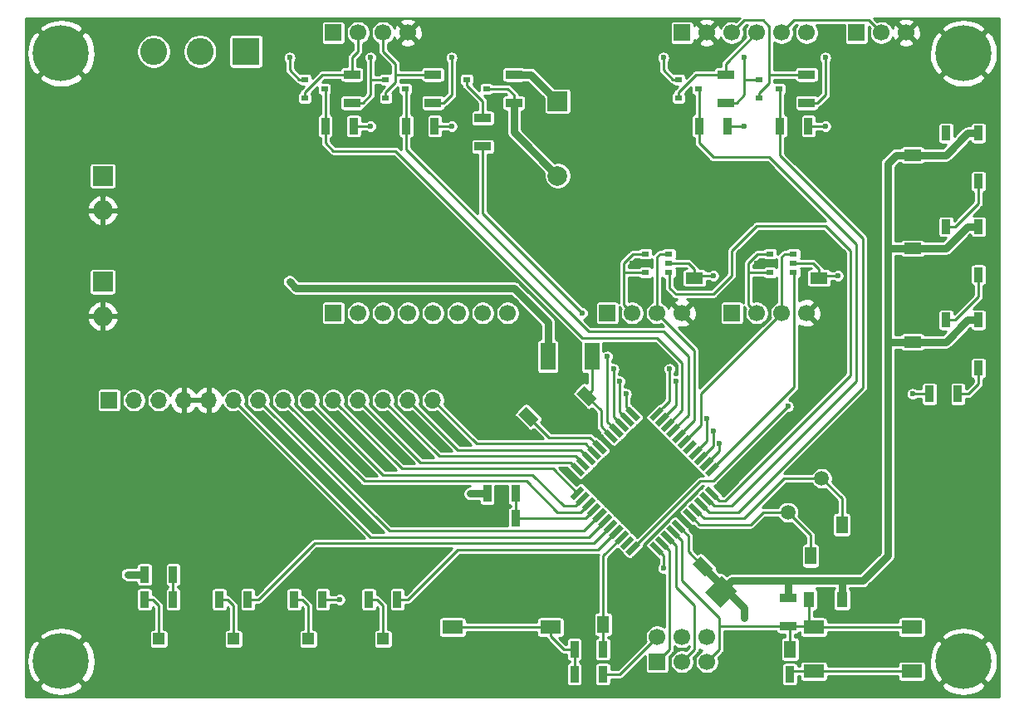
<source format=gtl>
G04 #@! TF.GenerationSoftware,KiCad,Pcbnew,(5.1.10)-1*
G04 #@! TF.CreationDate,2021-07-15T20:03:01+02:00*
G04 #@! TF.ProjectId,wobbly,776f6262-6c79-42e6-9b69-6361645f7063,v1.0*
G04 #@! TF.SameCoordinates,Original*
G04 #@! TF.FileFunction,Copper,L1,Top*
G04 #@! TF.FilePolarity,Positive*
%FSLAX46Y46*%
G04 Gerber Fmt 4.6, Leading zero omitted, Abs format (unit mm)*
G04 Created by KiCad (PCBNEW (5.1.10)-1) date 2021-07-15 20:03:01*
%MOMM*%
%LPD*%
G01*
G04 APERTURE LIST*
G04 #@! TA.AperFunction,SMDPad,CuDef*
%ADD10R,2.100000X1.400000*%
G04 #@! TD*
G04 #@! TA.AperFunction,ComponentPad*
%ADD11O,1.700000X1.700000*%
G04 #@! TD*
G04 #@! TA.AperFunction,ComponentPad*
%ADD12R,1.700000X1.700000*%
G04 #@! TD*
G04 #@! TA.AperFunction,ComponentPad*
%ADD13C,5.700000*%
G04 #@! TD*
G04 #@! TA.AperFunction,ComponentPad*
%ADD14C,2.000000*%
G04 #@! TD*
G04 #@! TA.AperFunction,ComponentPad*
%ADD15R,2.000000X2.000000*%
G04 #@! TD*
G04 #@! TA.AperFunction,ComponentPad*
%ADD16C,1.500000*%
G04 #@! TD*
G04 #@! TA.AperFunction,SMDPad,CuDef*
%ADD17R,0.800000X0.550000*%
G04 #@! TD*
G04 #@! TA.AperFunction,SMDPad,CuDef*
%ADD18C,0.100000*%
G04 #@! TD*
G04 #@! TA.AperFunction,ComponentPad*
%ADD19O,2.750000X2.750000*%
G04 #@! TD*
G04 #@! TA.AperFunction,ComponentPad*
%ADD20R,2.750000X2.750000*%
G04 #@! TD*
G04 #@! TA.AperFunction,SMDPad,CuDef*
%ADD21R,1.700000X0.900000*%
G04 #@! TD*
G04 #@! TA.AperFunction,SMDPad,CuDef*
%ADD22R,0.900000X1.700000*%
G04 #@! TD*
G04 #@! TA.AperFunction,SMDPad,CuDef*
%ADD23R,0.700000X0.600000*%
G04 #@! TD*
G04 #@! TA.AperFunction,SMDPad,CuDef*
%ADD24R,1.500000X2.800000*%
G04 #@! TD*
G04 #@! TA.AperFunction,ComponentPad*
%ADD25C,1.700000*%
G04 #@! TD*
G04 #@! TA.AperFunction,ComponentPad*
%ADD26O,2.000000X2.000000*%
G04 #@! TD*
G04 #@! TA.AperFunction,SMDPad,CuDef*
%ADD27R,1.100000X1.650000*%
G04 #@! TD*
G04 #@! TA.AperFunction,SMDPad,CuDef*
%ADD28R,0.900000X1.500000*%
G04 #@! TD*
G04 #@! TA.AperFunction,SMDPad,CuDef*
%ADD29R,1.200000X1.200000*%
G04 #@! TD*
G04 #@! TA.AperFunction,SMDPad,CuDef*
%ADD30R,1.800000X1.150000*%
G04 #@! TD*
G04 #@! TA.AperFunction,SMDPad,CuDef*
%ADD31R,1.150000X1.800000*%
G04 #@! TD*
G04 #@! TA.AperFunction,ViaPad*
%ADD32C,0.600000*%
G04 #@! TD*
G04 #@! TA.AperFunction,Conductor*
%ADD33C,0.254000*%
G04 #@! TD*
G04 #@! TA.AperFunction,Conductor*
%ADD34C,0.762000*%
G04 #@! TD*
G04 #@! TA.AperFunction,Conductor*
%ADD35C,0.100000*%
G04 #@! TD*
G04 APERTURE END LIST*
D10*
G04 #@! TO.P,SW3,1*
G04 #@! TO.N,Net-(R12-Pad2)*
X69295000Y-87920000D03*
G04 #@! TO.P,SW3,2*
G04 #@! TO.N,GND*
X69295000Y-92420000D03*
G04 #@! TO.P,SW3,1*
G04 #@! TO.N,Net-(R12-Pad2)*
X79295000Y-87920000D03*
G04 #@! TO.P,SW3,2*
G04 #@! TO.N,GND*
X79295000Y-92420000D03*
G04 #@! TD*
G04 #@! TO.P,SW2,2*
G04 #@! TO.N,Net-(R6-Pad1)*
X116125000Y-92420000D03*
G04 #@! TO.P,SW2,1*
G04 #@! TO.N,RESET*
X116125000Y-87920000D03*
G04 #@! TO.P,SW2,2*
G04 #@! TO.N,Net-(R6-Pad1)*
X106125000Y-92420000D03*
G04 #@! TO.P,SW2,1*
G04 #@! TO.N,RESET*
X106125000Y-87920000D03*
G04 #@! TD*
D11*
G04 #@! TO.P,J10,14*
G04 #@! TO.N,A7*
X67310000Y-64770000D03*
G04 #@! TO.P,J10,13*
G04 #@! TO.N,A6*
X64770000Y-64770000D03*
G04 #@! TO.P,J10,12*
G04 #@! TO.N,A5*
X62230000Y-64770000D03*
G04 #@! TO.P,J10,11*
G04 #@! TO.N,A4*
X59690000Y-64770000D03*
G04 #@! TO.P,J10,10*
G04 #@! TO.N,A3*
X57150000Y-64770000D03*
G04 #@! TO.P,J10,9*
G04 #@! TO.N,A2*
X54610000Y-64770000D03*
G04 #@! TO.P,J10,8*
G04 #@! TO.N,A1*
X52070000Y-64770000D03*
G04 #@! TO.P,J10,7*
G04 #@! TO.N,E5*
X49530000Y-64770000D03*
G04 #@! TO.P,J10,6*
G04 #@! TO.N,E6*
X46990000Y-64770000D03*
G04 #@! TO.P,J10,5*
G04 #@! TO.N,GND*
X44450000Y-64770000D03*
G04 #@! TO.P,J10,4*
X41910000Y-64770000D03*
G04 #@! TO.P,J10,3*
G04 #@! TO.N,+3V3*
X39370000Y-64770000D03*
G04 #@! TO.P,J10,2*
G04 #@! TO.N,+5V*
X36830000Y-64770000D03*
D12*
G04 #@! TO.P,J10,1*
X34290000Y-64770000D03*
G04 #@! TD*
D13*
G04 #@! TO.P,H4,1*
G04 #@! TO.N,GND*
X29400000Y-91400000D03*
G04 #@! TD*
G04 #@! TO.P,H3,1*
G04 #@! TO.N,GND*
X121400000Y-91400000D03*
G04 #@! TD*
G04 #@! TO.P,H2,1*
G04 #@! TO.N,GND*
X121400000Y-29400000D03*
G04 #@! TD*
G04 #@! TO.P,H1,1*
G04 #@! TO.N,GND*
X29400000Y-29400000D03*
G04 #@! TD*
D14*
G04 #@! TO.P,BZ1,2*
G04 #@! TO.N,Net-(BZ1-Pad2)*
X80010000Y-41890000D03*
D15*
G04 #@! TO.P,BZ1,1*
G04 #@! TO.N,+5V*
X80010000Y-34290000D03*
G04 #@! TD*
D16*
G04 #@! TO.P,Y1,2*
G04 #@! TO.N,Net-(C11-Pad1)*
X106955681Y-72749319D03*
G04 #@! TO.P,Y1,1*
G04 #@! TO.N,Net-(C10-Pad1)*
X103505000Y-76200000D03*
G04 #@! TD*
D17*
G04 #@! TO.P,U5,4*
G04 #@! TO.N,D3*
X104070000Y-51750000D03*
G04 #@! TO.P,U5,5*
G04 #@! TO.N,+5V*
X104070000Y-50800000D03*
G04 #@! TO.P,U5,6*
G04 #@! TO.N,E2*
X104070000Y-49850000D03*
G04 #@! TO.P,U5,3*
G04 #@! TO.N,Net-(J9-Pad2)*
X101670000Y-51750000D03*
G04 #@! TO.P,U5,2*
G04 #@! TO.N,GND*
X101670000Y-50800000D03*
G04 #@! TO.P,U5,1*
G04 #@! TO.N,Net-(J9-Pad2)*
X101670000Y-49850000D03*
G04 #@! TD*
G04 #@! TO.P,U4,4*
G04 #@! TO.N,D2*
X91370000Y-51750000D03*
G04 #@! TO.P,U4,5*
G04 #@! TO.N,+5V*
X91370000Y-50800000D03*
G04 #@! TO.P,U4,6*
G04 #@! TO.N,E3*
X91370000Y-49850000D03*
G04 #@! TO.P,U4,3*
G04 #@! TO.N,Net-(J8-Pad2)*
X88970000Y-51750000D03*
G04 #@! TO.P,U4,2*
G04 #@! TO.N,GND*
X88970000Y-50800000D03*
G04 #@! TO.P,U4,1*
G04 #@! TO.N,Net-(J8-Pad2)*
X88970000Y-49850000D03*
G04 #@! TD*
G04 #@! TA.AperFunction,SMDPad,CuDef*
D18*
G04 #@! TO.P,U3,40*
G04 #@! TO.N,/Microcontroller and UI/B0*
G36*
X85099301Y-78345978D02*
G01*
X84710393Y-77957070D01*
X85771053Y-76896410D01*
X86159961Y-77285318D01*
X85099301Y-78345978D01*
G37*
G04 #@! TD.AperFunction*
G04 #@! TA.AperFunction,SMDPad,CuDef*
G04 #@! TO.P,U3,42*
G04 #@! TO.N,/Microcontroller and UI/B2*
G36*
X86230672Y-79477349D02*
G01*
X85841764Y-79088441D01*
X86902424Y-78027781D01*
X87291332Y-78416689D01*
X86230672Y-79477349D01*
G37*
G04 #@! TD.AperFunction*
G04 #@! TA.AperFunction,SMDPad,CuDef*
G04 #@! TO.P,U3,43*
G04 #@! TO.N,Net-(U3-Pad43)*
G36*
X86796357Y-80043034D02*
G01*
X86407449Y-79654126D01*
X87468109Y-78593466D01*
X87857017Y-78982374D01*
X86796357Y-80043034D01*
G37*
G04 #@! TD.AperFunction*
G04 #@! TA.AperFunction,SMDPad,CuDef*
G04 #@! TO.P,U3,37*
G04 #@! TO.N,/Microcontroller and UI/A0*
G36*
X83402244Y-76648922D02*
G01*
X83013336Y-76260014D01*
X84073996Y-75199354D01*
X84462904Y-75588262D01*
X83402244Y-76648922D01*
G37*
G04 #@! TD.AperFunction*
G04 #@! TA.AperFunction,SMDPad,CuDef*
G04 #@! TO.P,U3,35*
G04 #@! TO.N,A2*
G36*
X82270874Y-75517551D02*
G01*
X81881966Y-75128643D01*
X82942626Y-74067983D01*
X83331534Y-74456891D01*
X82270874Y-75517551D01*
G37*
G04 #@! TD.AperFunction*
G04 #@! TA.AperFunction,SMDPad,CuDef*
G04 #@! TO.P,U3,39*
G04 #@! TO.N,E6*
G36*
X84533615Y-77780293D02*
G01*
X84144707Y-77391385D01*
X85205367Y-76330725D01*
X85594275Y-76719633D01*
X84533615Y-77780293D01*
G37*
G04 #@! TD.AperFunction*
G04 #@! TA.AperFunction,SMDPad,CuDef*
G04 #@! TO.P,U3,41*
G04 #@! TO.N,/Microcontroller and UI/B1*
G36*
X85664986Y-78911664D02*
G01*
X85276078Y-78522756D01*
X86336738Y-77462096D01*
X86725646Y-77851004D01*
X85664986Y-78911664D01*
G37*
G04 #@! TD.AperFunction*
G04 #@! TA.AperFunction,SMDPad,CuDef*
G04 #@! TO.P,U3,38*
G04 #@! TO.N,E5*
G36*
X83967930Y-77214607D02*
G01*
X83579022Y-76825699D01*
X84639682Y-75765039D01*
X85028590Y-76153947D01*
X83967930Y-77214607D01*
G37*
G04 #@! TD.AperFunction*
G04 #@! TA.AperFunction,SMDPad,CuDef*
G04 #@! TO.P,U3,34*
G04 #@! TO.N,A3*
G36*
X81705188Y-74951866D02*
G01*
X81316280Y-74562958D01*
X82376940Y-73502298D01*
X82765848Y-73891206D01*
X81705188Y-74951866D01*
G37*
G04 #@! TD.AperFunction*
G04 #@! TA.AperFunction,SMDPad,CuDef*
G04 #@! TO.P,U3,44*
G04 #@! TO.N,/Microcontroller and UI/B4*
G36*
X87362042Y-80608720D02*
G01*
X86973134Y-80219812D01*
X88033794Y-79159152D01*
X88422702Y-79548060D01*
X87362042Y-80608720D01*
G37*
G04 #@! TD.AperFunction*
G04 #@! TA.AperFunction,SMDPad,CuDef*
G04 #@! TO.P,U3,36*
G04 #@! TO.N,A1*
G36*
X82836559Y-76083236D02*
G01*
X82447651Y-75694328D01*
X83508311Y-74633668D01*
X83897219Y-75022576D01*
X82836559Y-76083236D01*
G37*
G04 #@! TD.AperFunction*
G04 #@! TA.AperFunction,SMDPad,CuDef*
G04 #@! TO.P,U3,12*
G04 #@! TO.N,D3*
G36*
X95423060Y-72547702D02*
G01*
X95034152Y-72158794D01*
X96094812Y-71098134D01*
X96483720Y-71487042D01*
X95423060Y-72547702D01*
G37*
G04 #@! TD.AperFunction*
G04 #@! TA.AperFunction,SMDPad,CuDef*
G04 #@! TO.P,U3,15*
G04 #@! TO.N,/Microcontroller and UI/D6*
G36*
X93726004Y-70850646D02*
G01*
X93337096Y-70461738D01*
X94397756Y-69401078D01*
X94786664Y-69789986D01*
X93726004Y-70850646D01*
G37*
G04 #@! TD.AperFunction*
G04 #@! TA.AperFunction,SMDPad,CuDef*
G04 #@! TO.P,U3,21*
G04 #@! TO.N,C2*
G36*
X90331891Y-67456534D02*
G01*
X89942983Y-67067626D01*
X91003643Y-66006966D01*
X91392551Y-66395874D01*
X90331891Y-67456534D01*
G37*
G04 #@! TD.AperFunction*
G04 #@! TA.AperFunction,SMDPad,CuDef*
G04 #@! TO.P,U3,19*
G04 #@! TO.N,SCL*
G36*
X91463262Y-68587904D02*
G01*
X91074354Y-68198996D01*
X92135014Y-67138336D01*
X92523922Y-67527244D01*
X91463262Y-68587904D01*
G37*
G04 #@! TD.AperFunction*
G04 #@! TA.AperFunction,SMDPad,CuDef*
G04 #@! TO.P,U3,17*
G04 #@! TO.N,E2*
G36*
X92594633Y-69719275D02*
G01*
X92205725Y-69330367D01*
X93266385Y-68269707D01*
X93655293Y-68658615D01*
X92594633Y-69719275D01*
G37*
G04 #@! TD.AperFunction*
G04 #@! TA.AperFunction,SMDPad,CuDef*
G04 #@! TO.P,U3,13*
G04 #@! TO.N,D4*
G36*
X94857374Y-71982017D02*
G01*
X94468466Y-71593109D01*
X95529126Y-70532449D01*
X95918034Y-70921357D01*
X94857374Y-71982017D01*
G37*
G04 #@! TD.AperFunction*
G04 #@! TA.AperFunction,SMDPad,CuDef*
G04 #@! TO.P,U3,22*
G04 #@! TO.N,C3*
G36*
X89766206Y-66890848D02*
G01*
X89377298Y-66501940D01*
X90437958Y-65441280D01*
X90826866Y-65830188D01*
X89766206Y-66890848D01*
G37*
G04 #@! TD.AperFunction*
G04 #@! TA.AperFunction,SMDPad,CuDef*
G04 #@! TO.P,U3,20*
G04 #@! TO.N,SDA*
G36*
X90897576Y-68022219D02*
G01*
X90508668Y-67633311D01*
X91569328Y-66572651D01*
X91958236Y-66961559D01*
X90897576Y-68022219D01*
G37*
G04 #@! TD.AperFunction*
G04 #@! TA.AperFunction,SMDPad,CuDef*
G04 #@! TO.P,U3,16*
G04 #@! TO.N,Net-(U3-Pad16)*
G36*
X93160318Y-70284961D02*
G01*
X92771410Y-69896053D01*
X93832070Y-68835393D01*
X94220978Y-69224301D01*
X93160318Y-70284961D01*
G37*
G04 #@! TD.AperFunction*
G04 #@! TA.AperFunction,SMDPad,CuDef*
G04 #@! TO.P,U3,18*
G04 #@! TO.N,E3*
G36*
X92028947Y-69153590D02*
G01*
X91640039Y-68764682D01*
X92700699Y-67704022D01*
X93089607Y-68092930D01*
X92028947Y-69153590D01*
G37*
G04 #@! TD.AperFunction*
G04 #@! TA.AperFunction,SMDPad,CuDef*
G04 #@! TO.P,U3,14*
G04 #@! TO.N,D5*
G36*
X94291689Y-71416332D02*
G01*
X93902781Y-71027424D01*
X94963441Y-69966764D01*
X95352349Y-70355672D01*
X94291689Y-71416332D01*
G37*
G04 #@! TD.AperFunction*
G04 #@! TA.AperFunction,SMDPad,CuDef*
G04 #@! TO.P,U3,23*
G04 #@! TO.N,C4*
G36*
X88422702Y-66501940D02*
G01*
X88033794Y-66890848D01*
X86973134Y-65830188D01*
X87362042Y-65441280D01*
X88422702Y-66501940D01*
G37*
G04 #@! TD.AperFunction*
G04 #@! TA.AperFunction,SMDPad,CuDef*
G04 #@! TO.P,U3,26*
G04 #@! TO.N,C7*
G36*
X86725646Y-68198996D02*
G01*
X86336738Y-68587904D01*
X85276078Y-67527244D01*
X85664986Y-67138336D01*
X86725646Y-68198996D01*
G37*
G04 #@! TD.AperFunction*
G04 #@! TA.AperFunction,SMDPad,CuDef*
G04 #@! TO.P,U3,32*
G04 #@! TO.N,A5*
G36*
X83331534Y-71593109D02*
G01*
X82942626Y-71982017D01*
X81881966Y-70921357D01*
X82270874Y-70532449D01*
X83331534Y-71593109D01*
G37*
G04 #@! TD.AperFunction*
G04 #@! TA.AperFunction,SMDPad,CuDef*
G04 #@! TO.P,U3,30*
G04 #@! TO.N,A7*
G36*
X84462904Y-70461738D02*
G01*
X84073996Y-70850646D01*
X83013336Y-69789986D01*
X83402244Y-69401078D01*
X84462904Y-70461738D01*
G37*
G04 #@! TD.AperFunction*
G04 #@! TA.AperFunction,SMDPad,CuDef*
G04 #@! TO.P,U3,28*
G04 #@! TO.N,GND*
G36*
X85594275Y-69330367D02*
G01*
X85205367Y-69719275D01*
X84144707Y-68658615D01*
X84533615Y-68269707D01*
X85594275Y-69330367D01*
G37*
G04 #@! TD.AperFunction*
G04 #@! TA.AperFunction,SMDPad,CuDef*
G04 #@! TO.P,U3,24*
G04 #@! TO.N,C5*
G36*
X87857017Y-67067626D02*
G01*
X87468109Y-67456534D01*
X86407449Y-66395874D01*
X86796357Y-66006966D01*
X87857017Y-67067626D01*
G37*
G04 #@! TD.AperFunction*
G04 #@! TA.AperFunction,SMDPad,CuDef*
G04 #@! TO.P,U3,33*
G04 #@! TO.N,A4*
G36*
X82765848Y-72158794D02*
G01*
X82376940Y-72547702D01*
X81316280Y-71487042D01*
X81705188Y-71098134D01*
X82765848Y-72158794D01*
G37*
G04 #@! TD.AperFunction*
G04 #@! TA.AperFunction,SMDPad,CuDef*
G04 #@! TO.P,U3,31*
G04 #@! TO.N,A6*
G36*
X83897219Y-71027424D02*
G01*
X83508311Y-71416332D01*
X82447651Y-70355672D01*
X82836559Y-69966764D01*
X83897219Y-71027424D01*
G37*
G04 #@! TD.AperFunction*
G04 #@! TA.AperFunction,SMDPad,CuDef*
G04 #@! TO.P,U3,27*
G04 #@! TO.N,Net-(C8-Pad1)*
G36*
X86159961Y-68764682D02*
G01*
X85771053Y-69153590D01*
X84710393Y-68092930D01*
X85099301Y-67704022D01*
X86159961Y-68764682D01*
G37*
G04 #@! TD.AperFunction*
G04 #@! TA.AperFunction,SMDPad,CuDef*
G04 #@! TO.P,U3,29*
G04 #@! TO.N,Net-(C12-Pad1)*
G36*
X85028590Y-69896053D02*
G01*
X84639682Y-70284961D01*
X83579022Y-69224301D01*
X83967930Y-68835393D01*
X85028590Y-69896053D01*
G37*
G04 #@! TD.AperFunction*
G04 #@! TA.AperFunction,SMDPad,CuDef*
G04 #@! TO.P,U3,25*
G04 #@! TO.N,C6*
G36*
X87291332Y-67633311D02*
G01*
X86902424Y-68022219D01*
X85841764Y-66961559D01*
X86230672Y-66572651D01*
X87291332Y-67633311D01*
G37*
G04 #@! TD.AperFunction*
G04 #@! TA.AperFunction,SMDPad,CuDef*
G04 #@! TO.P,U3,11*
G04 #@! TO.N,D2*
G36*
X96483720Y-74562958D02*
G01*
X96094812Y-74951866D01*
X95034152Y-73891206D01*
X95423060Y-73502298D01*
X96483720Y-74562958D01*
G37*
G04 #@! TD.AperFunction*
G04 #@! TA.AperFunction,SMDPad,CuDef*
G04 #@! TO.P,U3,10*
G04 #@! TO.N,TXD*
G36*
X95918034Y-75128643D02*
G01*
X95529126Y-75517551D01*
X94468466Y-74456891D01*
X94857374Y-74067983D01*
X95918034Y-75128643D01*
G37*
G04 #@! TD.AperFunction*
G04 #@! TA.AperFunction,SMDPad,CuDef*
G04 #@! TO.P,U3,9*
G04 #@! TO.N,RXD*
G36*
X95352349Y-75694328D02*
G01*
X94963441Y-76083236D01*
X93902781Y-75022576D01*
X94291689Y-74633668D01*
X95352349Y-75694328D01*
G37*
G04 #@! TD.AperFunction*
G04 #@! TA.AperFunction,SMDPad,CuDef*
G04 #@! TO.P,U3,8*
G04 #@! TO.N,Net-(C11-Pad1)*
G36*
X94786664Y-76260014D02*
G01*
X94397756Y-76648922D01*
X93337096Y-75588262D01*
X93726004Y-75199354D01*
X94786664Y-76260014D01*
G37*
G04 #@! TD.AperFunction*
G04 #@! TA.AperFunction,SMDPad,CuDef*
G04 #@! TO.P,U3,7*
G04 #@! TO.N,Net-(C10-Pad1)*
G36*
X94220978Y-76825699D02*
G01*
X93832070Y-77214607D01*
X92771410Y-76153947D01*
X93160318Y-75765039D01*
X94220978Y-76825699D01*
G37*
G04 #@! TD.AperFunction*
G04 #@! TA.AperFunction,SMDPad,CuDef*
G04 #@! TO.P,U3,6*
G04 #@! TO.N,GND*
G36*
X93655293Y-77391385D02*
G01*
X93266385Y-77780293D01*
X92205725Y-76719633D01*
X92594633Y-76330725D01*
X93655293Y-77391385D01*
G37*
G04 #@! TD.AperFunction*
G04 #@! TA.AperFunction,SMDPad,CuDef*
G04 #@! TO.P,U3,5*
G04 #@! TO.N,+5V*
G36*
X93089607Y-77957070D02*
G01*
X92700699Y-78345978D01*
X91640039Y-77285318D01*
X92028947Y-76896410D01*
X93089607Y-77957070D01*
G37*
G04 #@! TD.AperFunction*
G04 #@! TA.AperFunction,SMDPad,CuDef*
G04 #@! TO.P,U3,4*
G04 #@! TO.N,RESET*
G36*
X92523922Y-78522756D02*
G01*
X92135014Y-78911664D01*
X91074354Y-77851004D01*
X91463262Y-77462096D01*
X92523922Y-78522756D01*
G37*
G04 #@! TD.AperFunction*
G04 #@! TA.AperFunction,SMDPad,CuDef*
G04 #@! TO.P,U3,3*
G04 #@! TO.N,SCK*
G36*
X91958236Y-79088441D02*
G01*
X91569328Y-79477349D01*
X90508668Y-78416689D01*
X90897576Y-78027781D01*
X91958236Y-79088441D01*
G37*
G04 #@! TD.AperFunction*
G04 #@! TA.AperFunction,SMDPad,CuDef*
G04 #@! TO.P,U3,2*
G04 #@! TO.N,MISO*
G36*
X91392551Y-79654126D02*
G01*
X91003643Y-80043034D01*
X89942983Y-78982374D01*
X90331891Y-78593466D01*
X91392551Y-79654126D01*
G37*
G04 #@! TD.AperFunction*
G04 #@! TA.AperFunction,SMDPad,CuDef*
G04 #@! TO.P,U3,1*
G04 #@! TO.N,MOSI*
G36*
X90826866Y-80219812D02*
G01*
X90437958Y-80608720D01*
X89377298Y-79548060D01*
X89766206Y-79159152D01*
X90826866Y-80219812D01*
G37*
G04 #@! TD.AperFunction*
G04 #@! TD*
D19*
G04 #@! TO.P,SW1,3*
G04 #@! TO.N,Net-(SW1-Pad3)*
X38860000Y-29210000D03*
G04 #@! TO.P,SW1,2*
G04 #@! TO.N,+BATT*
X43560000Y-29210000D03*
D20*
G04 #@! TO.P,SW1,1*
G04 #@! TO.N,Net-(Q1-Pad5)*
X48260000Y-29210000D03*
G04 #@! TD*
D21*
G04 #@! TO.P,R25,2*
G04 #@! TO.N,Net-(J6-Pad3)*
X67310000Y-31570000D03*
G04 #@! TO.P,R25,1*
G04 #@! TO.N,+3V3*
X67310000Y-34470000D03*
G04 #@! TD*
G04 #@! TO.P,R24,1*
G04 #@! TO.N,+3V3*
X59055000Y-34470000D03*
G04 #@! TO.P,R24,2*
G04 #@! TO.N,Net-(J6-Pad2)*
X59055000Y-31570000D03*
G04 #@! TD*
D22*
G04 #@! TO.P,R23,2*
G04 #@! TO.N,SCL*
X64590000Y-36830000D03*
G04 #@! TO.P,R23,1*
G04 #@! TO.N,+5V*
X67490000Y-36830000D03*
G04 #@! TD*
G04 #@! TO.P,R22,1*
G04 #@! TO.N,+5V*
X59235000Y-36830000D03*
G04 #@! TO.P,R22,2*
G04 #@! TO.N,SDA*
X56335000Y-36830000D03*
G04 #@! TD*
G04 #@! TO.P,R21,2*
G04 #@! TO.N,Net-(D3-Pad2)*
X53160000Y-85090000D03*
G04 #@! TO.P,R21,1*
G04 #@! TO.N,Net-(J4-Pad6)*
X56060000Y-85090000D03*
G04 #@! TD*
D21*
G04 #@! TO.P,R20,1*
G04 #@! TO.N,+3V3*
X97155000Y-34470000D03*
G04 #@! TO.P,R20,2*
G04 #@! TO.N,Net-(J4-Pad4)*
X97155000Y-31570000D03*
G04 #@! TD*
G04 #@! TO.P,R19,1*
G04 #@! TO.N,+3V3*
X105410000Y-34470000D03*
G04 #@! TO.P,R19,2*
G04 #@! TO.N,Net-(J4-Pad3)*
X105410000Y-31570000D03*
G04 #@! TD*
D22*
G04 #@! TO.P,R18,1*
G04 #@! TO.N,+5V*
X97335000Y-36830000D03*
G04 #@! TO.P,R18,2*
G04 #@! TO.N,TXD*
X94435000Y-36830000D03*
G04 #@! TD*
G04 #@! TO.P,R17,1*
G04 #@! TO.N,+5V*
X105590000Y-36830000D03*
G04 #@! TO.P,R17,2*
G04 #@! TO.N,RXD*
X102690000Y-36830000D03*
G04 #@! TD*
G04 #@! TO.P,R16,2*
G04 #@! TO.N,/Microcontroller and UI/B4*
X117930000Y-64135000D03*
G04 #@! TO.P,R16,1*
G04 #@! TO.N,Net-(D5-Pad4)*
X120830000Y-64135000D03*
G04 #@! TD*
D21*
G04 #@! TO.P,R15,2*
G04 #@! TO.N,Net-(Q2-Pad1)*
X72390000Y-36015000D03*
G04 #@! TO.P,R15,1*
G04 #@! TO.N,/Microcontroller and UI/D6*
X72390000Y-38915000D03*
G04 #@! TD*
G04 #@! TO.P,R14,2*
G04 #@! TO.N,Net-(BZ1-Pad2)*
X75565000Y-34470000D03*
G04 #@! TO.P,R14,1*
G04 #@! TO.N,+5V*
X75565000Y-31570000D03*
G04 #@! TD*
D22*
G04 #@! TO.P,R13,1*
G04 #@! TO.N,/Microcontroller and UI/B2*
X84635000Y-90170000D03*
G04 #@! TO.P,R13,2*
G04 #@! TO.N,Net-(R12-Pad2)*
X81735000Y-90170000D03*
G04 #@! TD*
G04 #@! TO.P,R12,1*
G04 #@! TO.N,+5V*
X84635000Y-92710000D03*
G04 #@! TO.P,R12,2*
G04 #@! TO.N,Net-(R12-Pad2)*
X81735000Y-92710000D03*
G04 #@! TD*
G04 #@! TO.P,R11,2*
G04 #@! TO.N,Net-(D4-Pad2)*
X60780000Y-85090000D03*
G04 #@! TO.P,R11,1*
G04 #@! TO.N,/Microcontroller and UI/B1*
X63680000Y-85090000D03*
G04 #@! TD*
G04 #@! TO.P,R10,2*
G04 #@! TO.N,Net-(D2-Pad2)*
X45540000Y-85090000D03*
G04 #@! TO.P,R10,1*
G04 #@! TO.N,/Microcontroller and UI/B0*
X48440000Y-85090000D03*
G04 #@! TD*
G04 #@! TO.P,R9,2*
G04 #@! TO.N,GND*
X72845000Y-76835000D03*
G04 #@! TO.P,R9,1*
G04 #@! TO.N,/Microcontroller and UI/A0*
X75745000Y-76835000D03*
G04 #@! TD*
G04 #@! TO.P,R8,2*
G04 #@! TO.N,/Microcontroller and UI/A0*
X75745000Y-74295000D03*
G04 #@! TO.P,R8,1*
G04 #@! TO.N,+VSW*
X72845000Y-74295000D03*
G04 #@! TD*
D21*
G04 #@! TO.P,R7,2*
G04 #@! TO.N,RESET*
X103505000Y-87810000D03*
G04 #@! TO.P,R7,1*
G04 #@! TO.N,+5V*
X103505000Y-84910000D03*
G04 #@! TD*
D22*
G04 #@! TO.P,R6,2*
G04 #@! TO.N,GND*
X100785000Y-92710000D03*
G04 #@! TO.P,R6,1*
G04 #@! TO.N,Net-(R6-Pad1)*
X103685000Y-92710000D03*
G04 #@! TD*
G04 #@! TO.P,R2,2*
G04 #@! TO.N,Net-(D1-Pad2)*
X37920000Y-85090000D03*
G04 #@! TO.P,R2,1*
G04 #@! TO.N,Net-(R1-Pad2)*
X40820000Y-85090000D03*
G04 #@! TD*
G04 #@! TO.P,R1,2*
G04 #@! TO.N,Net-(R1-Pad2)*
X40820000Y-82550000D03*
G04 #@! TO.P,R1,1*
G04 #@! TO.N,+VSW*
X37920000Y-82550000D03*
G04 #@! TD*
D23*
G04 #@! TO.P,Q6,3*
G04 #@! TO.N,SCL*
X64500000Y-33020000D03*
G04 #@! TO.P,Q6,2*
G04 #@! TO.N,Net-(J6-Pad3)*
X62500000Y-33970000D03*
G04 #@! TO.P,Q6,1*
G04 #@! TO.N,+3V3*
X62500000Y-32070000D03*
G04 #@! TD*
G04 #@! TO.P,Q5,1*
G04 #@! TO.N,+3V3*
X54245000Y-32070000D03*
G04 #@! TO.P,Q5,2*
G04 #@! TO.N,Net-(J6-Pad2)*
X54245000Y-33970000D03*
G04 #@! TO.P,Q5,3*
G04 #@! TO.N,SDA*
X56245000Y-33020000D03*
G04 #@! TD*
G04 #@! TO.P,Q4,1*
G04 #@! TO.N,+3V3*
X92345000Y-32070000D03*
G04 #@! TO.P,Q4,2*
G04 #@! TO.N,Net-(J4-Pad4)*
X92345000Y-33970000D03*
G04 #@! TO.P,Q4,3*
G04 #@! TO.N,TXD*
X94345000Y-33020000D03*
G04 #@! TD*
G04 #@! TO.P,Q3,1*
G04 #@! TO.N,+3V3*
X100600000Y-32070000D03*
G04 #@! TO.P,Q3,2*
G04 #@! TO.N,Net-(J4-Pad3)*
X100600000Y-33970000D03*
G04 #@! TO.P,Q3,3*
G04 #@! TO.N,RXD*
X102600000Y-33020000D03*
G04 #@! TD*
G04 #@! TO.P,Q2,3*
G04 #@! TO.N,Net-(BZ1-Pad2)*
X72755000Y-33020000D03*
G04 #@! TO.P,Q2,2*
G04 #@! TO.N,GND*
X70755000Y-33970000D03*
G04 #@! TO.P,Q2,1*
G04 #@! TO.N,Net-(Q2-Pad1)*
X70755000Y-32070000D03*
G04 #@! TD*
D24*
G04 #@! TO.P,L2,2*
G04 #@! TO.N,Net-(C8-Pad1)*
X83530000Y-60325000D03*
G04 #@! TO.P,L2,1*
G04 #@! TO.N,+5V*
X79030000Y-60325000D03*
G04 #@! TD*
D25*
G04 #@! TO.P,J9,4*
G04 #@! TO.N,GND*
X105410000Y-55880000D03*
G04 #@! TO.P,J9,3*
G04 #@! TO.N,E2*
X102870000Y-55880000D03*
G04 #@! TO.P,J9,2*
G04 #@! TO.N,Net-(J9-Pad2)*
X100330000Y-55880000D03*
D12*
G04 #@! TO.P,J9,1*
G04 #@! TO.N,+5V*
X97790000Y-55880000D03*
G04 #@! TD*
D25*
G04 #@! TO.P,J8,4*
G04 #@! TO.N,GND*
X92710000Y-55880000D03*
G04 #@! TO.P,J8,3*
G04 #@! TO.N,E3*
X90170000Y-55880000D03*
G04 #@! TO.P,J8,2*
G04 #@! TO.N,Net-(J8-Pad2)*
X87630000Y-55880000D03*
D12*
G04 #@! TO.P,J8,1*
G04 #@! TO.N,+5V*
X85090000Y-55880000D03*
G04 #@! TD*
D25*
G04 #@! TO.P,J7,8*
G04 #@! TO.N,C3*
X74930000Y-55880000D03*
G04 #@! TO.P,J7,7*
G04 #@! TO.N,C2*
X72390000Y-55880000D03*
G04 #@! TO.P,J7,6*
G04 #@! TO.N,D5*
X69850000Y-55880000D03*
G04 #@! TO.P,J7,5*
G04 #@! TO.N,C7*
X67310000Y-55880000D03*
G04 #@! TO.P,J7,4*
G04 #@! TO.N,C6*
X64770000Y-55880000D03*
G04 #@! TO.P,J7,3*
G04 #@! TO.N,D4*
X62230000Y-55880000D03*
G04 #@! TO.P,J7,2*
G04 #@! TO.N,C5*
X59690000Y-55880000D03*
D12*
G04 #@! TO.P,J7,1*
G04 #@! TO.N,C4*
X57150000Y-55880000D03*
G04 #@! TD*
D25*
G04 #@! TO.P,J6,4*
G04 #@! TO.N,GND*
X64770000Y-27305000D03*
G04 #@! TO.P,J6,3*
G04 #@! TO.N,Net-(J6-Pad3)*
X62230000Y-27305000D03*
G04 #@! TO.P,J6,2*
G04 #@! TO.N,Net-(J6-Pad2)*
X59690000Y-27305000D03*
D12*
G04 #@! TO.P,J6,1*
G04 #@! TO.N,+5V*
X57150000Y-27305000D03*
G04 #@! TD*
D25*
G04 #@! TO.P,J5,3*
G04 #@! TO.N,GND*
X115570000Y-27305000D03*
G04 #@! TO.P,J5,2*
G04 #@! TO.N,Net-(J4-Pad5)*
X113030000Y-27305000D03*
D12*
G04 #@! TO.P,J5,1*
G04 #@! TO.N,+3V3*
X110490000Y-27305000D03*
G04 #@! TD*
D25*
G04 #@! TO.P,J4,6*
G04 #@! TO.N,Net-(J4-Pad6)*
X105410000Y-27305000D03*
G04 #@! TO.P,J4,5*
G04 #@! TO.N,Net-(J4-Pad5)*
X102870000Y-27305000D03*
G04 #@! TO.P,J4,4*
G04 #@! TO.N,Net-(J4-Pad4)*
X100330000Y-27305000D03*
G04 #@! TO.P,J4,3*
G04 #@! TO.N,Net-(J4-Pad3)*
X97790000Y-27305000D03*
G04 #@! TO.P,J4,2*
G04 #@! TO.N,GND*
X95250000Y-27305000D03*
D12*
G04 #@! TO.P,J4,1*
G04 #@! TO.N,+3V3*
X92710000Y-27305000D03*
G04 #@! TD*
D25*
G04 #@! TO.P,J3,6*
G04 #@! TO.N,GND*
X95250000Y-88900000D03*
G04 #@! TO.P,J3,5*
G04 #@! TO.N,RESET*
X95250000Y-91440000D03*
G04 #@! TO.P,J3,4*
G04 #@! TO.N,MOSI*
X92710000Y-88900000D03*
G04 #@! TO.P,J3,3*
G04 #@! TO.N,SCK*
X92710000Y-91440000D03*
G04 #@! TO.P,J3,2*
G04 #@! TO.N,+5V*
X90170000Y-88900000D03*
D12*
G04 #@! TO.P,J3,1*
G04 #@! TO.N,MISO*
X90170000Y-91440000D03*
G04 #@! TD*
D26*
G04 #@! TO.P,J2,2*
G04 #@! TO.N,GND*
X33655000Y-56205000D03*
D15*
G04 #@! TO.P,J2,1*
G04 #@! TO.N,+VSW*
X33655000Y-52705000D03*
G04 #@! TD*
D26*
G04 #@! TO.P,J1,2*
G04 #@! TO.N,GND*
X33655000Y-45410000D03*
D15*
G04 #@! TO.P,J1,1*
G04 #@! TO.N,+BATT*
X33655000Y-41910000D03*
G04 #@! TD*
D27*
G04 #@! TO.P,D8,2*
G04 #@! TO.N,RESET*
X105615000Y-85090000D03*
G04 #@! TO.P,D8,1*
G04 #@! TO.N,+5V*
X109015000Y-85090000D03*
G04 #@! TD*
D28*
G04 #@! TO.P,D7,4*
G04 #@! TO.N,Net-(D6-Pad2)*
X122935000Y-42455000D03*
G04 #@! TO.P,D7,3*
G04 #@! TO.N,GND*
X119635000Y-42455000D03*
G04 #@! TO.P,D7,2*
G04 #@! TO.N,Net-(D7-Pad2)*
X119635000Y-37555000D03*
G04 #@! TO.P,D7,1*
G04 #@! TO.N,+5V*
X122935000Y-37555000D03*
G04 #@! TD*
G04 #@! TO.P,D6,4*
G04 #@! TO.N,Net-(D5-Pad2)*
X122935000Y-51980000D03*
G04 #@! TO.P,D6,3*
G04 #@! TO.N,GND*
X119635000Y-51980000D03*
G04 #@! TO.P,D6,2*
G04 #@! TO.N,Net-(D6-Pad2)*
X119635000Y-47080000D03*
G04 #@! TO.P,D6,1*
G04 #@! TO.N,+5V*
X122935000Y-47080000D03*
G04 #@! TD*
G04 #@! TO.P,D5,4*
G04 #@! TO.N,Net-(D5-Pad4)*
X122935000Y-61505000D03*
G04 #@! TO.P,D5,3*
G04 #@! TO.N,GND*
X119635000Y-61505000D03*
G04 #@! TO.P,D5,2*
G04 #@! TO.N,Net-(D5-Pad2)*
X119635000Y-56605000D03*
G04 #@! TO.P,D5,1*
G04 #@! TO.N,+5V*
X122935000Y-56605000D03*
G04 #@! TD*
D29*
G04 #@! TO.P,D4,2*
G04 #@! TO.N,Net-(D4-Pad2)*
X62230000Y-89120000D03*
G04 #@! TO.P,D4,1*
G04 #@! TO.N,GND*
X62230000Y-91220000D03*
G04 #@! TD*
G04 #@! TO.P,D3,2*
G04 #@! TO.N,Net-(D3-Pad2)*
X54610000Y-89120000D03*
G04 #@! TO.P,D3,1*
G04 #@! TO.N,GND*
X54610000Y-91220000D03*
G04 #@! TD*
G04 #@! TO.P,D2,2*
G04 #@! TO.N,Net-(D2-Pad2)*
X46990000Y-89120000D03*
G04 #@! TO.P,D2,1*
G04 #@! TO.N,GND*
X46990000Y-91220000D03*
G04 #@! TD*
G04 #@! TO.P,D1,2*
G04 #@! TO.N,Net-(D1-Pad2)*
X39370000Y-89120000D03*
G04 #@! TO.P,D1,1*
G04 #@! TO.N,GND*
X39370000Y-91220000D03*
G04 #@! TD*
D30*
G04 #@! TO.P,C19,2*
G04 #@! TO.N,GND*
X106680000Y-49300000D03*
G04 #@! TO.P,C19,1*
G04 #@! TO.N,+5V*
X106680000Y-52300000D03*
G04 #@! TD*
G04 #@! TO.P,C18,2*
G04 #@! TO.N,GND*
X93980000Y-49300000D03*
G04 #@! TO.P,C18,1*
G04 #@! TO.N,+5V*
X93980000Y-52300000D03*
G04 #@! TD*
G04 #@! TO.P,C17,2*
G04 #@! TO.N,GND*
X116205000Y-42775000D03*
G04 #@! TO.P,C17,1*
G04 #@! TO.N,+5V*
X116205000Y-39775000D03*
G04 #@! TD*
G04 #@! TO.P,C16,2*
G04 #@! TO.N,GND*
X116205000Y-52300000D03*
G04 #@! TO.P,C16,1*
G04 #@! TO.N,+5V*
X116205000Y-49300000D03*
G04 #@! TD*
G04 #@! TO.P,C15,2*
G04 #@! TO.N,GND*
X116205000Y-61825000D03*
G04 #@! TO.P,C15,1*
G04 #@! TO.N,+5V*
X116205000Y-58825000D03*
G04 #@! TD*
D31*
G04 #@! TO.P,C13,1*
G04 #@! TO.N,/Microcontroller and UI/B2*
X84685000Y-87630000D03*
G04 #@! TO.P,C13,2*
G04 #@! TO.N,GND*
X81685000Y-87630000D03*
G04 #@! TD*
G04 #@! TA.AperFunction,SMDPad,CuDef*
D18*
G04 #@! TO.P,C12,2*
G04 #@! TO.N,GND*
G36*
X79395470Y-65387323D02*
G01*
X78122677Y-64114530D01*
X78935850Y-63301357D01*
X80208643Y-64574150D01*
X79395470Y-65387323D01*
G37*
G04 #@! TD.AperFunction*
G04 #@! TA.AperFunction,SMDPad,CuDef*
G04 #@! TO.P,C12,1*
G04 #@! TO.N,Net-(C12-Pad1)*
G36*
X77274150Y-67508643D02*
G01*
X76001357Y-66235850D01*
X76814530Y-65422677D01*
X78087323Y-66695470D01*
X77274150Y-67508643D01*
G37*
G04 #@! TD.AperFunction*
G04 #@! TD*
D31*
G04 #@! TO.P,C11,1*
G04 #@! TO.N,Net-(C11-Pad1)*
X108990000Y-77470000D03*
G04 #@! TO.P,C11,2*
G04 #@! TO.N,GND*
X111990000Y-77470000D03*
G04 #@! TD*
G04 #@! TO.P,C10,1*
G04 #@! TO.N,Net-(C10-Pad1)*
X105815000Y-80645000D03*
G04 #@! TO.P,C10,2*
G04 #@! TO.N,GND*
X108815000Y-80645000D03*
G04 #@! TD*
G04 #@! TO.P,C9,2*
G04 #@! TO.N,GND*
X100735000Y-90170000D03*
G04 #@! TO.P,C9,1*
G04 #@! TO.N,RESET*
X103735000Y-90170000D03*
G04 #@! TD*
G04 #@! TA.AperFunction,SMDPad,CuDef*
D18*
G04 #@! TO.P,C8,2*
G04 #@! TO.N,GND*
G36*
X80624530Y-65422677D02*
G01*
X81897323Y-66695470D01*
X81084150Y-67508643D01*
X79811357Y-66235850D01*
X80624530Y-65422677D01*
G37*
G04 #@! TD.AperFunction*
G04 #@! TA.AperFunction,SMDPad,CuDef*
G04 #@! TO.P,C8,1*
G04 #@! TO.N,Net-(C8-Pad1)*
G36*
X82745850Y-63301357D02*
G01*
X84018643Y-64574150D01*
X83205470Y-65387323D01*
X81932677Y-64114530D01*
X82745850Y-63301357D01*
G37*
G04 #@! TD.AperFunction*
G04 #@! TD*
G04 #@! TA.AperFunction,SMDPad,CuDef*
G04 #@! TO.P,C7,2*
G04 #@! TO.N,GND*
G36*
X97175470Y-80627323D02*
G01*
X95902677Y-79354530D01*
X96715850Y-78541357D01*
X97988643Y-79814150D01*
X97175470Y-80627323D01*
G37*
G04 #@! TD.AperFunction*
G04 #@! TA.AperFunction,SMDPad,CuDef*
G04 #@! TO.P,C7,1*
G04 #@! TO.N,+5V*
G36*
X95054150Y-82748643D02*
G01*
X93781357Y-81475850D01*
X94594530Y-80662677D01*
X95867323Y-81935470D01*
X95054150Y-82748643D01*
G37*
G04 #@! TD.AperFunction*
G04 #@! TD*
G04 #@! TA.AperFunction,SMDPad,CuDef*
G04 #@! TO.P,C6,2*
G04 #@! TO.N,GND*
G36*
X100122057Y-82429792D02*
G01*
X98545208Y-80852943D01*
X100221051Y-79177100D01*
X101797900Y-80753949D01*
X100122057Y-82429792D01*
G37*
G04 #@! TD.AperFunction*
G04 #@! TA.AperFunction,SMDPad,CuDef*
G04 #@! TO.P,C6,1*
G04 #@! TO.N,+5V*
G36*
X96628949Y-85922900D02*
G01*
X95052100Y-84346051D01*
X96727943Y-82670208D01*
X98304792Y-84247057D01*
X96628949Y-85922900D01*
G37*
G04 #@! TD.AperFunction*
G04 #@! TD*
D32*
G04 #@! TO.N,+5V*
X60960000Y-36830000D03*
X69215000Y-36830000D03*
X99060000Y-36830000D03*
X107315000Y-36830000D03*
X95885000Y-52070000D03*
X108585000Y-52070000D03*
X113665000Y-46355000D03*
X113665000Y-46990000D03*
X53340000Y-53340000D03*
X52705000Y-52705000D03*
X75565000Y-53340000D03*
X74930000Y-53340000D03*
X99060000Y-86995000D03*
G04 #@! TO.N,GND*
X42545000Y-50165000D03*
X43815000Y-50165000D03*
X45085000Y-50165000D03*
X45085000Y-48895000D03*
X43815000Y-48895000D03*
X42545000Y-48895000D03*
X71120000Y-76835000D03*
X93980000Y-78105000D03*
X83820000Y-67945000D03*
X87630000Y-50800000D03*
X100330000Y-50800000D03*
X60960000Y-40640000D03*
X93980000Y-48260000D03*
X59690000Y-40640000D03*
X62230000Y-40640000D03*
X103505000Y-81280000D03*
X103505000Y-80010000D03*
X99060000Y-92710000D03*
X119380000Y-62865000D03*
X119380000Y-53340000D03*
X119380000Y-43815000D03*
X88900000Y-76835000D03*
X92710000Y-73025000D03*
X88900000Y-69215000D03*
X85090000Y-73025000D03*
X67310000Y-52070000D03*
X106680000Y-48260000D03*
G04 #@! TO.N,+3V3*
X69215000Y-29845000D03*
X90805000Y-29845000D03*
X99060000Y-29845000D03*
X107315000Y-29845000D03*
X52705000Y-29845000D03*
X60960000Y-29845000D03*
G04 #@! TO.N,MOSI*
X90805000Y-81915000D03*
G04 #@! TO.N,Net-(J4-Pad6)*
X57785000Y-85090000D03*
G04 #@! TO.N,C3*
X91440000Y-61595000D03*
G04 #@! TO.N,C2*
X92075000Y-62865000D03*
G04 #@! TO.N,D5*
X95885000Y-67945000D03*
G04 #@! TO.N,C7*
X85090000Y-60325000D03*
G04 #@! TO.N,C6*
X85725000Y-61595000D03*
G04 #@! TO.N,D4*
X96520000Y-69215000D03*
G04 #@! TO.N,C5*
X86360000Y-62865000D03*
G04 #@! TO.N,C4*
X86995000Y-64135000D03*
G04 #@! TO.N,/Microcontroller and UI/D6*
X95250000Y-66675000D03*
X82550000Y-55880000D03*
G04 #@! TO.N,/Microcontroller and UI/B4*
X116205000Y-64135000D03*
X103505000Y-65405000D03*
G04 #@! TO.N,+VSW*
X71120000Y-74295000D03*
X36195000Y-82550000D03*
G04 #@! TD*
D33*
G04 #@! TO.N,Net-(BZ1-Pad2)*
X75565000Y-34470000D02*
X75565000Y-33655000D01*
X74930000Y-33020000D02*
X72755000Y-33020000D01*
X75565000Y-33655000D02*
X74930000Y-33020000D01*
D34*
X80010000Y-41890000D02*
X75585000Y-37465000D01*
D33*
X75585000Y-34490000D02*
X75565000Y-34470000D01*
D34*
X75585000Y-37465000D02*
X75585000Y-34490000D01*
D33*
G04 #@! TO.N,+5V*
X92364823Y-77621194D02*
X93345000Y-78601371D01*
X93345000Y-80226320D02*
X94824340Y-81705660D01*
X93345000Y-78601371D02*
X93345000Y-80226320D01*
D34*
X77290000Y-31570000D02*
X80010000Y-34290000D01*
X75565000Y-31570000D02*
X77290000Y-31570000D01*
X116205000Y-39775000D02*
X119610000Y-39775000D01*
X121830000Y-37555000D02*
X122935000Y-37555000D01*
X119610000Y-39775000D02*
X121830000Y-37555000D01*
X116205000Y-49300000D02*
X119610000Y-49300000D01*
X121830000Y-47080000D02*
X122935000Y-47080000D01*
X119610000Y-49300000D02*
X121830000Y-47080000D01*
X116205000Y-58825000D02*
X119610000Y-58825000D01*
X121830000Y-56605000D02*
X122935000Y-56605000D01*
X119610000Y-58825000D02*
X121830000Y-56605000D01*
X79030000Y-56805000D02*
X79030000Y-60325000D01*
X76200000Y-53975000D02*
X79030000Y-56805000D01*
X79030000Y-56805000D02*
X79030000Y-56805000D01*
X116205000Y-49300000D02*
X113689000Y-49300000D01*
X113689000Y-58825000D02*
X113665000Y-58801000D01*
X116205000Y-58825000D02*
X113689000Y-58825000D01*
D33*
X107315000Y-36830000D02*
X105590000Y-36830000D01*
X99060000Y-36830000D02*
X97335000Y-36830000D01*
X60960000Y-36830000D02*
X59235000Y-36830000D01*
X69215000Y-36830000D02*
X67490000Y-36830000D01*
D34*
X114530000Y-39775000D02*
X116205000Y-39775000D01*
X113665000Y-40640000D02*
X114530000Y-39775000D01*
X113665000Y-58801000D02*
X113665000Y-40640000D01*
D33*
X106910000Y-52070000D02*
X106680000Y-52300000D01*
X108585000Y-52070000D02*
X106910000Y-52070000D01*
X104070000Y-50800000D02*
X106045000Y-50800000D01*
X106680000Y-51435000D02*
X106680000Y-52300000D01*
X106045000Y-50800000D02*
X106680000Y-51435000D01*
X91370000Y-50800000D02*
X93345000Y-50800000D01*
X93980000Y-51435000D02*
X93980000Y-52300000D01*
X93345000Y-50800000D02*
X93980000Y-51435000D01*
X94210000Y-52070000D02*
X93980000Y-52300000D01*
X95885000Y-52070000D02*
X94210000Y-52070000D01*
D34*
X76200000Y-53975000D02*
X75565000Y-53340000D01*
X75565000Y-53340000D02*
X75565000Y-53340000D01*
X53340000Y-53340000D02*
X52705000Y-52705000D01*
X75565000Y-53340000D02*
X74930000Y-53340000D01*
X74930000Y-53340000D02*
X53340000Y-53340000D01*
X113665000Y-80645000D02*
X113665000Y-58801000D01*
X111125000Y-83185000D02*
X113665000Y-80645000D01*
X103505000Y-84910000D02*
X103505000Y-83185000D01*
X109015000Y-83199500D02*
X109029500Y-83185000D01*
X109015000Y-85090000D02*
X109015000Y-83199500D01*
X109029500Y-83185000D02*
X111125000Y-83185000D01*
X103505000Y-83185000D02*
X109029500Y-83185000D01*
X97790000Y-83185000D02*
X96678446Y-84296554D01*
X103505000Y-83185000D02*
X97790000Y-83185000D01*
X96678446Y-83559766D02*
X94824340Y-81705660D01*
X96678446Y-84296554D02*
X96678446Y-83559766D01*
X94824340Y-81705660D02*
X99060000Y-85941320D01*
X99060000Y-85941320D02*
X99060000Y-86995000D01*
D33*
X86360000Y-92710000D02*
X90170000Y-88900000D01*
X84635000Y-92710000D02*
X86360000Y-92710000D01*
G04 #@! TO.N,GND*
X92930509Y-77055509D02*
X93980000Y-78105000D01*
X84869491Y-68994491D02*
X83820000Y-67945000D01*
X93980000Y-78105000D02*
X93980000Y-78105000D01*
X83820000Y-67945000D02*
X83820000Y-67945000D01*
X88970000Y-50800000D02*
X87630000Y-50800000D01*
X101670000Y-50800000D02*
X100330000Y-50800000D01*
G04 #@! TO.N,+3V3*
X67310000Y-34470000D02*
X68400000Y-34470000D01*
X68400000Y-34470000D02*
X69215000Y-33655000D01*
X59055000Y-34470000D02*
X60145000Y-34470000D01*
X60145000Y-34470000D02*
X60960000Y-33655000D01*
X60960000Y-33655000D02*
X60960000Y-33655000D01*
X69215000Y-33655000D02*
X69215000Y-33655000D01*
X92345000Y-32070000D02*
X91760000Y-32070000D01*
X91760000Y-32070000D02*
X90805000Y-31115000D01*
X97155000Y-34470000D02*
X98245000Y-34470000D01*
X98245000Y-34470000D02*
X99060000Y-33655000D01*
X105410000Y-34470000D02*
X106500000Y-34470000D01*
X106500000Y-34470000D02*
X107315000Y-33655000D01*
X90805000Y-31115000D02*
X90805000Y-31115000D01*
X99060000Y-31115000D02*
X99060000Y-31115000D01*
X99060000Y-33655000D02*
X99060000Y-33655000D01*
X107315000Y-33655000D02*
X107315000Y-33655000D01*
X60960000Y-31115000D02*
X60960000Y-31115000D01*
X52705000Y-31115000D02*
X52705000Y-31115000D01*
X54245000Y-32070000D02*
X53660000Y-32070000D01*
X53660000Y-32070000D02*
X52705000Y-31115000D01*
X69215000Y-33655000D02*
X69215000Y-31115000D01*
X60962500Y-32070000D02*
X60960000Y-32067500D01*
X62500000Y-32070000D02*
X60962500Y-32070000D01*
X60960000Y-32067500D02*
X60960000Y-31115000D01*
X60960000Y-33655000D02*
X60960000Y-32067500D01*
X99062500Y-32070000D02*
X99060000Y-32067500D01*
X100600000Y-32070000D02*
X99062500Y-32070000D01*
X99060000Y-32067500D02*
X99060000Y-31115000D01*
X99060000Y-33655000D02*
X99060000Y-32067500D01*
X107315000Y-33655000D02*
X107315000Y-29845000D01*
X99060000Y-31115000D02*
X99060000Y-29845000D01*
X90805000Y-31115000D02*
X90805000Y-29845000D01*
X69215000Y-31115000D02*
X69215000Y-29845000D01*
X60960000Y-31115000D02*
X60960000Y-29845000D01*
X52705000Y-31115000D02*
X52705000Y-29845000D01*
G04 #@! TO.N,Net-(C8-Pad1)*
X85435177Y-68428806D02*
X84455000Y-67448629D01*
X84455000Y-65823680D02*
X82975660Y-64344340D01*
X84455000Y-67448629D02*
X84455000Y-65823680D01*
X83530000Y-63790000D02*
X82975660Y-64344340D01*
X83530000Y-60325000D02*
X83530000Y-63790000D01*
G04 #@! TO.N,RESET*
X92710000Y-83185000D02*
X96520000Y-86995000D01*
X92710000Y-79097742D02*
X92710000Y-83185000D01*
X91799138Y-78186880D02*
X92710000Y-79097742D01*
X105615000Y-87410000D02*
X106125000Y-87920000D01*
X103685000Y-90755000D02*
X103735000Y-90805000D01*
X106125000Y-87920000D02*
X116125000Y-87920000D01*
X105615000Y-85090000D02*
X105615000Y-87410000D01*
X106015000Y-87810000D02*
X106125000Y-87920000D01*
X103735000Y-88040000D02*
X103505000Y-87810000D01*
X103735000Y-90170000D02*
X103735000Y-88040000D01*
X103505000Y-87810000D02*
X106015000Y-87810000D01*
X96530500Y-87810000D02*
X96520000Y-87820500D01*
X103505000Y-87810000D02*
X96530500Y-87810000D01*
X96520000Y-86995000D02*
X96520000Y-87820500D01*
X96520000Y-90170000D02*
X95250000Y-91440000D01*
X96520000Y-87820500D02*
X96520000Y-90170000D01*
G04 #@! TO.N,Net-(C10-Pad1)*
X100965000Y-76200000D02*
X103505000Y-76200000D01*
X99695000Y-77470000D02*
X100965000Y-76200000D01*
X94476371Y-77470000D02*
X99695000Y-77470000D01*
X93496194Y-76489823D02*
X94476371Y-77470000D01*
X105815000Y-78510000D02*
X103505000Y-76200000D01*
X105815000Y-80645000D02*
X105815000Y-78510000D01*
G04 #@! TO.N,Net-(C11-Pad1)*
X94972742Y-76835000D02*
X99060000Y-76835000D01*
X94061880Y-75924138D02*
X94972742Y-76835000D01*
X103145681Y-72749319D02*
X106955681Y-72749319D01*
X99060000Y-76835000D02*
X103145681Y-72749319D01*
X108990000Y-74783638D02*
X106955681Y-72749319D01*
X108990000Y-77470000D02*
X108990000Y-74783638D01*
G04 #@! TO.N,Net-(C12-Pad1)*
X84303806Y-69560177D02*
X83323629Y-68580000D01*
X79158680Y-68580000D02*
X77044340Y-66465660D01*
X83323629Y-68580000D02*
X79158680Y-68580000D01*
G04 #@! TO.N,/Microcontroller and UI/B2*
X84685000Y-90755000D02*
X84635000Y-90805000D01*
X84685000Y-80634113D02*
X86566548Y-78752565D01*
X84685000Y-90120000D02*
X84635000Y-90170000D01*
X84685000Y-87630000D02*
X84685000Y-90120000D01*
X84685000Y-87630000D02*
X84685000Y-80634113D01*
G04 #@! TO.N,Net-(D1-Pad2)*
X37920000Y-85090000D02*
X38735000Y-85090000D01*
X38735000Y-85090000D02*
X39370000Y-85725000D01*
X39370000Y-85725000D02*
X39370000Y-89120000D01*
G04 #@! TO.N,Net-(D2-Pad2)*
X45540000Y-85090000D02*
X46355000Y-85090000D01*
X46355000Y-85090000D02*
X46990000Y-85725000D01*
X46990000Y-85725000D02*
X46990000Y-89120000D01*
G04 #@! TO.N,Net-(D3-Pad2)*
X53160000Y-85090000D02*
X53975000Y-85090000D01*
X53975000Y-85090000D02*
X54610000Y-85725000D01*
X54610000Y-85725000D02*
X54610000Y-89120000D01*
G04 #@! TO.N,Net-(D4-Pad2)*
X61595000Y-85090000D02*
X60780000Y-85090000D01*
X62230000Y-85725000D02*
X61595000Y-85090000D01*
X62230000Y-85725000D02*
X62230000Y-89120000D01*
G04 #@! TO.N,Net-(D5-Pad4)*
X122935000Y-63120000D02*
X122935000Y-61505000D01*
X121920000Y-64135000D02*
X122935000Y-63120000D01*
X120830000Y-64135000D02*
X121920000Y-64135000D01*
G04 #@! TO.N,Net-(D5-Pad2)*
X122935000Y-51980000D02*
X122935000Y-54230000D01*
X120560000Y-56605000D02*
X119635000Y-56605000D01*
X122935000Y-54230000D02*
X120560000Y-56605000D01*
G04 #@! TO.N,Net-(D6-Pad2)*
X122935000Y-42455000D02*
X122935000Y-44705000D01*
X120560000Y-47080000D02*
X119635000Y-47080000D01*
X122935000Y-44705000D02*
X120560000Y-47080000D01*
G04 #@! TO.N,MOSI*
X90805000Y-80586854D02*
X90102082Y-79883936D01*
X90805000Y-81915000D02*
X90805000Y-80586854D01*
G04 #@! TO.N,SCK*
X91233452Y-78752565D02*
X92075000Y-79594113D01*
X92075000Y-79594113D02*
X92075000Y-83820000D01*
X92075000Y-83820000D02*
X93980000Y-85725000D01*
X93980000Y-90170000D02*
X92710000Y-91440000D01*
X93980000Y-85725000D02*
X93980000Y-90170000D01*
G04 #@! TO.N,MISO*
X90667767Y-79318250D02*
X91440000Y-80090483D01*
X90170000Y-91440000D02*
X91440000Y-90170000D01*
X91440000Y-80090483D02*
X91440000Y-90170000D01*
G04 #@! TO.N,Net-(J4-Pad6)*
X56060000Y-85090000D02*
X57785000Y-85090000D01*
X57785000Y-85090000D02*
X57785000Y-85090000D01*
G04 #@! TO.N,Net-(J4-Pad5)*
X113030000Y-27305000D02*
X111760000Y-26035000D01*
X111760000Y-26035000D02*
X104140000Y-26035000D01*
X104140000Y-26035000D02*
X102870000Y-27305000D01*
G04 #@! TO.N,Net-(J4-Pad4)*
X97155000Y-30480000D02*
X100330000Y-27305000D01*
X97155000Y-31570000D02*
X97155000Y-30480000D01*
X92345000Y-33970000D02*
X92345000Y-33385000D01*
X94160000Y-31570000D02*
X97155000Y-31570000D01*
X92345000Y-33385000D02*
X94160000Y-31570000D01*
G04 #@! TO.N,Net-(J4-Pad3)*
X100600000Y-33416000D02*
X101600000Y-32416000D01*
X100600000Y-33970000D02*
X100600000Y-33416000D01*
X101600000Y-26670000D02*
X100965000Y-26035000D01*
X99060000Y-26035000D02*
X97790000Y-27305000D01*
X100965000Y-26035000D02*
X99060000Y-26035000D01*
X101602200Y-31570000D02*
X101600000Y-31572200D01*
X101600000Y-31572200D02*
X101600000Y-26670000D01*
X105410000Y-31570000D02*
X101602200Y-31570000D01*
X101600000Y-32416000D02*
X101600000Y-31572200D01*
G04 #@! TO.N,Net-(J6-Pad3)*
X62230000Y-29210000D02*
X62230000Y-27305000D01*
X62500000Y-33970000D02*
X62500000Y-33385000D01*
X62500000Y-33385000D02*
X63500000Y-32385000D01*
X63500000Y-30480000D02*
X62230000Y-29210000D01*
X63510500Y-31570000D02*
X63500000Y-31559500D01*
X67310000Y-31570000D02*
X63510500Y-31570000D01*
X63500000Y-31559500D02*
X63500000Y-30480000D01*
X63500000Y-32385000D02*
X63500000Y-31559500D01*
G04 #@! TO.N,Net-(J6-Pad2)*
X59690000Y-29210000D02*
X59690000Y-27305000D01*
X59690000Y-29210000D02*
X59055000Y-29845000D01*
X59055000Y-29845000D02*
X59055000Y-31570000D01*
X54245000Y-33970000D02*
X54245000Y-33385000D01*
X56060000Y-31570000D02*
X59055000Y-31570000D01*
X54245000Y-33385000D02*
X56060000Y-31570000D01*
G04 #@! TO.N,C3*
X90102082Y-66166064D02*
X90873262Y-65394884D01*
X91440000Y-64828146D02*
X90873262Y-65394884D01*
X91440000Y-61595000D02*
X91440000Y-64828146D01*
G04 #@! TO.N,C2*
X92075000Y-65324517D02*
X90667767Y-66731750D01*
X92075000Y-62865000D02*
X92075000Y-65324517D01*
G04 #@! TO.N,D5*
X95885000Y-69434113D02*
X94627565Y-70691548D01*
X95885000Y-67945000D02*
X95885000Y-69434113D01*
G04 #@! TO.N,C7*
X86000862Y-67863120D02*
X85090000Y-66952258D01*
X85090000Y-60325000D02*
X85090000Y-66952258D01*
G04 #@! TO.N,C6*
X86566548Y-67297435D02*
X85725000Y-66455887D01*
X85725000Y-61595000D02*
X85725000Y-66455887D01*
G04 #@! TO.N,D4*
X95193250Y-71257233D02*
X96520000Y-69930483D01*
X96520000Y-69930483D02*
X96520000Y-69215000D01*
G04 #@! TO.N,C5*
X87132233Y-66731750D02*
X86360000Y-65959517D01*
X86360000Y-62865000D02*
X86360000Y-65959517D01*
G04 #@! TO.N,C4*
X87697918Y-66166064D02*
X86995000Y-65463146D01*
X86995000Y-64135000D02*
X86995000Y-65463146D01*
G04 #@! TO.N,E3*
X93345000Y-67448629D02*
X92364823Y-68428806D01*
X93980000Y-66813629D02*
X93345000Y-67448629D01*
X93980000Y-59690000D02*
X93980000Y-66813629D01*
X90170000Y-55880000D02*
X93980000Y-59690000D01*
X90170000Y-50165000D02*
X90170000Y-55880000D01*
X91370000Y-49850000D02*
X90485000Y-49850000D01*
X90485000Y-49850000D02*
X90170000Y-50165000D01*
G04 #@! TO.N,Net-(J8-Pad2)*
X86780001Y-55030001D02*
X87630000Y-55880000D01*
X87722486Y-49850000D02*
X86780001Y-50792485D01*
X88970000Y-49850000D02*
X87722486Y-49850000D01*
X86783402Y-51750000D02*
X86780001Y-51753401D01*
X88970000Y-51750000D02*
X86783402Y-51750000D01*
X86780001Y-51753401D02*
X86780001Y-55030001D01*
X86780001Y-50792485D02*
X86780001Y-51753401D01*
G04 #@! TO.N,E2*
X104070000Y-49850000D02*
X103185000Y-49850000D01*
X102870000Y-50165000D02*
X102870000Y-55880000D01*
X103185000Y-49850000D02*
X102870000Y-50165000D01*
X94615000Y-67310000D02*
X94615000Y-64135000D01*
X92930509Y-68994491D02*
X94615000Y-67310000D01*
X94615000Y-64135000D02*
X102870000Y-55880000D01*
G04 #@! TO.N,Net-(J9-Pad2)*
X100422486Y-49850000D02*
X99480001Y-50792485D01*
X99480001Y-55030001D02*
X100330000Y-55880000D01*
X101670000Y-49850000D02*
X100422486Y-49850000D01*
X99481600Y-51750000D02*
X99480001Y-51751599D01*
X101670000Y-51750000D02*
X99481600Y-51750000D01*
X99480001Y-51751599D02*
X99480001Y-55030001D01*
X99480001Y-50792485D02*
X99480001Y-51751599D01*
G04 #@! TO.N,A7*
X83738120Y-70125862D02*
X82827258Y-69215000D01*
X67310000Y-64770000D02*
X71755000Y-69215000D01*
X82827258Y-69215000D02*
X71755000Y-69215000D01*
G04 #@! TO.N,A6*
X83172435Y-70691548D02*
X82330887Y-69850000D01*
X64770000Y-64770000D02*
X69850000Y-69850000D01*
X82330887Y-69850000D02*
X69850000Y-69850000D01*
G04 #@! TO.N,A5*
X82606750Y-71257233D02*
X81834517Y-70485000D01*
X62230000Y-64770000D02*
X67945000Y-70485000D01*
X81834517Y-70485000D02*
X67945000Y-70485000D01*
G04 #@! TO.N,A4*
X82041064Y-71822918D02*
X81338146Y-71120000D01*
X59690000Y-64770000D02*
X66040000Y-71120000D01*
X81338146Y-71120000D02*
X66040000Y-71120000D01*
G04 #@! TO.N,A3*
X82041064Y-74227082D02*
X79568982Y-71755000D01*
X57150000Y-64770000D02*
X64135000Y-71755000D01*
X79568982Y-71755000D02*
X64135000Y-71755000D01*
G04 #@! TO.N,A2*
X80645000Y-75565000D02*
X77470000Y-72390000D01*
X81834517Y-75565000D02*
X80645000Y-75565000D01*
X82606750Y-74792767D02*
X81834517Y-75565000D01*
X62230000Y-72390000D02*
X77470000Y-72390000D01*
X54610000Y-64770000D02*
X62230000Y-72390000D01*
G04 #@! TO.N,A1*
X82330887Y-76200000D02*
X80010000Y-76200000D01*
X80010000Y-76200000D02*
X76835000Y-73025000D01*
X83172435Y-75358452D02*
X82330887Y-76200000D01*
X52070000Y-64770000D02*
X60325000Y-73025000D01*
X76835000Y-73025000D02*
X60325000Y-73025000D01*
G04 #@! TO.N,E5*
X82688629Y-78105000D02*
X84303806Y-76489823D01*
X49530000Y-64770000D02*
X62865000Y-78105000D01*
X62865000Y-78105000D02*
X82688629Y-78105000D01*
G04 #@! TO.N,E6*
X83185000Y-78740000D02*
X84869491Y-77055509D01*
X46990000Y-64770000D02*
X60960000Y-78740000D01*
X60960000Y-78740000D02*
X83185000Y-78740000D01*
G04 #@! TO.N,Net-(Q2-Pad1)*
X70755000Y-32070000D02*
X70755000Y-32655000D01*
X72390000Y-34290000D02*
X72390000Y-36015000D01*
X70755000Y-32655000D02*
X72390000Y-34290000D01*
G04 #@! TO.N,RXD*
X102690000Y-33110000D02*
X102600000Y-33020000D01*
X102690000Y-36830000D02*
X102690000Y-33110000D01*
X102690000Y-39825000D02*
X102690000Y-36830000D01*
X111125000Y-48260000D02*
X102690000Y-39825000D01*
X111125000Y-63500000D02*
X111125000Y-48260000D01*
X98425000Y-76200000D02*
X111125000Y-63500000D01*
X95469113Y-76200000D02*
X98425000Y-76200000D01*
X94627565Y-75358452D02*
X95469113Y-76200000D01*
G04 #@! TO.N,TXD*
X94435000Y-33110000D02*
X94345000Y-33020000D01*
X94435000Y-36830000D02*
X94435000Y-33110000D01*
X94435000Y-38555000D02*
X94435000Y-36830000D01*
X95885000Y-40005000D02*
X94435000Y-38555000D01*
X101600000Y-40005000D02*
X95885000Y-40005000D01*
X97790000Y-75565000D02*
X110490000Y-62865000D01*
X110490000Y-62865000D02*
X110490000Y-48895000D01*
X95965483Y-75565000D02*
X97790000Y-75565000D01*
X110490000Y-48895000D02*
X101600000Y-40005000D01*
X95193250Y-74792767D02*
X95965483Y-75565000D01*
G04 #@! TO.N,SDA*
X56335000Y-33110000D02*
X56245000Y-33020000D01*
X56335000Y-36830000D02*
X56335000Y-33110000D01*
X91233452Y-67297435D02*
X91452565Y-67297435D01*
X57150000Y-39370000D02*
X56335000Y-38555000D01*
X63500000Y-39370000D02*
X57150000Y-39370000D01*
X82550000Y-58420000D02*
X63500000Y-39370000D01*
X90170000Y-58420000D02*
X82550000Y-58420000D01*
X92710000Y-60960000D02*
X90170000Y-58420000D01*
X56335000Y-38555000D02*
X56335000Y-36830000D01*
X92710000Y-65820887D02*
X92710000Y-60960000D01*
X91233452Y-67297435D02*
X92710000Y-65820887D01*
G04 #@! TO.N,SCL*
X64590000Y-33110000D02*
X64500000Y-33020000D01*
X64590000Y-36830000D02*
X64590000Y-33110000D01*
X90805000Y-57785000D02*
X83185000Y-57785000D01*
X64590000Y-39190000D02*
X64590000Y-36830000D01*
X93345000Y-60325000D02*
X90805000Y-57785000D01*
X83185000Y-57785000D02*
X64590000Y-39190000D01*
X93345000Y-66317258D02*
X93345000Y-60325000D01*
X91799138Y-67863120D02*
X93345000Y-66317258D01*
G04 #@! TO.N,Net-(R1-Pad2)*
X40820000Y-85090000D02*
X40820000Y-82550000D01*
G04 #@! TO.N,Net-(R6-Pad1)*
X103685000Y-93345000D02*
X103685000Y-93101500D01*
X106125000Y-92420000D02*
X116125000Y-92420000D01*
X103975000Y-92420000D02*
X103685000Y-92710000D01*
X106125000Y-92420000D02*
X103975000Y-92420000D01*
G04 #@! TO.N,/Microcontroller and UI/A0*
X82827258Y-76835000D02*
X83738120Y-75924138D01*
X75745000Y-76835000D02*
X82827258Y-76835000D01*
X75745000Y-76835000D02*
X75745000Y-74295000D01*
G04 #@! TO.N,/Microcontroller and UI/B0*
X83681371Y-79375000D02*
X85435177Y-77621194D01*
X55245000Y-79375000D02*
X83681371Y-79375000D01*
X49530000Y-85090000D02*
X55245000Y-79375000D01*
X48440000Y-85090000D02*
X49530000Y-85090000D01*
G04 #@! TO.N,/Microcontroller and UI/B1*
X84177742Y-80010000D02*
X86000862Y-78186880D01*
X69850000Y-80010000D02*
X84177742Y-80010000D01*
X64770000Y-85090000D02*
X69850000Y-80010000D01*
X63680000Y-85090000D02*
X64770000Y-85090000D01*
G04 #@! TO.N,Net-(R12-Pad2)*
X69295000Y-87920000D02*
X79295000Y-87920000D01*
X81735000Y-92710000D02*
X81735000Y-90170000D01*
X81735000Y-90170000D02*
X80645000Y-90170000D01*
X79295000Y-88820000D02*
X79295000Y-87920000D01*
X80645000Y-90170000D02*
X79295000Y-88820000D01*
G04 #@! TO.N,/Microcontroller and UI/D6*
X94061880Y-70125862D02*
X95250000Y-68937742D01*
X95250000Y-67722486D02*
X95250000Y-66675000D01*
X95250000Y-68937742D02*
X95250000Y-67722486D01*
X72390000Y-38915000D02*
X72390000Y-41910000D01*
X82550000Y-55880000D02*
X72390000Y-45720000D01*
X72390000Y-45720000D02*
X72390000Y-41910000D01*
G04 #@! TO.N,/Microcontroller and UI/B4*
X87697918Y-79883936D02*
X94556854Y-73025000D01*
X94556854Y-73025000D02*
X95885000Y-73025000D01*
X95885000Y-73025000D02*
X103505000Y-65405000D01*
X117930000Y-64135000D02*
X116205000Y-64135000D01*
G04 #@! TO.N,D3*
X104140000Y-51820000D02*
X104070000Y-51750000D01*
X104140000Y-63441854D02*
X104140000Y-51820000D01*
X95758936Y-71822918D02*
X104140000Y-63441854D01*
G04 #@! TO.N,D2*
X91440000Y-53340000D02*
X91440000Y-51820000D01*
X95885000Y-53975000D02*
X92075000Y-53975000D01*
X97790000Y-49530000D02*
X97790000Y-52070000D01*
X91440000Y-51820000D02*
X91370000Y-51750000D01*
X107315000Y-46990000D02*
X100330000Y-46990000D01*
X109855000Y-49530000D02*
X107315000Y-46990000D01*
X100330000Y-46990000D02*
X97790000Y-49530000D01*
X109855000Y-62230000D02*
X109855000Y-49530000D01*
X97790000Y-52070000D02*
X95885000Y-53975000D01*
X97096854Y-74988146D02*
X109855000Y-62230000D01*
X92075000Y-53975000D02*
X91440000Y-53340000D01*
X96520000Y-74988146D02*
X97096854Y-74988146D01*
X95758936Y-74227082D02*
X96520000Y-74988146D01*
D34*
G04 #@! TO.N,+VSW*
X72845000Y-74295000D02*
X71120000Y-74295000D01*
X37920000Y-82550000D02*
X36195000Y-82550000D01*
G04 #@! TD*
D33*
G04 #@! TO.N,GND*
X98224166Y-26152413D02*
X98149069Y-26121307D01*
X97911243Y-26074000D01*
X97668757Y-26074000D01*
X97430931Y-26121307D01*
X97206903Y-26214102D01*
X97005283Y-26348820D01*
X96833820Y-26520283D01*
X96699102Y-26721903D01*
X96655852Y-26826317D01*
X96600919Y-26671253D01*
X96527472Y-26533843D01*
X96278397Y-26456208D01*
X95429605Y-27305000D01*
X96278397Y-28153792D01*
X96527472Y-28076157D01*
X96653371Y-27812117D01*
X96658789Y-27790772D01*
X96699102Y-27888097D01*
X96833820Y-28089717D01*
X97005283Y-28261180D01*
X97206903Y-28395898D01*
X97430931Y-28488693D01*
X97668757Y-28536000D01*
X97911243Y-28536000D01*
X98149069Y-28488693D01*
X98373097Y-28395898D01*
X98574717Y-28261180D01*
X98746180Y-28089717D01*
X98880898Y-27888097D01*
X98973693Y-27664069D01*
X99021000Y-27426243D01*
X99021000Y-27183757D01*
X98973693Y-26945931D01*
X98942587Y-26870834D01*
X99270421Y-26543000D01*
X99358641Y-26543000D01*
X99239102Y-26721903D01*
X99146307Y-26945931D01*
X99099000Y-27183757D01*
X99099000Y-27426243D01*
X99146307Y-27664069D01*
X99177413Y-27739166D01*
X96813430Y-30103150D01*
X96794053Y-30119052D01*
X96778151Y-30138429D01*
X96778150Y-30138430D01*
X96730571Y-30196405D01*
X96683400Y-30284657D01*
X96654352Y-30380416D01*
X96644543Y-30480000D01*
X96647001Y-30504954D01*
X96647001Y-30737157D01*
X96305000Y-30737157D01*
X96230311Y-30744513D01*
X96158492Y-30766299D01*
X96092304Y-30801678D01*
X96034289Y-30849289D01*
X95986678Y-30907304D01*
X95951299Y-30973492D01*
X95929513Y-31045311D01*
X95927869Y-31062000D01*
X94184944Y-31062000D01*
X94160000Y-31059543D01*
X94135056Y-31062000D01*
X94135053Y-31062000D01*
X94060415Y-31069351D01*
X93964657Y-31098399D01*
X93876405Y-31145571D01*
X93799052Y-31209052D01*
X93783145Y-31228435D01*
X93077843Y-31933737D01*
X93077843Y-31770000D01*
X93070487Y-31695311D01*
X93048701Y-31623492D01*
X93013322Y-31557304D01*
X92965711Y-31499289D01*
X92907696Y-31451678D01*
X92841508Y-31416299D01*
X92769689Y-31394513D01*
X92695000Y-31387157D01*
X91995000Y-31387157D01*
X91920311Y-31394513D01*
X91848492Y-31416299D01*
X91833000Y-31424580D01*
X91313000Y-30904580D01*
X91313000Y-30300079D01*
X91333967Y-30279112D01*
X91408494Y-30167574D01*
X91459829Y-30043640D01*
X91486000Y-29912073D01*
X91486000Y-29777927D01*
X91459829Y-29646360D01*
X91408494Y-29522426D01*
X91333967Y-29410888D01*
X91239112Y-29316033D01*
X91127574Y-29241506D01*
X91003640Y-29190171D01*
X90872073Y-29164000D01*
X90737927Y-29164000D01*
X90606360Y-29190171D01*
X90482426Y-29241506D01*
X90370888Y-29316033D01*
X90276033Y-29410888D01*
X90201506Y-29522426D01*
X90150171Y-29646360D01*
X90124000Y-29777927D01*
X90124000Y-29912073D01*
X90150171Y-30043640D01*
X90201506Y-30167574D01*
X90276033Y-30279112D01*
X90297001Y-30300080D01*
X90297000Y-31090053D01*
X90294543Y-31115000D01*
X90304351Y-31214585D01*
X90333399Y-31310343D01*
X90367775Y-31374656D01*
X90380571Y-31398595D01*
X90444052Y-31475948D01*
X90463435Y-31491855D01*
X91383150Y-32411571D01*
X91399052Y-32430948D01*
X91418429Y-32446850D01*
X91476404Y-32494429D01*
X91523030Y-32519351D01*
X91564657Y-32541601D01*
X91660415Y-32570649D01*
X91670784Y-32571670D01*
X91676678Y-32582696D01*
X91724289Y-32640711D01*
X91782304Y-32688322D01*
X91848492Y-32723701D01*
X91920311Y-32745487D01*
X91995000Y-32752843D01*
X92258737Y-32752843D01*
X92003430Y-33008150D01*
X91984053Y-33024052D01*
X91968151Y-33043429D01*
X91968150Y-33043430D01*
X91920571Y-33101405D01*
X91886335Y-33165457D01*
X91873400Y-33189657D01*
X91844352Y-33285415D01*
X91843900Y-33290000D01*
X91840911Y-33320351D01*
X91782304Y-33351678D01*
X91724289Y-33399289D01*
X91676678Y-33457304D01*
X91641299Y-33523492D01*
X91619513Y-33595311D01*
X91612157Y-33670000D01*
X91612157Y-34270000D01*
X91619513Y-34344689D01*
X91641299Y-34416508D01*
X91676678Y-34482696D01*
X91724289Y-34540711D01*
X91782304Y-34588322D01*
X91848492Y-34623701D01*
X91920311Y-34645487D01*
X91995000Y-34652843D01*
X92695000Y-34652843D01*
X92769689Y-34645487D01*
X92841508Y-34623701D01*
X92907696Y-34588322D01*
X92965711Y-34540711D01*
X93013322Y-34482696D01*
X93048701Y-34416508D01*
X93070487Y-34344689D01*
X93077843Y-34270000D01*
X93077843Y-33670000D01*
X93070487Y-33595311D01*
X93048701Y-33523492D01*
X93013322Y-33457304D01*
X93003313Y-33445107D01*
X93612157Y-32836263D01*
X93612157Y-33320000D01*
X93619513Y-33394689D01*
X93641299Y-33466508D01*
X93676678Y-33532696D01*
X93724289Y-33590711D01*
X93782304Y-33638322D01*
X93848492Y-33673701D01*
X93920311Y-33695487D01*
X93927001Y-33696146D01*
X93927000Y-35602869D01*
X93910311Y-35604513D01*
X93838492Y-35626299D01*
X93772304Y-35661678D01*
X93714289Y-35709289D01*
X93666678Y-35767304D01*
X93631299Y-35833492D01*
X93609513Y-35905311D01*
X93602157Y-35980000D01*
X93602157Y-37680000D01*
X93609513Y-37754689D01*
X93631299Y-37826508D01*
X93666678Y-37892696D01*
X93714289Y-37950711D01*
X93772304Y-37998322D01*
X93838492Y-38033701D01*
X93910311Y-38055487D01*
X93927000Y-38057131D01*
X93927000Y-38530055D01*
X93924543Y-38555000D01*
X93927000Y-38579944D01*
X93927000Y-38579946D01*
X93934351Y-38654584D01*
X93963399Y-38750342D01*
X94010571Y-38838595D01*
X94074052Y-38915948D01*
X94093435Y-38931855D01*
X95508145Y-40346565D01*
X95524052Y-40365948D01*
X95601405Y-40429429D01*
X95689657Y-40476601D01*
X95785415Y-40505649D01*
X95860053Y-40513000D01*
X95860056Y-40513000D01*
X95885000Y-40515457D01*
X95909944Y-40513000D01*
X101389580Y-40513000D01*
X107360616Y-46484036D01*
X107339947Y-46482000D01*
X107339944Y-46482000D01*
X107315000Y-46479543D01*
X107290056Y-46482000D01*
X100354943Y-46482000D01*
X100329999Y-46479543D01*
X100305055Y-46482000D01*
X100305053Y-46482000D01*
X100230415Y-46489351D01*
X100134657Y-46518399D01*
X100134655Y-46518400D01*
X100046404Y-46565571D01*
X99994218Y-46608399D01*
X99969052Y-46629052D01*
X99953150Y-46648429D01*
X97448435Y-49153145D01*
X97429052Y-49169052D01*
X97365571Y-49246405D01*
X97318399Y-49334658D01*
X97289351Y-49430416D01*
X97283576Y-49489052D01*
X97279543Y-49530000D01*
X97282000Y-49554944D01*
X97282001Y-51859579D01*
X95674580Y-53467000D01*
X92285420Y-53467000D01*
X91948000Y-53129580D01*
X91948000Y-52361868D01*
X91982696Y-52343322D01*
X92040711Y-52295711D01*
X92088322Y-52237696D01*
X92123701Y-52171508D01*
X92145487Y-52099689D01*
X92152843Y-52025000D01*
X92152843Y-51475000D01*
X92145487Y-51400311D01*
X92123701Y-51328492D01*
X92112748Y-51308000D01*
X93134580Y-51308000D01*
X93168737Y-51342157D01*
X93080000Y-51342157D01*
X93005311Y-51349513D01*
X92933492Y-51371299D01*
X92867304Y-51406678D01*
X92809289Y-51454289D01*
X92761678Y-51512304D01*
X92726299Y-51578492D01*
X92704513Y-51650311D01*
X92697157Y-51725000D01*
X92697157Y-52875000D01*
X92704513Y-52949689D01*
X92726299Y-53021508D01*
X92761678Y-53087696D01*
X92809289Y-53145711D01*
X92867304Y-53193322D01*
X92933492Y-53228701D01*
X93005311Y-53250487D01*
X93080000Y-53257843D01*
X94880000Y-53257843D01*
X94954689Y-53250487D01*
X95026508Y-53228701D01*
X95092696Y-53193322D01*
X95150711Y-53145711D01*
X95198322Y-53087696D01*
X95233701Y-53021508D01*
X95255487Y-52949689D01*
X95262843Y-52875000D01*
X95262843Y-52578000D01*
X95429921Y-52578000D01*
X95450888Y-52598967D01*
X95562426Y-52673494D01*
X95686360Y-52724829D01*
X95817927Y-52751000D01*
X95952073Y-52751000D01*
X96083640Y-52724829D01*
X96207574Y-52673494D01*
X96319112Y-52598967D01*
X96413967Y-52504112D01*
X96488494Y-52392574D01*
X96539829Y-52268640D01*
X96566000Y-52137073D01*
X96566000Y-52002927D01*
X96539829Y-51871360D01*
X96488494Y-51747426D01*
X96413967Y-51635888D01*
X96319112Y-51541033D01*
X96207574Y-51466506D01*
X96083640Y-51415171D01*
X95952073Y-51389000D01*
X95817927Y-51389000D01*
X95686360Y-51415171D01*
X95562426Y-51466506D01*
X95450888Y-51541033D01*
X95429921Y-51562000D01*
X95224886Y-51562000D01*
X95198322Y-51512304D01*
X95150711Y-51454289D01*
X95092696Y-51406678D01*
X95026508Y-51371299D01*
X94954689Y-51349513D01*
X94880000Y-51342157D01*
X94481313Y-51342157D01*
X94480649Y-51335415D01*
X94451601Y-51239657D01*
X94404429Y-51151405D01*
X94340948Y-51074052D01*
X94321565Y-51058145D01*
X93721855Y-50458435D01*
X93705948Y-50439052D01*
X93628595Y-50375571D01*
X93540343Y-50328399D01*
X93444585Y-50299351D01*
X93369947Y-50292000D01*
X93369944Y-50292000D01*
X93345000Y-50289543D01*
X93320056Y-50292000D01*
X92112748Y-50292000D01*
X92123701Y-50271508D01*
X92145487Y-50199689D01*
X92152843Y-50125000D01*
X92152843Y-49575000D01*
X92145487Y-49500311D01*
X92123701Y-49428492D01*
X92088322Y-49362304D01*
X92040711Y-49304289D01*
X91982696Y-49256678D01*
X91916508Y-49221299D01*
X91844689Y-49199513D01*
X91770000Y-49192157D01*
X90970000Y-49192157D01*
X90895311Y-49199513D01*
X90823492Y-49221299D01*
X90757304Y-49256678D01*
X90699289Y-49304289D01*
X90668341Y-49342000D01*
X90509943Y-49342000D01*
X90484999Y-49339543D01*
X90460055Y-49342000D01*
X90460053Y-49342000D01*
X90385415Y-49349351D01*
X90289657Y-49378399D01*
X90289655Y-49378400D01*
X90201404Y-49425571D01*
X90173288Y-49448646D01*
X90124052Y-49489052D01*
X90108145Y-49508435D01*
X89828435Y-49788145D01*
X89809052Y-49804052D01*
X89752843Y-49872544D01*
X89752843Y-49575000D01*
X89745487Y-49500311D01*
X89723701Y-49428492D01*
X89688322Y-49362304D01*
X89640711Y-49304289D01*
X89582696Y-49256678D01*
X89516508Y-49221299D01*
X89444689Y-49199513D01*
X89370000Y-49192157D01*
X88570000Y-49192157D01*
X88495311Y-49199513D01*
X88423492Y-49221299D01*
X88357304Y-49256678D01*
X88299289Y-49304289D01*
X88268341Y-49342000D01*
X87747429Y-49342000D01*
X87722485Y-49339543D01*
X87697541Y-49342000D01*
X87697539Y-49342000D01*
X87622901Y-49349351D01*
X87527143Y-49378399D01*
X87494873Y-49395648D01*
X87438890Y-49425571D01*
X87384296Y-49470376D01*
X87361538Y-49489052D01*
X87345636Y-49508429D01*
X86438436Y-50415630D01*
X86419053Y-50431537D01*
X86355572Y-50508890D01*
X86308400Y-50597143D01*
X86279352Y-50692901D01*
X86272001Y-50767538D01*
X86269544Y-50792485D01*
X86272001Y-50817430D01*
X86272002Y-51728445D01*
X86272001Y-51728454D01*
X86269544Y-51753401D01*
X86272001Y-51778345D01*
X86272002Y-54842897D01*
X86258322Y-54817304D01*
X86210711Y-54759289D01*
X86152696Y-54711678D01*
X86086508Y-54676299D01*
X86014689Y-54654513D01*
X85940000Y-54647157D01*
X84240000Y-54647157D01*
X84165311Y-54654513D01*
X84093492Y-54676299D01*
X84027304Y-54711678D01*
X83969289Y-54759289D01*
X83921678Y-54817304D01*
X83886299Y-54883492D01*
X83864513Y-54955311D01*
X83857157Y-55030000D01*
X83857157Y-56730000D01*
X83864513Y-56804689D01*
X83886299Y-56876508D01*
X83921678Y-56942696D01*
X83969289Y-57000711D01*
X84027304Y-57048322D01*
X84093492Y-57083701D01*
X84165311Y-57105487D01*
X84240000Y-57112843D01*
X85940000Y-57112843D01*
X86014689Y-57105487D01*
X86086508Y-57083701D01*
X86152696Y-57048322D01*
X86210711Y-57000711D01*
X86258322Y-56942696D01*
X86293701Y-56876508D01*
X86315487Y-56804689D01*
X86322843Y-56730000D01*
X86322843Y-55252363D01*
X86355572Y-55313596D01*
X86386296Y-55351033D01*
X86419054Y-55390949D01*
X86438431Y-55406851D01*
X86477413Y-55445833D01*
X86446307Y-55520931D01*
X86399000Y-55758757D01*
X86399000Y-56001243D01*
X86446307Y-56239069D01*
X86539102Y-56463097D01*
X86673820Y-56664717D01*
X86845283Y-56836180D01*
X87046903Y-56970898D01*
X87270931Y-57063693D01*
X87508757Y-57111000D01*
X87751243Y-57111000D01*
X87989069Y-57063693D01*
X88213097Y-56970898D01*
X88414717Y-56836180D01*
X88586180Y-56664717D01*
X88720898Y-56463097D01*
X88813693Y-56239069D01*
X88861000Y-56001243D01*
X88861000Y-55758757D01*
X88813693Y-55520931D01*
X88720898Y-55296903D01*
X88586180Y-55095283D01*
X88414717Y-54923820D01*
X88213097Y-54789102D01*
X87989069Y-54696307D01*
X87751243Y-54649000D01*
X87508757Y-54649000D01*
X87288001Y-54692912D01*
X87288001Y-52258000D01*
X88268341Y-52258000D01*
X88299289Y-52295711D01*
X88357304Y-52343322D01*
X88423492Y-52378701D01*
X88495311Y-52400487D01*
X88570000Y-52407843D01*
X89370000Y-52407843D01*
X89444689Y-52400487D01*
X89516508Y-52378701D01*
X89582696Y-52343322D01*
X89640711Y-52295711D01*
X89662000Y-52269769D01*
X89662001Y-54757996D01*
X89586903Y-54789102D01*
X89385283Y-54923820D01*
X89213820Y-55095283D01*
X89079102Y-55296903D01*
X88986307Y-55520931D01*
X88939000Y-55758757D01*
X88939000Y-56001243D01*
X88986307Y-56239069D01*
X89079102Y-56463097D01*
X89213820Y-56664717D01*
X89385283Y-56836180D01*
X89586903Y-56970898D01*
X89810931Y-57063693D01*
X90048757Y-57111000D01*
X90291243Y-57111000D01*
X90529069Y-57063693D01*
X90604167Y-57032587D01*
X90850616Y-57279036D01*
X90829947Y-57277000D01*
X90829944Y-57277000D01*
X90805000Y-57274543D01*
X90780056Y-57277000D01*
X83395421Y-57277000D01*
X82669077Y-56550656D01*
X82748640Y-56534829D01*
X82872574Y-56483494D01*
X82984112Y-56408967D01*
X83078967Y-56314112D01*
X83153494Y-56202574D01*
X83204829Y-56078640D01*
X83231000Y-55947073D01*
X83231000Y-55812927D01*
X83204829Y-55681360D01*
X83153494Y-55557426D01*
X83078967Y-55445888D01*
X82984112Y-55351033D01*
X82872574Y-55276506D01*
X82748640Y-55225171D01*
X82617073Y-55199000D01*
X82587420Y-55199000D01*
X72898000Y-45509580D01*
X72898000Y-39747843D01*
X73240000Y-39747843D01*
X73314689Y-39740487D01*
X73386508Y-39718701D01*
X73452696Y-39683322D01*
X73510711Y-39635711D01*
X73558322Y-39577696D01*
X73593701Y-39511508D01*
X73615487Y-39439689D01*
X73622843Y-39365000D01*
X73622843Y-38465000D01*
X73615487Y-38390311D01*
X73593701Y-38318492D01*
X73558322Y-38252304D01*
X73510711Y-38194289D01*
X73452696Y-38146678D01*
X73386508Y-38111299D01*
X73314689Y-38089513D01*
X73240000Y-38082157D01*
X71540000Y-38082157D01*
X71465311Y-38089513D01*
X71393492Y-38111299D01*
X71327304Y-38146678D01*
X71269289Y-38194289D01*
X71221678Y-38252304D01*
X71186299Y-38318492D01*
X71164513Y-38390311D01*
X71157157Y-38465000D01*
X71157157Y-39365000D01*
X71164513Y-39439689D01*
X71186299Y-39511508D01*
X71221678Y-39577696D01*
X71269289Y-39635711D01*
X71327304Y-39683322D01*
X71393492Y-39718701D01*
X71465311Y-39740487D01*
X71540000Y-39747843D01*
X71882000Y-39747843D01*
X71882001Y-41885053D01*
X71882000Y-45695056D01*
X71879543Y-45720000D01*
X71882000Y-45744944D01*
X71882000Y-45744946D01*
X71884036Y-45765615D01*
X65098000Y-38979580D01*
X65098000Y-38057131D01*
X65114689Y-38055487D01*
X65186508Y-38033701D01*
X65252696Y-37998322D01*
X65310711Y-37950711D01*
X65358322Y-37892696D01*
X65393701Y-37826508D01*
X65415487Y-37754689D01*
X65422843Y-37680000D01*
X65422843Y-35980000D01*
X66657157Y-35980000D01*
X66657157Y-37680000D01*
X66664513Y-37754689D01*
X66686299Y-37826508D01*
X66721678Y-37892696D01*
X66769289Y-37950711D01*
X66827304Y-37998322D01*
X66893492Y-38033701D01*
X66965311Y-38055487D01*
X67040000Y-38062843D01*
X67940000Y-38062843D01*
X68014689Y-38055487D01*
X68086508Y-38033701D01*
X68152696Y-37998322D01*
X68210711Y-37950711D01*
X68258322Y-37892696D01*
X68293701Y-37826508D01*
X68315487Y-37754689D01*
X68322843Y-37680000D01*
X68322843Y-37338000D01*
X68759921Y-37338000D01*
X68780888Y-37358967D01*
X68892426Y-37433494D01*
X69016360Y-37484829D01*
X69147927Y-37511000D01*
X69282073Y-37511000D01*
X69413640Y-37484829D01*
X69537574Y-37433494D01*
X69649112Y-37358967D01*
X69743967Y-37264112D01*
X69818494Y-37152574D01*
X69869829Y-37028640D01*
X69896000Y-36897073D01*
X69896000Y-36762927D01*
X69869829Y-36631360D01*
X69818494Y-36507426D01*
X69743967Y-36395888D01*
X69649112Y-36301033D01*
X69537574Y-36226506D01*
X69413640Y-36175171D01*
X69282073Y-36149000D01*
X69147927Y-36149000D01*
X69016360Y-36175171D01*
X68892426Y-36226506D01*
X68780888Y-36301033D01*
X68759921Y-36322000D01*
X68322843Y-36322000D01*
X68322843Y-35980000D01*
X68315487Y-35905311D01*
X68293701Y-35833492D01*
X68258322Y-35767304D01*
X68210711Y-35709289D01*
X68152696Y-35661678D01*
X68086508Y-35626299D01*
X68014689Y-35604513D01*
X67940000Y-35597157D01*
X67040000Y-35597157D01*
X66965311Y-35604513D01*
X66893492Y-35626299D01*
X66827304Y-35661678D01*
X66769289Y-35709289D01*
X66721678Y-35767304D01*
X66686299Y-35833492D01*
X66664513Y-35905311D01*
X66657157Y-35980000D01*
X65422843Y-35980000D01*
X65415487Y-35905311D01*
X65393701Y-35833492D01*
X65358322Y-35767304D01*
X65310711Y-35709289D01*
X65252696Y-35661678D01*
X65186508Y-35626299D01*
X65114689Y-35604513D01*
X65098000Y-35602869D01*
X65098000Y-34020000D01*
X66077157Y-34020000D01*
X66077157Y-34920000D01*
X66084513Y-34994689D01*
X66106299Y-35066508D01*
X66141678Y-35132696D01*
X66189289Y-35190711D01*
X66247304Y-35238322D01*
X66313492Y-35273701D01*
X66385311Y-35295487D01*
X66460000Y-35302843D01*
X68160000Y-35302843D01*
X68234689Y-35295487D01*
X68306508Y-35273701D01*
X68372696Y-35238322D01*
X68430711Y-35190711D01*
X68478322Y-35132696D01*
X68513701Y-35066508D01*
X68535487Y-34994689D01*
X68539033Y-34958682D01*
X68595343Y-34941601D01*
X68683595Y-34894429D01*
X68760948Y-34830948D01*
X68776855Y-34811565D01*
X69556570Y-34031850D01*
X69575948Y-34015948D01*
X69614189Y-33969351D01*
X69639429Y-33938596D01*
X69667730Y-33885648D01*
X69686601Y-33850343D01*
X69715649Y-33754585D01*
X69725457Y-33655000D01*
X69723000Y-33630053D01*
X69723000Y-31770000D01*
X70022157Y-31770000D01*
X70022157Y-32370000D01*
X70029513Y-32444689D01*
X70051299Y-32516508D01*
X70086678Y-32582696D01*
X70134289Y-32640711D01*
X70192304Y-32688322D01*
X70250911Y-32719649D01*
X70251310Y-32723701D01*
X70254352Y-32754585D01*
X70277991Y-32832512D01*
X70283400Y-32850343D01*
X70330571Y-32938595D01*
X70378150Y-32996570D01*
X70394053Y-33015948D01*
X70413430Y-33031850D01*
X71882000Y-34500421D01*
X71882001Y-35182157D01*
X71540000Y-35182157D01*
X71465311Y-35189513D01*
X71393492Y-35211299D01*
X71327304Y-35246678D01*
X71269289Y-35294289D01*
X71221678Y-35352304D01*
X71186299Y-35418492D01*
X71164513Y-35490311D01*
X71157157Y-35565000D01*
X71157157Y-36465000D01*
X71164513Y-36539689D01*
X71186299Y-36611508D01*
X71221678Y-36677696D01*
X71269289Y-36735711D01*
X71327304Y-36783322D01*
X71393492Y-36818701D01*
X71465311Y-36840487D01*
X71540000Y-36847843D01*
X73240000Y-36847843D01*
X73314689Y-36840487D01*
X73386508Y-36818701D01*
X73452696Y-36783322D01*
X73510711Y-36735711D01*
X73558322Y-36677696D01*
X73593701Y-36611508D01*
X73615487Y-36539689D01*
X73622843Y-36465000D01*
X73622843Y-35565000D01*
X73615487Y-35490311D01*
X73593701Y-35418492D01*
X73558322Y-35352304D01*
X73510711Y-35294289D01*
X73452696Y-35246678D01*
X73386508Y-35211299D01*
X73314689Y-35189513D01*
X73240000Y-35182157D01*
X72898000Y-35182157D01*
X72898000Y-34314943D01*
X72900457Y-34289999D01*
X72898000Y-34265053D01*
X72890649Y-34190415D01*
X72861601Y-34094657D01*
X72861600Y-34094655D01*
X72814429Y-34006404D01*
X72766850Y-33948429D01*
X72750948Y-33929052D01*
X72731571Y-33913150D01*
X72521264Y-33702843D01*
X73105000Y-33702843D01*
X73179689Y-33695487D01*
X73251508Y-33673701D01*
X73317696Y-33638322D01*
X73375711Y-33590711D01*
X73423322Y-33532696D01*
X73425832Y-33528000D01*
X74719580Y-33528000D01*
X74828737Y-33637157D01*
X74715000Y-33637157D01*
X74640311Y-33644513D01*
X74568492Y-33666299D01*
X74502304Y-33701678D01*
X74444289Y-33749289D01*
X74396678Y-33807304D01*
X74361299Y-33873492D01*
X74339513Y-33945311D01*
X74332157Y-34020000D01*
X74332157Y-34920000D01*
X74339513Y-34994689D01*
X74361299Y-35066508D01*
X74396678Y-35132696D01*
X74444289Y-35190711D01*
X74502304Y-35238322D01*
X74568492Y-35273701D01*
X74640311Y-35295487D01*
X74715000Y-35302843D01*
X74823001Y-35302843D01*
X74823000Y-37427577D01*
X74819314Y-37465000D01*
X74823000Y-37502423D01*
X74823000Y-37502425D01*
X74834026Y-37614377D01*
X74877598Y-37758014D01*
X74877599Y-37758015D01*
X74948355Y-37890392D01*
X74987983Y-37938678D01*
X75043578Y-38006422D01*
X75072654Y-38030284D01*
X78656766Y-41614396D01*
X78629000Y-41753983D01*
X78629000Y-42026017D01*
X78682071Y-42292823D01*
X78786174Y-42544149D01*
X78937307Y-42770336D01*
X79129664Y-42962693D01*
X79355851Y-43113826D01*
X79607177Y-43217929D01*
X79873983Y-43271000D01*
X80146017Y-43271000D01*
X80412823Y-43217929D01*
X80664149Y-43113826D01*
X80890336Y-42962693D01*
X81082693Y-42770336D01*
X81233826Y-42544149D01*
X81337929Y-42292823D01*
X81391000Y-42026017D01*
X81391000Y-41753983D01*
X81337929Y-41487177D01*
X81233826Y-41235851D01*
X81082693Y-41009664D01*
X80890336Y-40817307D01*
X80664149Y-40666174D01*
X80412823Y-40562071D01*
X80146017Y-40509000D01*
X79873983Y-40509000D01*
X79734396Y-40536766D01*
X76347000Y-37149370D01*
X76347000Y-35302843D01*
X76415000Y-35302843D01*
X76489689Y-35295487D01*
X76561508Y-35273701D01*
X76627696Y-35238322D01*
X76685711Y-35190711D01*
X76733322Y-35132696D01*
X76768701Y-35066508D01*
X76790487Y-34994689D01*
X76797843Y-34920000D01*
X76797843Y-34020000D01*
X76790487Y-33945311D01*
X76768701Y-33873492D01*
X76733322Y-33807304D01*
X76685711Y-33749289D01*
X76627696Y-33701678D01*
X76561508Y-33666299D01*
X76489689Y-33644513D01*
X76415000Y-33637157D01*
X76073699Y-33637157D01*
X76071157Y-33611343D01*
X76065649Y-33555415D01*
X76036601Y-33459657D01*
X75989429Y-33371405D01*
X75925948Y-33294052D01*
X75906565Y-33278145D01*
X75306855Y-32678435D01*
X75290948Y-32659052D01*
X75213595Y-32595571D01*
X75125343Y-32548399D01*
X75029585Y-32519351D01*
X74954947Y-32512000D01*
X74954944Y-32512000D01*
X74930000Y-32509543D01*
X74905056Y-32512000D01*
X73425832Y-32512000D01*
X73423322Y-32507304D01*
X73375711Y-32449289D01*
X73317696Y-32401678D01*
X73251508Y-32366299D01*
X73179689Y-32344513D01*
X73105000Y-32337157D01*
X72405000Y-32337157D01*
X72330311Y-32344513D01*
X72258492Y-32366299D01*
X72192304Y-32401678D01*
X72134289Y-32449289D01*
X72086678Y-32507304D01*
X72051299Y-32573492D01*
X72029513Y-32645311D01*
X72022157Y-32720000D01*
X72022157Y-33203736D01*
X71413313Y-32594893D01*
X71423322Y-32582696D01*
X71458701Y-32516508D01*
X71480487Y-32444689D01*
X71487843Y-32370000D01*
X71487843Y-31770000D01*
X71480487Y-31695311D01*
X71458701Y-31623492D01*
X71423322Y-31557304D01*
X71375711Y-31499289D01*
X71317696Y-31451678D01*
X71251508Y-31416299D01*
X71179689Y-31394513D01*
X71105000Y-31387157D01*
X70405000Y-31387157D01*
X70330311Y-31394513D01*
X70258492Y-31416299D01*
X70192304Y-31451678D01*
X70134289Y-31499289D01*
X70086678Y-31557304D01*
X70051299Y-31623492D01*
X70029513Y-31695311D01*
X70022157Y-31770000D01*
X69723000Y-31770000D01*
X69723000Y-31120000D01*
X74332157Y-31120000D01*
X74332157Y-32020000D01*
X74339513Y-32094689D01*
X74361299Y-32166508D01*
X74396678Y-32232696D01*
X74444289Y-32290711D01*
X74502304Y-32338322D01*
X74568492Y-32373701D01*
X74640311Y-32395487D01*
X74715000Y-32402843D01*
X76415000Y-32402843D01*
X76489689Y-32395487D01*
X76561508Y-32373701D01*
X76627696Y-32338322D01*
X76635399Y-32332000D01*
X76974370Y-32332000D01*
X78627157Y-33984788D01*
X78627157Y-35290000D01*
X78634513Y-35364689D01*
X78656299Y-35436508D01*
X78691678Y-35502696D01*
X78739289Y-35560711D01*
X78797304Y-35608322D01*
X78863492Y-35643701D01*
X78935311Y-35665487D01*
X79010000Y-35672843D01*
X81010000Y-35672843D01*
X81084689Y-35665487D01*
X81156508Y-35643701D01*
X81222696Y-35608322D01*
X81280711Y-35560711D01*
X81328322Y-35502696D01*
X81363701Y-35436508D01*
X81385487Y-35364689D01*
X81392843Y-35290000D01*
X81392843Y-33290000D01*
X81385487Y-33215311D01*
X81363701Y-33143492D01*
X81328322Y-33077304D01*
X81280711Y-33019289D01*
X81222696Y-32971678D01*
X81156508Y-32936299D01*
X81084689Y-32914513D01*
X81010000Y-32907157D01*
X79704788Y-32907157D01*
X77855284Y-31057654D01*
X77831422Y-31028578D01*
X77715392Y-30933355D01*
X77583015Y-30862598D01*
X77439378Y-30819026D01*
X77327426Y-30808000D01*
X77327423Y-30808000D01*
X77290000Y-30804314D01*
X77252577Y-30808000D01*
X76635399Y-30808000D01*
X76627696Y-30801678D01*
X76561508Y-30766299D01*
X76489689Y-30744513D01*
X76415000Y-30737157D01*
X74715000Y-30737157D01*
X74640311Y-30744513D01*
X74568492Y-30766299D01*
X74502304Y-30801678D01*
X74444289Y-30849289D01*
X74396678Y-30907304D01*
X74361299Y-30973492D01*
X74339513Y-31045311D01*
X74332157Y-31120000D01*
X69723000Y-31120000D01*
X69723000Y-30300079D01*
X69743967Y-30279112D01*
X69818494Y-30167574D01*
X69869829Y-30043640D01*
X69896000Y-29912073D01*
X69896000Y-29777927D01*
X69869829Y-29646360D01*
X69818494Y-29522426D01*
X69743967Y-29410888D01*
X69649112Y-29316033D01*
X69537574Y-29241506D01*
X69413640Y-29190171D01*
X69282073Y-29164000D01*
X69147927Y-29164000D01*
X69016360Y-29190171D01*
X68892426Y-29241506D01*
X68780888Y-29316033D01*
X68686033Y-29410888D01*
X68611506Y-29522426D01*
X68560171Y-29646360D01*
X68534000Y-29777927D01*
X68534000Y-29912073D01*
X68560171Y-30043640D01*
X68611506Y-30167574D01*
X68686033Y-30279112D01*
X68707001Y-30300080D01*
X68707000Y-31139946D01*
X68707001Y-31139956D01*
X68707000Y-33444579D01*
X68415101Y-33736478D01*
X68372696Y-33701678D01*
X68306508Y-33666299D01*
X68234689Y-33644513D01*
X68160000Y-33637157D01*
X66460000Y-33637157D01*
X66385311Y-33644513D01*
X66313492Y-33666299D01*
X66247304Y-33701678D01*
X66189289Y-33749289D01*
X66141678Y-33807304D01*
X66106299Y-33873492D01*
X66084513Y-33945311D01*
X66077157Y-34020000D01*
X65098000Y-34020000D01*
X65098000Y-33609349D01*
X65120711Y-33590711D01*
X65168322Y-33532696D01*
X65203701Y-33466508D01*
X65225487Y-33394689D01*
X65232843Y-33320000D01*
X65232843Y-32720000D01*
X65225487Y-32645311D01*
X65203701Y-32573492D01*
X65168322Y-32507304D01*
X65120711Y-32449289D01*
X65062696Y-32401678D01*
X64996508Y-32366299D01*
X64924689Y-32344513D01*
X64850000Y-32337157D01*
X64150000Y-32337157D01*
X64075311Y-32344513D01*
X64008466Y-32364790D01*
X64008000Y-32360056D01*
X64008000Y-32078000D01*
X66082869Y-32078000D01*
X66084513Y-32094689D01*
X66106299Y-32166508D01*
X66141678Y-32232696D01*
X66189289Y-32290711D01*
X66247304Y-32338322D01*
X66313492Y-32373701D01*
X66385311Y-32395487D01*
X66460000Y-32402843D01*
X68160000Y-32402843D01*
X68234689Y-32395487D01*
X68306508Y-32373701D01*
X68372696Y-32338322D01*
X68430711Y-32290711D01*
X68478322Y-32232696D01*
X68513701Y-32166508D01*
X68535487Y-32094689D01*
X68542843Y-32020000D01*
X68542843Y-31120000D01*
X68535487Y-31045311D01*
X68513701Y-30973492D01*
X68478322Y-30907304D01*
X68430711Y-30849289D01*
X68372696Y-30801678D01*
X68306508Y-30766299D01*
X68234689Y-30744513D01*
X68160000Y-30737157D01*
X66460000Y-30737157D01*
X66385311Y-30744513D01*
X66313492Y-30766299D01*
X66247304Y-30801678D01*
X66189289Y-30849289D01*
X66141678Y-30907304D01*
X66106299Y-30973492D01*
X66084513Y-31045311D01*
X66082869Y-31062000D01*
X64008000Y-31062000D01*
X64008000Y-30504943D01*
X64010457Y-30479999D01*
X64007354Y-30448494D01*
X64000649Y-30380415D01*
X63971601Y-30284657D01*
X63968637Y-30279112D01*
X63924429Y-30196404D01*
X63876850Y-30138429D01*
X63860948Y-30119052D01*
X63841571Y-30103150D01*
X62738000Y-28999580D01*
X62738000Y-28427004D01*
X62813097Y-28395898D01*
X62906636Y-28333397D01*
X63921208Y-28333397D01*
X63998843Y-28582472D01*
X64262883Y-28708371D01*
X64546411Y-28780339D01*
X64838531Y-28795611D01*
X65128019Y-28753599D01*
X65403747Y-28655919D01*
X65541157Y-28582472D01*
X65618792Y-28333397D01*
X64770000Y-27484605D01*
X63921208Y-28333397D01*
X62906636Y-28333397D01*
X63014717Y-28261180D01*
X63186180Y-28089717D01*
X63320898Y-27888097D01*
X63364148Y-27783683D01*
X63419081Y-27938747D01*
X63492528Y-28076157D01*
X63741603Y-28153792D01*
X64590395Y-27305000D01*
X64949605Y-27305000D01*
X65798397Y-28153792D01*
X66047472Y-28076157D01*
X66173371Y-27812117D01*
X66245339Y-27528589D01*
X66260611Y-27236469D01*
X66218599Y-26946981D01*
X66120919Y-26671253D01*
X66047472Y-26533843D01*
X65798397Y-26456208D01*
X64949605Y-27305000D01*
X64590395Y-27305000D01*
X63741603Y-26456208D01*
X63492528Y-26533843D01*
X63366629Y-26797883D01*
X63361211Y-26819228D01*
X63320898Y-26721903D01*
X63186180Y-26520283D01*
X63014717Y-26348820D01*
X62906637Y-26276603D01*
X63921208Y-26276603D01*
X64770000Y-27125395D01*
X65440395Y-26455000D01*
X91477157Y-26455000D01*
X91477157Y-28155000D01*
X91484513Y-28229689D01*
X91506299Y-28301508D01*
X91541678Y-28367696D01*
X91589289Y-28425711D01*
X91647304Y-28473322D01*
X91713492Y-28508701D01*
X91785311Y-28530487D01*
X91860000Y-28537843D01*
X93560000Y-28537843D01*
X93634689Y-28530487D01*
X93706508Y-28508701D01*
X93772696Y-28473322D01*
X93830711Y-28425711D01*
X93878322Y-28367696D01*
X93896655Y-28333397D01*
X94401208Y-28333397D01*
X94478843Y-28582472D01*
X94742883Y-28708371D01*
X95026411Y-28780339D01*
X95318531Y-28795611D01*
X95608019Y-28753599D01*
X95883747Y-28655919D01*
X96021157Y-28582472D01*
X96098792Y-28333397D01*
X95250000Y-27484605D01*
X94401208Y-28333397D01*
X93896655Y-28333397D01*
X93913701Y-28301508D01*
X93935487Y-28229689D01*
X93942843Y-28155000D01*
X93942843Y-28020620D01*
X93972528Y-28076157D01*
X94221603Y-28153792D01*
X95070395Y-27305000D01*
X94221603Y-26456208D01*
X93972528Y-26533843D01*
X93942843Y-26596099D01*
X93942843Y-26455000D01*
X93935487Y-26380311D01*
X93913701Y-26308492D01*
X93896656Y-26276603D01*
X94401208Y-26276603D01*
X95250000Y-27125395D01*
X96098792Y-26276603D01*
X96021157Y-26027528D01*
X95757117Y-25901629D01*
X95473589Y-25829661D01*
X95181469Y-25814389D01*
X94891981Y-25856401D01*
X94616253Y-25954081D01*
X94478843Y-26027528D01*
X94401208Y-26276603D01*
X93896656Y-26276603D01*
X93878322Y-26242304D01*
X93830711Y-26184289D01*
X93772696Y-26136678D01*
X93706508Y-26101299D01*
X93634689Y-26079513D01*
X93560000Y-26072157D01*
X91860000Y-26072157D01*
X91785311Y-26079513D01*
X91713492Y-26101299D01*
X91647304Y-26136678D01*
X91589289Y-26184289D01*
X91541678Y-26242304D01*
X91506299Y-26308492D01*
X91484513Y-26380311D01*
X91477157Y-26455000D01*
X65440395Y-26455000D01*
X65618792Y-26276603D01*
X65541157Y-26027528D01*
X65277117Y-25901629D01*
X64993589Y-25829661D01*
X64701469Y-25814389D01*
X64411981Y-25856401D01*
X64136253Y-25954081D01*
X63998843Y-26027528D01*
X63921208Y-26276603D01*
X62906637Y-26276603D01*
X62813097Y-26214102D01*
X62589069Y-26121307D01*
X62351243Y-26074000D01*
X62108757Y-26074000D01*
X61870931Y-26121307D01*
X61646903Y-26214102D01*
X61445283Y-26348820D01*
X61273820Y-26520283D01*
X61139102Y-26721903D01*
X61046307Y-26945931D01*
X60999000Y-27183757D01*
X60999000Y-27426243D01*
X61046307Y-27664069D01*
X61139102Y-27888097D01*
X61273820Y-28089717D01*
X61445283Y-28261180D01*
X61646903Y-28395898D01*
X61722000Y-28427004D01*
X61722000Y-29185056D01*
X61719543Y-29210000D01*
X61722000Y-29234944D01*
X61722000Y-29234946D01*
X61729351Y-29309584D01*
X61758399Y-29405342D01*
X61805571Y-29493595D01*
X61869052Y-29570948D01*
X61888435Y-29586855D01*
X62992001Y-30690422D01*
X62992000Y-31414932D01*
X62924689Y-31394513D01*
X62850000Y-31387157D01*
X62150000Y-31387157D01*
X62075311Y-31394513D01*
X62003492Y-31416299D01*
X61937304Y-31451678D01*
X61879289Y-31499289D01*
X61831678Y-31557304D01*
X61829168Y-31562000D01*
X61468000Y-31562000D01*
X61468000Y-31139946D01*
X61470457Y-31115000D01*
X61468000Y-31090053D01*
X61468000Y-30300079D01*
X61488967Y-30279112D01*
X61563494Y-30167574D01*
X61614829Y-30043640D01*
X61641000Y-29912073D01*
X61641000Y-29777927D01*
X61614829Y-29646360D01*
X61563494Y-29522426D01*
X61488967Y-29410888D01*
X61394112Y-29316033D01*
X61282574Y-29241506D01*
X61158640Y-29190171D01*
X61027073Y-29164000D01*
X60892927Y-29164000D01*
X60761360Y-29190171D01*
X60637426Y-29241506D01*
X60525888Y-29316033D01*
X60431033Y-29410888D01*
X60356506Y-29522426D01*
X60305171Y-29646360D01*
X60279000Y-29777927D01*
X60279000Y-29912073D01*
X60305171Y-30043640D01*
X60356506Y-30167574D01*
X60431033Y-30279112D01*
X60452001Y-30300080D01*
X60452000Y-31090053D01*
X60449543Y-31115000D01*
X60452001Y-31139957D01*
X60452000Y-32042553D01*
X60449543Y-32067500D01*
X60452000Y-32092444D01*
X60452000Y-32092446D01*
X60452001Y-32092456D01*
X60452000Y-33444579D01*
X60160101Y-33736478D01*
X60117696Y-33701678D01*
X60051508Y-33666299D01*
X59979689Y-33644513D01*
X59905000Y-33637157D01*
X58205000Y-33637157D01*
X58130311Y-33644513D01*
X58058492Y-33666299D01*
X57992304Y-33701678D01*
X57934289Y-33749289D01*
X57886678Y-33807304D01*
X57851299Y-33873492D01*
X57829513Y-33945311D01*
X57822157Y-34020000D01*
X57822157Y-34920000D01*
X57829513Y-34994689D01*
X57851299Y-35066508D01*
X57886678Y-35132696D01*
X57934289Y-35190711D01*
X57992304Y-35238322D01*
X58058492Y-35273701D01*
X58130311Y-35295487D01*
X58205000Y-35302843D01*
X59905000Y-35302843D01*
X59979689Y-35295487D01*
X60051508Y-35273701D01*
X60117696Y-35238322D01*
X60175711Y-35190711D01*
X60223322Y-35132696D01*
X60258701Y-35066508D01*
X60280487Y-34994689D01*
X60284033Y-34958682D01*
X60340343Y-34941601D01*
X60428595Y-34894429D01*
X60505948Y-34830948D01*
X60521855Y-34811565D01*
X61301570Y-34031850D01*
X61320948Y-34015948D01*
X61359189Y-33969351D01*
X61384429Y-33938596D01*
X61412730Y-33885648D01*
X61431601Y-33850343D01*
X61460649Y-33754585D01*
X61470457Y-33655000D01*
X61468000Y-33630053D01*
X61468000Y-32578000D01*
X61829168Y-32578000D01*
X61831678Y-32582696D01*
X61879289Y-32640711D01*
X61937304Y-32688322D01*
X62003492Y-32723701D01*
X62075311Y-32745487D01*
X62150000Y-32752843D01*
X62413737Y-32752843D01*
X62158430Y-33008150D01*
X62139053Y-33024052D01*
X62123151Y-33043429D01*
X62123150Y-33043430D01*
X62075571Y-33101405D01*
X62041335Y-33165457D01*
X62028400Y-33189657D01*
X61999352Y-33285415D01*
X61998900Y-33290000D01*
X61995911Y-33320351D01*
X61937304Y-33351678D01*
X61879289Y-33399289D01*
X61831678Y-33457304D01*
X61796299Y-33523492D01*
X61774513Y-33595311D01*
X61767157Y-33670000D01*
X61767157Y-34270000D01*
X61774513Y-34344689D01*
X61796299Y-34416508D01*
X61831678Y-34482696D01*
X61879289Y-34540711D01*
X61937304Y-34588322D01*
X62003492Y-34623701D01*
X62075311Y-34645487D01*
X62150000Y-34652843D01*
X62850000Y-34652843D01*
X62924689Y-34645487D01*
X62996508Y-34623701D01*
X63062696Y-34588322D01*
X63120711Y-34540711D01*
X63168322Y-34482696D01*
X63203701Y-34416508D01*
X63225487Y-34344689D01*
X63232843Y-34270000D01*
X63232843Y-33670000D01*
X63225487Y-33595311D01*
X63203701Y-33523492D01*
X63168322Y-33457304D01*
X63158313Y-33445107D01*
X63767157Y-32836263D01*
X63767157Y-33320000D01*
X63774513Y-33394689D01*
X63796299Y-33466508D01*
X63831678Y-33532696D01*
X63879289Y-33590711D01*
X63937304Y-33638322D01*
X64003492Y-33673701D01*
X64075311Y-33695487D01*
X64082001Y-33696146D01*
X64082000Y-35602869D01*
X64065311Y-35604513D01*
X63993492Y-35626299D01*
X63927304Y-35661678D01*
X63869289Y-35709289D01*
X63821678Y-35767304D01*
X63786299Y-35833492D01*
X63764513Y-35905311D01*
X63757157Y-35980000D01*
X63757157Y-37680000D01*
X63764513Y-37754689D01*
X63786299Y-37826508D01*
X63821678Y-37892696D01*
X63869289Y-37950711D01*
X63927304Y-37998322D01*
X63993492Y-38033701D01*
X64065311Y-38055487D01*
X64082000Y-38057131D01*
X64082000Y-39165056D01*
X64079543Y-39190000D01*
X64082000Y-39214944D01*
X64082000Y-39214946D01*
X64084036Y-39235616D01*
X63876855Y-39028435D01*
X63860948Y-39009052D01*
X63783595Y-38945571D01*
X63695343Y-38898399D01*
X63599585Y-38869351D01*
X63524947Y-38862000D01*
X63524944Y-38862000D01*
X63500000Y-38859543D01*
X63475056Y-38862000D01*
X57360421Y-38862000D01*
X56843000Y-38344580D01*
X56843000Y-38057131D01*
X56859689Y-38055487D01*
X56931508Y-38033701D01*
X56997696Y-37998322D01*
X57055711Y-37950711D01*
X57103322Y-37892696D01*
X57138701Y-37826508D01*
X57160487Y-37754689D01*
X57167843Y-37680000D01*
X57167843Y-35980000D01*
X58402157Y-35980000D01*
X58402157Y-37680000D01*
X58409513Y-37754689D01*
X58431299Y-37826508D01*
X58466678Y-37892696D01*
X58514289Y-37950711D01*
X58572304Y-37998322D01*
X58638492Y-38033701D01*
X58710311Y-38055487D01*
X58785000Y-38062843D01*
X59685000Y-38062843D01*
X59759689Y-38055487D01*
X59831508Y-38033701D01*
X59897696Y-37998322D01*
X59955711Y-37950711D01*
X60003322Y-37892696D01*
X60038701Y-37826508D01*
X60060487Y-37754689D01*
X60067843Y-37680000D01*
X60067843Y-37338000D01*
X60504921Y-37338000D01*
X60525888Y-37358967D01*
X60637426Y-37433494D01*
X60761360Y-37484829D01*
X60892927Y-37511000D01*
X61027073Y-37511000D01*
X61158640Y-37484829D01*
X61282574Y-37433494D01*
X61394112Y-37358967D01*
X61488967Y-37264112D01*
X61563494Y-37152574D01*
X61614829Y-37028640D01*
X61641000Y-36897073D01*
X61641000Y-36762927D01*
X61614829Y-36631360D01*
X61563494Y-36507426D01*
X61488967Y-36395888D01*
X61394112Y-36301033D01*
X61282574Y-36226506D01*
X61158640Y-36175171D01*
X61027073Y-36149000D01*
X60892927Y-36149000D01*
X60761360Y-36175171D01*
X60637426Y-36226506D01*
X60525888Y-36301033D01*
X60504921Y-36322000D01*
X60067843Y-36322000D01*
X60067843Y-35980000D01*
X60060487Y-35905311D01*
X60038701Y-35833492D01*
X60003322Y-35767304D01*
X59955711Y-35709289D01*
X59897696Y-35661678D01*
X59831508Y-35626299D01*
X59759689Y-35604513D01*
X59685000Y-35597157D01*
X58785000Y-35597157D01*
X58710311Y-35604513D01*
X58638492Y-35626299D01*
X58572304Y-35661678D01*
X58514289Y-35709289D01*
X58466678Y-35767304D01*
X58431299Y-35833492D01*
X58409513Y-35905311D01*
X58402157Y-35980000D01*
X57167843Y-35980000D01*
X57160487Y-35905311D01*
X57138701Y-35833492D01*
X57103322Y-35767304D01*
X57055711Y-35709289D01*
X56997696Y-35661678D01*
X56931508Y-35626299D01*
X56859689Y-35604513D01*
X56843000Y-35602869D01*
X56843000Y-33609349D01*
X56865711Y-33590711D01*
X56913322Y-33532696D01*
X56948701Y-33466508D01*
X56970487Y-33394689D01*
X56977843Y-33320000D01*
X56977843Y-32720000D01*
X56970487Y-32645311D01*
X56948701Y-32573492D01*
X56913322Y-32507304D01*
X56865711Y-32449289D01*
X56807696Y-32401678D01*
X56741508Y-32366299D01*
X56669689Y-32344513D01*
X56595000Y-32337157D01*
X56011263Y-32337157D01*
X56270420Y-32078000D01*
X57827869Y-32078000D01*
X57829513Y-32094689D01*
X57851299Y-32166508D01*
X57886678Y-32232696D01*
X57934289Y-32290711D01*
X57992304Y-32338322D01*
X58058492Y-32373701D01*
X58130311Y-32395487D01*
X58205000Y-32402843D01*
X59905000Y-32402843D01*
X59979689Y-32395487D01*
X60051508Y-32373701D01*
X60117696Y-32338322D01*
X60175711Y-32290711D01*
X60223322Y-32232696D01*
X60258701Y-32166508D01*
X60280487Y-32094689D01*
X60287843Y-32020000D01*
X60287843Y-31120000D01*
X60280487Y-31045311D01*
X60258701Y-30973492D01*
X60223322Y-30907304D01*
X60175711Y-30849289D01*
X60117696Y-30801678D01*
X60051508Y-30766299D01*
X59979689Y-30744513D01*
X59905000Y-30737157D01*
X59563000Y-30737157D01*
X59563000Y-30055420D01*
X60031565Y-29586855D01*
X60050948Y-29570948D01*
X60114429Y-29493595D01*
X60161601Y-29405343D01*
X60190649Y-29309585D01*
X60198000Y-29234947D01*
X60198000Y-29234944D01*
X60200457Y-29210000D01*
X60198000Y-29185056D01*
X60198000Y-28427004D01*
X60273097Y-28395898D01*
X60474717Y-28261180D01*
X60646180Y-28089717D01*
X60780898Y-27888097D01*
X60873693Y-27664069D01*
X60921000Y-27426243D01*
X60921000Y-27183757D01*
X60873693Y-26945931D01*
X60780898Y-26721903D01*
X60646180Y-26520283D01*
X60474717Y-26348820D01*
X60273097Y-26214102D01*
X60049069Y-26121307D01*
X59811243Y-26074000D01*
X59568757Y-26074000D01*
X59330931Y-26121307D01*
X59106903Y-26214102D01*
X58905283Y-26348820D01*
X58733820Y-26520283D01*
X58599102Y-26721903D01*
X58506307Y-26945931D01*
X58459000Y-27183757D01*
X58459000Y-27426243D01*
X58506307Y-27664069D01*
X58599102Y-27888097D01*
X58733820Y-28089717D01*
X58905283Y-28261180D01*
X59106903Y-28395898D01*
X59182000Y-28427004D01*
X59182000Y-28999580D01*
X58713435Y-29468145D01*
X58694052Y-29484052D01*
X58630571Y-29561405D01*
X58583399Y-29649658D01*
X58554351Y-29745416D01*
X58547000Y-29820053D01*
X58544543Y-29845000D01*
X58547000Y-29869945D01*
X58547001Y-30737157D01*
X58205000Y-30737157D01*
X58130311Y-30744513D01*
X58058492Y-30766299D01*
X57992304Y-30801678D01*
X57934289Y-30849289D01*
X57886678Y-30907304D01*
X57851299Y-30973492D01*
X57829513Y-31045311D01*
X57827869Y-31062000D01*
X56084944Y-31062000D01*
X56060000Y-31059543D01*
X56035056Y-31062000D01*
X56035053Y-31062000D01*
X55960415Y-31069351D01*
X55864657Y-31098399D01*
X55776405Y-31145571D01*
X55699052Y-31209052D01*
X55683145Y-31228435D01*
X54977843Y-31933737D01*
X54977843Y-31770000D01*
X54970487Y-31695311D01*
X54948701Y-31623492D01*
X54913322Y-31557304D01*
X54865711Y-31499289D01*
X54807696Y-31451678D01*
X54741508Y-31416299D01*
X54669689Y-31394513D01*
X54595000Y-31387157D01*
X53895000Y-31387157D01*
X53820311Y-31394513D01*
X53748492Y-31416299D01*
X53733000Y-31424580D01*
X53213000Y-30904580D01*
X53213000Y-30300079D01*
X53233967Y-30279112D01*
X53308494Y-30167574D01*
X53359829Y-30043640D01*
X53386000Y-29912073D01*
X53386000Y-29777927D01*
X53359829Y-29646360D01*
X53308494Y-29522426D01*
X53233967Y-29410888D01*
X53139112Y-29316033D01*
X53027574Y-29241506D01*
X52903640Y-29190171D01*
X52772073Y-29164000D01*
X52637927Y-29164000D01*
X52506360Y-29190171D01*
X52382426Y-29241506D01*
X52270888Y-29316033D01*
X52176033Y-29410888D01*
X52101506Y-29522426D01*
X52050171Y-29646360D01*
X52024000Y-29777927D01*
X52024000Y-29912073D01*
X52050171Y-30043640D01*
X52101506Y-30167574D01*
X52176033Y-30279112D01*
X52197001Y-30300080D01*
X52197000Y-31090053D01*
X52194543Y-31115000D01*
X52204351Y-31214585D01*
X52233399Y-31310343D01*
X52267775Y-31374656D01*
X52280571Y-31398595D01*
X52344052Y-31475948D01*
X52363435Y-31491855D01*
X53283150Y-32411571D01*
X53299052Y-32430948D01*
X53318429Y-32446850D01*
X53376404Y-32494429D01*
X53423030Y-32519351D01*
X53464657Y-32541601D01*
X53560415Y-32570649D01*
X53570784Y-32571670D01*
X53576678Y-32582696D01*
X53624289Y-32640711D01*
X53682304Y-32688322D01*
X53748492Y-32723701D01*
X53820311Y-32745487D01*
X53895000Y-32752843D01*
X54158737Y-32752843D01*
X53903430Y-33008150D01*
X53884053Y-33024052D01*
X53868151Y-33043429D01*
X53868150Y-33043430D01*
X53820571Y-33101405D01*
X53786335Y-33165457D01*
X53773400Y-33189657D01*
X53744352Y-33285415D01*
X53743900Y-33290000D01*
X53740911Y-33320351D01*
X53682304Y-33351678D01*
X53624289Y-33399289D01*
X53576678Y-33457304D01*
X53541299Y-33523492D01*
X53519513Y-33595311D01*
X53512157Y-33670000D01*
X53512157Y-34270000D01*
X53519513Y-34344689D01*
X53541299Y-34416508D01*
X53576678Y-34482696D01*
X53624289Y-34540711D01*
X53682304Y-34588322D01*
X53748492Y-34623701D01*
X53820311Y-34645487D01*
X53895000Y-34652843D01*
X54595000Y-34652843D01*
X54669689Y-34645487D01*
X54741508Y-34623701D01*
X54807696Y-34588322D01*
X54865711Y-34540711D01*
X54913322Y-34482696D01*
X54948701Y-34416508D01*
X54970487Y-34344689D01*
X54977843Y-34270000D01*
X54977843Y-33670000D01*
X54970487Y-33595311D01*
X54948701Y-33523492D01*
X54913322Y-33457304D01*
X54903313Y-33445107D01*
X55512157Y-32836263D01*
X55512157Y-33320000D01*
X55519513Y-33394689D01*
X55541299Y-33466508D01*
X55576678Y-33532696D01*
X55624289Y-33590711D01*
X55682304Y-33638322D01*
X55748492Y-33673701D01*
X55820311Y-33695487D01*
X55827001Y-33696146D01*
X55827000Y-35602869D01*
X55810311Y-35604513D01*
X55738492Y-35626299D01*
X55672304Y-35661678D01*
X55614289Y-35709289D01*
X55566678Y-35767304D01*
X55531299Y-35833492D01*
X55509513Y-35905311D01*
X55502157Y-35980000D01*
X55502157Y-37680000D01*
X55509513Y-37754689D01*
X55531299Y-37826508D01*
X55566678Y-37892696D01*
X55614289Y-37950711D01*
X55672304Y-37998322D01*
X55738492Y-38033701D01*
X55810311Y-38055487D01*
X55827000Y-38057131D01*
X55827000Y-38530055D01*
X55824543Y-38555000D01*
X55827000Y-38579944D01*
X55827000Y-38579946D01*
X55834351Y-38654584D01*
X55863399Y-38750342D01*
X55910571Y-38838595D01*
X55974052Y-38915948D01*
X55993435Y-38931855D01*
X56773150Y-39711570D01*
X56789052Y-39730948D01*
X56808429Y-39746850D01*
X56866404Y-39794429D01*
X56894894Y-39809657D01*
X56954657Y-39841601D01*
X57050415Y-39870649D01*
X57125053Y-39878000D01*
X57125055Y-39878000D01*
X57149999Y-39880457D01*
X57174943Y-39878000D01*
X63289580Y-39878000D01*
X82173149Y-58761570D01*
X82189052Y-58780948D01*
X82208429Y-58796850D01*
X82266404Y-58844429D01*
X82354655Y-58891600D01*
X82354657Y-58891601D01*
X82399118Y-58905088D01*
X82397157Y-58925000D01*
X82397157Y-61725000D01*
X82404513Y-61799689D01*
X82426299Y-61871508D01*
X82461678Y-61937696D01*
X82509289Y-61995711D01*
X82567304Y-62043322D01*
X82633492Y-62078701D01*
X82705311Y-62100487D01*
X82780000Y-62107843D01*
X83022001Y-62107843D01*
X83022001Y-63036086D01*
X83016561Y-63030646D01*
X82958546Y-62983035D01*
X82892358Y-62947656D01*
X82820539Y-62925870D01*
X82745850Y-62918514D01*
X82671161Y-62925870D01*
X82599342Y-62947656D01*
X82533154Y-62983035D01*
X82475139Y-63030646D01*
X81661966Y-63843819D01*
X81614355Y-63901834D01*
X81578976Y-63968022D01*
X81557190Y-64039841D01*
X81549834Y-64114530D01*
X81557190Y-64189219D01*
X81578976Y-64261038D01*
X81614355Y-64327226D01*
X81661966Y-64385241D01*
X82934759Y-65658034D01*
X82992774Y-65705645D01*
X83058962Y-65741024D01*
X83130781Y-65762810D01*
X83205470Y-65770166D01*
X83280159Y-65762810D01*
X83351978Y-65741024D01*
X83418166Y-65705645D01*
X83476181Y-65658034D01*
X83523558Y-65610658D01*
X83947001Y-66034101D01*
X83947000Y-67423684D01*
X83944543Y-67448629D01*
X83947000Y-67473573D01*
X83947000Y-67473575D01*
X83954351Y-67548213D01*
X83983399Y-67643971D01*
X84030571Y-67732224D01*
X84094052Y-67809577D01*
X84113435Y-67825484D01*
X84332332Y-68044381D01*
X84327550Y-68092930D01*
X84334906Y-68167619D01*
X84356692Y-68239438D01*
X84392071Y-68305626D01*
X84439682Y-68363641D01*
X85500342Y-69424301D01*
X85558357Y-69471912D01*
X85624545Y-69507291D01*
X85696364Y-69529077D01*
X85771053Y-69536433D01*
X85845742Y-69529077D01*
X85917561Y-69507291D01*
X85983749Y-69471912D01*
X86041764Y-69424301D01*
X86430672Y-69035393D01*
X86478283Y-68977378D01*
X86503068Y-68931010D01*
X86549434Y-68906226D01*
X86607449Y-68858615D01*
X86996357Y-68469707D01*
X87043968Y-68411692D01*
X87068752Y-68365326D01*
X87115120Y-68340541D01*
X87173135Y-68292930D01*
X87562043Y-67904022D01*
X87609654Y-67846007D01*
X87634438Y-67799640D01*
X87680805Y-67774856D01*
X87738820Y-67727245D01*
X88127728Y-67338337D01*
X88175339Y-67280322D01*
X88200124Y-67233954D01*
X88246490Y-67209170D01*
X88304505Y-67161559D01*
X88693413Y-66772651D01*
X88741024Y-66714636D01*
X88776403Y-66648448D01*
X88798189Y-66576629D01*
X88805545Y-66501940D01*
X88798189Y-66427251D01*
X88776403Y-66355432D01*
X88741024Y-66289244D01*
X88693413Y-66231229D01*
X87632753Y-65170569D01*
X87574738Y-65122958D01*
X87508550Y-65087579D01*
X87503000Y-65085895D01*
X87503000Y-64590079D01*
X87523967Y-64569112D01*
X87598494Y-64457574D01*
X87649829Y-64333640D01*
X87676000Y-64202073D01*
X87676000Y-64067927D01*
X87649829Y-63936360D01*
X87598494Y-63812426D01*
X87523967Y-63700888D01*
X87429112Y-63606033D01*
X87317574Y-63531506D01*
X87193640Y-63480171D01*
X87062073Y-63454000D01*
X86927927Y-63454000D01*
X86868000Y-63465921D01*
X86868000Y-63320079D01*
X86888967Y-63299112D01*
X86963494Y-63187574D01*
X87014829Y-63063640D01*
X87041000Y-62932073D01*
X87041000Y-62797927D01*
X87014829Y-62666360D01*
X86963494Y-62542426D01*
X86888967Y-62430888D01*
X86794112Y-62336033D01*
X86682574Y-62261506D01*
X86558640Y-62210171D01*
X86427073Y-62184000D01*
X86292927Y-62184000D01*
X86233000Y-62195921D01*
X86233000Y-62050079D01*
X86253967Y-62029112D01*
X86328494Y-61917574D01*
X86379829Y-61793640D01*
X86406000Y-61662073D01*
X86406000Y-61527927D01*
X86379829Y-61396360D01*
X86328494Y-61272426D01*
X86253967Y-61160888D01*
X86159112Y-61066033D01*
X86047574Y-60991506D01*
X85923640Y-60940171D01*
X85792073Y-60914000D01*
X85657927Y-60914000D01*
X85598000Y-60925921D01*
X85598000Y-60780079D01*
X85618967Y-60759112D01*
X85693494Y-60647574D01*
X85744829Y-60523640D01*
X85771000Y-60392073D01*
X85771000Y-60257927D01*
X85744829Y-60126360D01*
X85693494Y-60002426D01*
X85618967Y-59890888D01*
X85524112Y-59796033D01*
X85412574Y-59721506D01*
X85288640Y-59670171D01*
X85157073Y-59644000D01*
X85022927Y-59644000D01*
X84891360Y-59670171D01*
X84767426Y-59721506D01*
X84662843Y-59791386D01*
X84662843Y-58928000D01*
X89959580Y-58928000D01*
X92202001Y-61170422D01*
X92202001Y-62195921D01*
X92142073Y-62184000D01*
X92007927Y-62184000D01*
X91948000Y-62195921D01*
X91948000Y-62050079D01*
X91968967Y-62029112D01*
X92043494Y-61917574D01*
X92094829Y-61793640D01*
X92121000Y-61662073D01*
X92121000Y-61527927D01*
X92094829Y-61396360D01*
X92043494Y-61272426D01*
X91968967Y-61160888D01*
X91874112Y-61066033D01*
X91762574Y-60991506D01*
X91638640Y-60940171D01*
X91507073Y-60914000D01*
X91372927Y-60914000D01*
X91241360Y-60940171D01*
X91117426Y-60991506D01*
X91005888Y-61066033D01*
X90911033Y-61160888D01*
X90836506Y-61272426D01*
X90785171Y-61396360D01*
X90759000Y-61527927D01*
X90759000Y-61662073D01*
X90785171Y-61793640D01*
X90836506Y-61917574D01*
X90911033Y-62029112D01*
X90932000Y-62050079D01*
X90932001Y-64617725D01*
X90531697Y-65018029D01*
X90531691Y-65018034D01*
X90486507Y-65063218D01*
X90437958Y-65058437D01*
X90363269Y-65065793D01*
X90291450Y-65087579D01*
X90225262Y-65122958D01*
X90167247Y-65170569D01*
X89106587Y-66231229D01*
X89058976Y-66289244D01*
X89023597Y-66355432D01*
X89001811Y-66427251D01*
X88994455Y-66501940D01*
X89001811Y-66576629D01*
X89023597Y-66648448D01*
X89058976Y-66714636D01*
X89106587Y-66772651D01*
X89495495Y-67161559D01*
X89553510Y-67209170D01*
X89599876Y-67233954D01*
X89624661Y-67280322D01*
X89672272Y-67338337D01*
X90061180Y-67727245D01*
X90119195Y-67774856D01*
X90165562Y-67799640D01*
X90190346Y-67846007D01*
X90237957Y-67904022D01*
X90626865Y-68292930D01*
X90684880Y-68340541D01*
X90731248Y-68365326D01*
X90756032Y-68411692D01*
X90803643Y-68469707D01*
X91192551Y-68858615D01*
X91250566Y-68906226D01*
X91296932Y-68931010D01*
X91321717Y-68977378D01*
X91369328Y-69035393D01*
X91758236Y-69424301D01*
X91816251Y-69471912D01*
X91862619Y-69496697D01*
X91887403Y-69543063D01*
X91935014Y-69601078D01*
X92323922Y-69989986D01*
X92381937Y-70037597D01*
X92428303Y-70062381D01*
X92453088Y-70108749D01*
X92500699Y-70166764D01*
X92889607Y-70555672D01*
X92947622Y-70603283D01*
X92993990Y-70628068D01*
X93018774Y-70674434D01*
X93066385Y-70732449D01*
X93455293Y-71121357D01*
X93513308Y-71168968D01*
X93559674Y-71193752D01*
X93584459Y-71240120D01*
X93632070Y-71298135D01*
X94020978Y-71687043D01*
X94078993Y-71734654D01*
X94125360Y-71759438D01*
X94150144Y-71805805D01*
X94197755Y-71863820D01*
X94586663Y-72252728D01*
X94644678Y-72300339D01*
X94691046Y-72325124D01*
X94715830Y-72371490D01*
X94763441Y-72429505D01*
X94850936Y-72517000D01*
X94581797Y-72517000D01*
X94556853Y-72514543D01*
X94531909Y-72517000D01*
X94531907Y-72517000D01*
X94457269Y-72524351D01*
X94361511Y-72553399D01*
X94361509Y-72553400D01*
X94273258Y-72600571D01*
X94227742Y-72637925D01*
X94195906Y-72664052D01*
X94180004Y-72683429D01*
X88138565Y-78724869D01*
X88127728Y-78711663D01*
X87738820Y-78322755D01*
X87680805Y-78275144D01*
X87634438Y-78250360D01*
X87609654Y-78203993D01*
X87562043Y-78145978D01*
X87173135Y-77757070D01*
X87115120Y-77709459D01*
X87068752Y-77684674D01*
X87043968Y-77638308D01*
X86996357Y-77580293D01*
X86607449Y-77191385D01*
X86549434Y-77143774D01*
X86503068Y-77118990D01*
X86478283Y-77072622D01*
X86430672Y-77014607D01*
X86041764Y-76625699D01*
X85983749Y-76578088D01*
X85937381Y-76553303D01*
X85912597Y-76506937D01*
X85864986Y-76448922D01*
X85476078Y-76060014D01*
X85418063Y-76012403D01*
X85371697Y-75987619D01*
X85346912Y-75941251D01*
X85299301Y-75883236D01*
X84910393Y-75494328D01*
X84852378Y-75446717D01*
X84806010Y-75421932D01*
X84781226Y-75375566D01*
X84733615Y-75317551D01*
X84344707Y-74928643D01*
X84286692Y-74881032D01*
X84240326Y-74856248D01*
X84215541Y-74809880D01*
X84167930Y-74751865D01*
X83779022Y-74362957D01*
X83721007Y-74315346D01*
X83674640Y-74290562D01*
X83649856Y-74244195D01*
X83602245Y-74186180D01*
X83213337Y-73797272D01*
X83155322Y-73749661D01*
X83108954Y-73724876D01*
X83084170Y-73678510D01*
X83036559Y-73620495D01*
X82647651Y-73231587D01*
X82589636Y-73183976D01*
X82523448Y-73148597D01*
X82451629Y-73126811D01*
X82376940Y-73119455D01*
X82302251Y-73126811D01*
X82230432Y-73148597D01*
X82164244Y-73183976D01*
X82106229Y-73231587D01*
X81935109Y-73402707D01*
X80160402Y-71628000D01*
X80960895Y-71628000D01*
X80962579Y-71633550D01*
X80997958Y-71699738D01*
X81045569Y-71757753D01*
X82106229Y-72818413D01*
X82164244Y-72866024D01*
X82230432Y-72901403D01*
X82302251Y-72923189D01*
X82376940Y-72930545D01*
X82451629Y-72923189D01*
X82523448Y-72901403D01*
X82589636Y-72866024D01*
X82647651Y-72818413D01*
X83036559Y-72429505D01*
X83084170Y-72371490D01*
X83108954Y-72325124D01*
X83155322Y-72300339D01*
X83213337Y-72252728D01*
X83602245Y-71863820D01*
X83649856Y-71805805D01*
X83674640Y-71759438D01*
X83721007Y-71734654D01*
X83779022Y-71687043D01*
X84167930Y-71298135D01*
X84215541Y-71240120D01*
X84240326Y-71193752D01*
X84286692Y-71168968D01*
X84344707Y-71121357D01*
X84733615Y-70732449D01*
X84781226Y-70674434D01*
X84806010Y-70628068D01*
X84852378Y-70603283D01*
X84910393Y-70555672D01*
X85299301Y-70166764D01*
X85346912Y-70108749D01*
X85382291Y-70042561D01*
X85404077Y-69970742D01*
X85411433Y-69896053D01*
X85404077Y-69821364D01*
X85382291Y-69749545D01*
X85346912Y-69683357D01*
X85299301Y-69625342D01*
X84238641Y-68564682D01*
X84180626Y-68517071D01*
X84114438Y-68481692D01*
X84042619Y-68459906D01*
X83967930Y-68452550D01*
X83919381Y-68457332D01*
X83700484Y-68238435D01*
X83684577Y-68219052D01*
X83607224Y-68155571D01*
X83518972Y-68108399D01*
X83423214Y-68079351D01*
X83348576Y-68072000D01*
X83348573Y-68072000D01*
X83323629Y-68069543D01*
X83298685Y-68072000D01*
X79369101Y-68072000D01*
X78310658Y-67013557D01*
X78358034Y-66966181D01*
X78405645Y-66908166D01*
X78441024Y-66841978D01*
X78462810Y-66770159D01*
X78470166Y-66695470D01*
X78462810Y-66620781D01*
X78441024Y-66548962D01*
X78405645Y-66482774D01*
X78358034Y-66424759D01*
X77085241Y-65151966D01*
X77027226Y-65104355D01*
X76961038Y-65068976D01*
X76889219Y-65047190D01*
X76814530Y-65039834D01*
X76739841Y-65047190D01*
X76668022Y-65068976D01*
X76601834Y-65104355D01*
X76543819Y-65151966D01*
X75730646Y-65965139D01*
X75683035Y-66023154D01*
X75647656Y-66089342D01*
X75625870Y-66161161D01*
X75618514Y-66235850D01*
X75625870Y-66310539D01*
X75647656Y-66382358D01*
X75683035Y-66448546D01*
X75730646Y-66506561D01*
X77003439Y-67779354D01*
X77061454Y-67826965D01*
X77127642Y-67862344D01*
X77199461Y-67884130D01*
X77274150Y-67891486D01*
X77348839Y-67884130D01*
X77420658Y-67862344D01*
X77486846Y-67826965D01*
X77544861Y-67779354D01*
X77592237Y-67731978D01*
X78567259Y-68707000D01*
X71965421Y-68707000D01*
X68462587Y-65204167D01*
X68493693Y-65129069D01*
X68541000Y-64891243D01*
X68541000Y-64648757D01*
X68493693Y-64410931D01*
X68400898Y-64186903D01*
X68266180Y-63985283D01*
X68094717Y-63813820D01*
X67893097Y-63679102D01*
X67669069Y-63586307D01*
X67431243Y-63539000D01*
X67188757Y-63539000D01*
X66950931Y-63586307D01*
X66726903Y-63679102D01*
X66525283Y-63813820D01*
X66353820Y-63985283D01*
X66219102Y-64186903D01*
X66126307Y-64410931D01*
X66079000Y-64648757D01*
X66079000Y-64891243D01*
X66126307Y-65129069D01*
X66219102Y-65353097D01*
X66353820Y-65554717D01*
X66525283Y-65726180D01*
X66726903Y-65860898D01*
X66950931Y-65953693D01*
X67188757Y-66001000D01*
X67431243Y-66001000D01*
X67669069Y-65953693D01*
X67744167Y-65922587D01*
X71163579Y-69342000D01*
X70060420Y-69342000D01*
X65922587Y-65204167D01*
X65953693Y-65129069D01*
X66001000Y-64891243D01*
X66001000Y-64648757D01*
X65953693Y-64410931D01*
X65860898Y-64186903D01*
X65726180Y-63985283D01*
X65554717Y-63813820D01*
X65353097Y-63679102D01*
X65129069Y-63586307D01*
X64891243Y-63539000D01*
X64648757Y-63539000D01*
X64410931Y-63586307D01*
X64186903Y-63679102D01*
X63985283Y-63813820D01*
X63813820Y-63985283D01*
X63679102Y-64186903D01*
X63586307Y-64410931D01*
X63539000Y-64648757D01*
X63539000Y-64891243D01*
X63586307Y-65129069D01*
X63679102Y-65353097D01*
X63813820Y-65554717D01*
X63985283Y-65726180D01*
X64186903Y-65860898D01*
X64410931Y-65953693D01*
X64648757Y-66001000D01*
X64891243Y-66001000D01*
X65129069Y-65953693D01*
X65204167Y-65922587D01*
X69258580Y-69977000D01*
X68155420Y-69977000D01*
X63382587Y-65204167D01*
X63413693Y-65129069D01*
X63461000Y-64891243D01*
X63461000Y-64648757D01*
X63413693Y-64410931D01*
X63320898Y-64186903D01*
X63186180Y-63985283D01*
X63014717Y-63813820D01*
X62813097Y-63679102D01*
X62589069Y-63586307D01*
X62351243Y-63539000D01*
X62108757Y-63539000D01*
X61870931Y-63586307D01*
X61646903Y-63679102D01*
X61445283Y-63813820D01*
X61273820Y-63985283D01*
X61139102Y-64186903D01*
X61046307Y-64410931D01*
X60999000Y-64648757D01*
X60999000Y-64891243D01*
X61046307Y-65129069D01*
X61139102Y-65353097D01*
X61273820Y-65554717D01*
X61445283Y-65726180D01*
X61646903Y-65860898D01*
X61870931Y-65953693D01*
X62108757Y-66001000D01*
X62351243Y-66001000D01*
X62589069Y-65953693D01*
X62664167Y-65922587D01*
X67353580Y-70612000D01*
X66250421Y-70612000D01*
X60842587Y-65204167D01*
X60873693Y-65129069D01*
X60921000Y-64891243D01*
X60921000Y-64648757D01*
X60873693Y-64410931D01*
X60780898Y-64186903D01*
X60646180Y-63985283D01*
X60474717Y-63813820D01*
X60273097Y-63679102D01*
X60049069Y-63586307D01*
X59811243Y-63539000D01*
X59568757Y-63539000D01*
X59330931Y-63586307D01*
X59106903Y-63679102D01*
X58905283Y-63813820D01*
X58733820Y-63985283D01*
X58599102Y-64186903D01*
X58506307Y-64410931D01*
X58459000Y-64648757D01*
X58459000Y-64891243D01*
X58506307Y-65129069D01*
X58599102Y-65353097D01*
X58733820Y-65554717D01*
X58905283Y-65726180D01*
X59106903Y-65860898D01*
X59330931Y-65953693D01*
X59568757Y-66001000D01*
X59811243Y-66001000D01*
X60049069Y-65953693D01*
X60124167Y-65922587D01*
X65448579Y-71247000D01*
X64345420Y-71247000D01*
X58302587Y-65204167D01*
X58333693Y-65129069D01*
X58381000Y-64891243D01*
X58381000Y-64648757D01*
X58333693Y-64410931D01*
X58240898Y-64186903D01*
X58106180Y-63985283D01*
X57934717Y-63813820D01*
X57733097Y-63679102D01*
X57509069Y-63586307D01*
X57271243Y-63539000D01*
X57028757Y-63539000D01*
X56790931Y-63586307D01*
X56566903Y-63679102D01*
X56365283Y-63813820D01*
X56193820Y-63985283D01*
X56059102Y-64186903D01*
X55966307Y-64410931D01*
X55919000Y-64648757D01*
X55919000Y-64891243D01*
X55966307Y-65129069D01*
X56059102Y-65353097D01*
X56193820Y-65554717D01*
X56365283Y-65726180D01*
X56566903Y-65860898D01*
X56790931Y-65953693D01*
X57028757Y-66001000D01*
X57271243Y-66001000D01*
X57509069Y-65953693D01*
X57584167Y-65922587D01*
X63543580Y-71882000D01*
X62440421Y-71882000D01*
X55762587Y-65204167D01*
X55793693Y-65129069D01*
X55841000Y-64891243D01*
X55841000Y-64648757D01*
X55793693Y-64410931D01*
X55700898Y-64186903D01*
X55566180Y-63985283D01*
X55394717Y-63813820D01*
X55193097Y-63679102D01*
X54969069Y-63586307D01*
X54731243Y-63539000D01*
X54488757Y-63539000D01*
X54250931Y-63586307D01*
X54026903Y-63679102D01*
X53825283Y-63813820D01*
X53653820Y-63985283D01*
X53519102Y-64186903D01*
X53426307Y-64410931D01*
X53379000Y-64648757D01*
X53379000Y-64891243D01*
X53426307Y-65129069D01*
X53519102Y-65353097D01*
X53653820Y-65554717D01*
X53825283Y-65726180D01*
X54026903Y-65860898D01*
X54250931Y-65953693D01*
X54488757Y-66001000D01*
X54731243Y-66001000D01*
X54969069Y-65953693D01*
X55044167Y-65922587D01*
X61638579Y-72517000D01*
X60535421Y-72517000D01*
X53222587Y-65204167D01*
X53253693Y-65129069D01*
X53301000Y-64891243D01*
X53301000Y-64648757D01*
X53253693Y-64410931D01*
X53160898Y-64186903D01*
X53026180Y-63985283D01*
X52854717Y-63813820D01*
X52653097Y-63679102D01*
X52429069Y-63586307D01*
X52191243Y-63539000D01*
X51948757Y-63539000D01*
X51710931Y-63586307D01*
X51486903Y-63679102D01*
X51285283Y-63813820D01*
X51113820Y-63985283D01*
X50979102Y-64186903D01*
X50886307Y-64410931D01*
X50839000Y-64648757D01*
X50839000Y-64891243D01*
X50886307Y-65129069D01*
X50979102Y-65353097D01*
X51113820Y-65554717D01*
X51285283Y-65726180D01*
X51486903Y-65860898D01*
X51710931Y-65953693D01*
X51948757Y-66001000D01*
X52191243Y-66001000D01*
X52429069Y-65953693D01*
X52504167Y-65922587D01*
X59948149Y-73366570D01*
X59964052Y-73385948D01*
X59983429Y-73401850D01*
X60041404Y-73449429D01*
X60080431Y-73470289D01*
X60129657Y-73496601D01*
X60225415Y-73525649D01*
X60300053Y-73533000D01*
X60300056Y-73533000D01*
X60325000Y-73535457D01*
X60349944Y-73533000D01*
X71082574Y-73533000D01*
X70970622Y-73544026D01*
X70826985Y-73587598D01*
X70694608Y-73658355D01*
X70578578Y-73753578D01*
X70483355Y-73869608D01*
X70412598Y-74001985D01*
X70369026Y-74145622D01*
X70354314Y-74295000D01*
X70369026Y-74444378D01*
X70412598Y-74588015D01*
X70483355Y-74720392D01*
X70578578Y-74836422D01*
X70694608Y-74931645D01*
X70826985Y-75002402D01*
X70970622Y-75045974D01*
X71082574Y-75057000D01*
X72012157Y-75057000D01*
X72012157Y-75145000D01*
X72019513Y-75219689D01*
X72041299Y-75291508D01*
X72076678Y-75357696D01*
X72124289Y-75415711D01*
X72182304Y-75463322D01*
X72248492Y-75498701D01*
X72320311Y-75520487D01*
X72395000Y-75527843D01*
X73295000Y-75527843D01*
X73369689Y-75520487D01*
X73441508Y-75498701D01*
X73507696Y-75463322D01*
X73565711Y-75415711D01*
X73613322Y-75357696D01*
X73648701Y-75291508D01*
X73670487Y-75219689D01*
X73677843Y-75145000D01*
X73677843Y-73533000D01*
X74912157Y-73533000D01*
X74912157Y-75145000D01*
X74919513Y-75219689D01*
X74941299Y-75291508D01*
X74976678Y-75357696D01*
X75024289Y-75415711D01*
X75082304Y-75463322D01*
X75148492Y-75498701D01*
X75220311Y-75520487D01*
X75237001Y-75522131D01*
X75237000Y-75607869D01*
X75220311Y-75609513D01*
X75148492Y-75631299D01*
X75082304Y-75666678D01*
X75024289Y-75714289D01*
X74976678Y-75772304D01*
X74941299Y-75838492D01*
X74919513Y-75910311D01*
X74912157Y-75985000D01*
X74912157Y-77597000D01*
X63075420Y-77597000D01*
X50682587Y-65204167D01*
X50713693Y-65129069D01*
X50761000Y-64891243D01*
X50761000Y-64648757D01*
X50713693Y-64410931D01*
X50620898Y-64186903D01*
X50486180Y-63985283D01*
X50314717Y-63813820D01*
X50113097Y-63679102D01*
X49889069Y-63586307D01*
X49651243Y-63539000D01*
X49408757Y-63539000D01*
X49170931Y-63586307D01*
X48946903Y-63679102D01*
X48745283Y-63813820D01*
X48573820Y-63985283D01*
X48439102Y-64186903D01*
X48346307Y-64410931D01*
X48299000Y-64648757D01*
X48299000Y-64891243D01*
X48346307Y-65129069D01*
X48439102Y-65353097D01*
X48573820Y-65554717D01*
X48745283Y-65726180D01*
X48946903Y-65860898D01*
X49170931Y-65953693D01*
X49408757Y-66001000D01*
X49651243Y-66001000D01*
X49889069Y-65953693D01*
X49964167Y-65922587D01*
X62273580Y-78232000D01*
X61170421Y-78232000D01*
X48142587Y-65204167D01*
X48173693Y-65129069D01*
X48221000Y-64891243D01*
X48221000Y-64648757D01*
X48173693Y-64410931D01*
X48080898Y-64186903D01*
X47946180Y-63985283D01*
X47774717Y-63813820D01*
X47573097Y-63679102D01*
X47349069Y-63586307D01*
X47111243Y-63539000D01*
X46868757Y-63539000D01*
X46630931Y-63586307D01*
X46406903Y-63679102D01*
X46205283Y-63813820D01*
X46033820Y-63985283D01*
X45899102Y-64186903D01*
X45851772Y-64301168D01*
X45794157Y-64138748D01*
X45645178Y-63888645D01*
X45450269Y-63672412D01*
X45216920Y-63498359D01*
X44954099Y-63373175D01*
X44806890Y-63328524D01*
X44577000Y-63449845D01*
X44577000Y-64643000D01*
X44597000Y-64643000D01*
X44597000Y-64897000D01*
X44577000Y-64897000D01*
X44577000Y-66090155D01*
X44806890Y-66211476D01*
X44954099Y-66166825D01*
X45216920Y-66041641D01*
X45450269Y-65867588D01*
X45645178Y-65651355D01*
X45794157Y-65401252D01*
X45851772Y-65238832D01*
X45899102Y-65353097D01*
X46033820Y-65554717D01*
X46205283Y-65726180D01*
X46406903Y-65860898D01*
X46630931Y-65953693D01*
X46868757Y-66001000D01*
X47111243Y-66001000D01*
X47349069Y-65953693D01*
X47424167Y-65922587D01*
X60368579Y-78867000D01*
X55269944Y-78867000D01*
X55245000Y-78864543D01*
X55220056Y-78867000D01*
X55220053Y-78867000D01*
X55145415Y-78874351D01*
X55049657Y-78903399D01*
X54961405Y-78950571D01*
X54884052Y-79014052D01*
X54868145Y-79033435D01*
X49319580Y-84582000D01*
X49272843Y-84582000D01*
X49272843Y-84240000D01*
X49265487Y-84165311D01*
X49243701Y-84093492D01*
X49208322Y-84027304D01*
X49160711Y-83969289D01*
X49102696Y-83921678D01*
X49036508Y-83886299D01*
X48964689Y-83864513D01*
X48890000Y-83857157D01*
X47990000Y-83857157D01*
X47915311Y-83864513D01*
X47843492Y-83886299D01*
X47777304Y-83921678D01*
X47719289Y-83969289D01*
X47671678Y-84027304D01*
X47636299Y-84093492D01*
X47614513Y-84165311D01*
X47607157Y-84240000D01*
X47607157Y-85940000D01*
X47614513Y-86014689D01*
X47636299Y-86086508D01*
X47671678Y-86152696D01*
X47719289Y-86210711D01*
X47777304Y-86258322D01*
X47843492Y-86293701D01*
X47915311Y-86315487D01*
X47990000Y-86322843D01*
X48890000Y-86322843D01*
X48964689Y-86315487D01*
X49036508Y-86293701D01*
X49102696Y-86258322D01*
X49160711Y-86210711D01*
X49208322Y-86152696D01*
X49243701Y-86086508D01*
X49265487Y-86014689D01*
X49272843Y-85940000D01*
X49272843Y-85598000D01*
X49505056Y-85598000D01*
X49530000Y-85600457D01*
X49554944Y-85598000D01*
X49554947Y-85598000D01*
X49629585Y-85590649D01*
X49725343Y-85561601D01*
X49813595Y-85514429D01*
X49890948Y-85450948D01*
X49906855Y-85431565D01*
X51098420Y-84240000D01*
X52327157Y-84240000D01*
X52327157Y-85940000D01*
X52334513Y-86014689D01*
X52356299Y-86086508D01*
X52391678Y-86152696D01*
X52439289Y-86210711D01*
X52497304Y-86258322D01*
X52563492Y-86293701D01*
X52635311Y-86315487D01*
X52710000Y-86322843D01*
X53610000Y-86322843D01*
X53684689Y-86315487D01*
X53756508Y-86293701D01*
X53822696Y-86258322D01*
X53880711Y-86210711D01*
X53928322Y-86152696D01*
X53963701Y-86086508D01*
X53985487Y-86014689D01*
X53992843Y-85940000D01*
X53992843Y-85826263D01*
X54102000Y-85935420D01*
X54102001Y-88137157D01*
X54010000Y-88137157D01*
X53935311Y-88144513D01*
X53863492Y-88166299D01*
X53797304Y-88201678D01*
X53739289Y-88249289D01*
X53691678Y-88307304D01*
X53656299Y-88373492D01*
X53634513Y-88445311D01*
X53627157Y-88520000D01*
X53627157Y-89720000D01*
X53634513Y-89794689D01*
X53656299Y-89866508D01*
X53691678Y-89932696D01*
X53739289Y-89990711D01*
X53797304Y-90038322D01*
X53863492Y-90073701D01*
X53935311Y-90095487D01*
X54010000Y-90102843D01*
X55210000Y-90102843D01*
X55284689Y-90095487D01*
X55356508Y-90073701D01*
X55422696Y-90038322D01*
X55480711Y-89990711D01*
X55528322Y-89932696D01*
X55563701Y-89866508D01*
X55585487Y-89794689D01*
X55592843Y-89720000D01*
X55592843Y-88520000D01*
X55585487Y-88445311D01*
X55563701Y-88373492D01*
X55528322Y-88307304D01*
X55480711Y-88249289D01*
X55422696Y-88201678D01*
X55356508Y-88166299D01*
X55284689Y-88144513D01*
X55210000Y-88137157D01*
X55118000Y-88137157D01*
X55118000Y-85749944D01*
X55120457Y-85725000D01*
X55117354Y-85693494D01*
X55110649Y-85625415D01*
X55081601Y-85529657D01*
X55034429Y-85441405D01*
X54970948Y-85364052D01*
X54951565Y-85348145D01*
X54351855Y-84748435D01*
X54335948Y-84729052D01*
X54258595Y-84665571D01*
X54170343Y-84618399D01*
X54074585Y-84589351D01*
X53999947Y-84582000D01*
X53999944Y-84582000D01*
X53992843Y-84581301D01*
X53992843Y-84240000D01*
X55227157Y-84240000D01*
X55227157Y-85940000D01*
X55234513Y-86014689D01*
X55256299Y-86086508D01*
X55291678Y-86152696D01*
X55339289Y-86210711D01*
X55397304Y-86258322D01*
X55463492Y-86293701D01*
X55535311Y-86315487D01*
X55610000Y-86322843D01*
X56510000Y-86322843D01*
X56584689Y-86315487D01*
X56656508Y-86293701D01*
X56722696Y-86258322D01*
X56780711Y-86210711D01*
X56828322Y-86152696D01*
X56863701Y-86086508D01*
X56885487Y-86014689D01*
X56892843Y-85940000D01*
X56892843Y-85598000D01*
X57329921Y-85598000D01*
X57350888Y-85618967D01*
X57462426Y-85693494D01*
X57586360Y-85744829D01*
X57717927Y-85771000D01*
X57852073Y-85771000D01*
X57983640Y-85744829D01*
X58107574Y-85693494D01*
X58219112Y-85618967D01*
X58313967Y-85524112D01*
X58388494Y-85412574D01*
X58439829Y-85288640D01*
X58466000Y-85157073D01*
X58466000Y-85022927D01*
X58439829Y-84891360D01*
X58388494Y-84767426D01*
X58313967Y-84655888D01*
X58219112Y-84561033D01*
X58107574Y-84486506D01*
X57983640Y-84435171D01*
X57852073Y-84409000D01*
X57717927Y-84409000D01*
X57586360Y-84435171D01*
X57462426Y-84486506D01*
X57350888Y-84561033D01*
X57329921Y-84582000D01*
X56892843Y-84582000D01*
X56892843Y-84240000D01*
X59947157Y-84240000D01*
X59947157Y-85940000D01*
X59954513Y-86014689D01*
X59976299Y-86086508D01*
X60011678Y-86152696D01*
X60059289Y-86210711D01*
X60117304Y-86258322D01*
X60183492Y-86293701D01*
X60255311Y-86315487D01*
X60330000Y-86322843D01*
X61230000Y-86322843D01*
X61304689Y-86315487D01*
X61376508Y-86293701D01*
X61442696Y-86258322D01*
X61500711Y-86210711D01*
X61548322Y-86152696D01*
X61583701Y-86086508D01*
X61605487Y-86014689D01*
X61612843Y-85940000D01*
X61612843Y-85826263D01*
X61722000Y-85935420D01*
X61722001Y-88137157D01*
X61630000Y-88137157D01*
X61555311Y-88144513D01*
X61483492Y-88166299D01*
X61417304Y-88201678D01*
X61359289Y-88249289D01*
X61311678Y-88307304D01*
X61276299Y-88373492D01*
X61254513Y-88445311D01*
X61247157Y-88520000D01*
X61247157Y-89720000D01*
X61254513Y-89794689D01*
X61276299Y-89866508D01*
X61311678Y-89932696D01*
X61359289Y-89990711D01*
X61417304Y-90038322D01*
X61483492Y-90073701D01*
X61555311Y-90095487D01*
X61630000Y-90102843D01*
X62830000Y-90102843D01*
X62904689Y-90095487D01*
X62976508Y-90073701D01*
X63042696Y-90038322D01*
X63100711Y-89990711D01*
X63148322Y-89932696D01*
X63183701Y-89866508D01*
X63205487Y-89794689D01*
X63212843Y-89720000D01*
X63212843Y-88520000D01*
X63205487Y-88445311D01*
X63183701Y-88373492D01*
X63148322Y-88307304D01*
X63100711Y-88249289D01*
X63042696Y-88201678D01*
X62976508Y-88166299D01*
X62904689Y-88144513D01*
X62830000Y-88137157D01*
X62738000Y-88137157D01*
X62738000Y-87220000D01*
X67862157Y-87220000D01*
X67862157Y-88620000D01*
X67869513Y-88694689D01*
X67891299Y-88766508D01*
X67926678Y-88832696D01*
X67974289Y-88890711D01*
X68032304Y-88938322D01*
X68098492Y-88973701D01*
X68170311Y-88995487D01*
X68245000Y-89002843D01*
X70345000Y-89002843D01*
X70419689Y-88995487D01*
X70491508Y-88973701D01*
X70557696Y-88938322D01*
X70615711Y-88890711D01*
X70663322Y-88832696D01*
X70698701Y-88766508D01*
X70720487Y-88694689D01*
X70727843Y-88620000D01*
X70727843Y-88428000D01*
X77862157Y-88428000D01*
X77862157Y-88620000D01*
X77869513Y-88694689D01*
X77891299Y-88766508D01*
X77926678Y-88832696D01*
X77974289Y-88890711D01*
X78032304Y-88938322D01*
X78098492Y-88973701D01*
X78170311Y-88995487D01*
X78245000Y-89002843D01*
X78819607Y-89002843D01*
X78823399Y-89015342D01*
X78870571Y-89103595D01*
X78934052Y-89180948D01*
X78953435Y-89196855D01*
X80268150Y-90511571D01*
X80284052Y-90530948D01*
X80303429Y-90546850D01*
X80361404Y-90594429D01*
X80428808Y-90630457D01*
X80449657Y-90641601D01*
X80545415Y-90670649D01*
X80620053Y-90678000D01*
X80620055Y-90678000D01*
X80644999Y-90680457D01*
X80669943Y-90678000D01*
X80902157Y-90678000D01*
X80902157Y-91020000D01*
X80909513Y-91094689D01*
X80931299Y-91166508D01*
X80966678Y-91232696D01*
X81014289Y-91290711D01*
X81072304Y-91338322D01*
X81138492Y-91373701D01*
X81210311Y-91395487D01*
X81227001Y-91397131D01*
X81227000Y-91482869D01*
X81210311Y-91484513D01*
X81138492Y-91506299D01*
X81072304Y-91541678D01*
X81014289Y-91589289D01*
X80966678Y-91647304D01*
X80931299Y-91713492D01*
X80909513Y-91785311D01*
X80902157Y-91860000D01*
X80902157Y-93560000D01*
X80909513Y-93634689D01*
X80931299Y-93706508D01*
X80966678Y-93772696D01*
X81014289Y-93830711D01*
X81072304Y-93878322D01*
X81138492Y-93913701D01*
X81210311Y-93935487D01*
X81285000Y-93942843D01*
X82185000Y-93942843D01*
X82259689Y-93935487D01*
X82331508Y-93913701D01*
X82397696Y-93878322D01*
X82455711Y-93830711D01*
X82503322Y-93772696D01*
X82538701Y-93706508D01*
X82560487Y-93634689D01*
X82567843Y-93560000D01*
X82567843Y-91860000D01*
X83802157Y-91860000D01*
X83802157Y-93560000D01*
X83809513Y-93634689D01*
X83831299Y-93706508D01*
X83866678Y-93772696D01*
X83914289Y-93830711D01*
X83972304Y-93878322D01*
X84038492Y-93913701D01*
X84110311Y-93935487D01*
X84185000Y-93942843D01*
X85085000Y-93942843D01*
X85159689Y-93935487D01*
X85231508Y-93913701D01*
X85297696Y-93878322D01*
X85355711Y-93830711D01*
X85403322Y-93772696D01*
X85438701Y-93706508D01*
X85460487Y-93634689D01*
X85467843Y-93560000D01*
X85467843Y-93218000D01*
X86335056Y-93218000D01*
X86360000Y-93220457D01*
X86384944Y-93218000D01*
X86384947Y-93218000D01*
X86459585Y-93210649D01*
X86555343Y-93181601D01*
X86643595Y-93134429D01*
X86720948Y-93070948D01*
X86736855Y-93051565D01*
X88937157Y-90851263D01*
X88937157Y-92290000D01*
X88944513Y-92364689D01*
X88966299Y-92436508D01*
X89001678Y-92502696D01*
X89049289Y-92560711D01*
X89107304Y-92608322D01*
X89173492Y-92643701D01*
X89245311Y-92665487D01*
X89320000Y-92672843D01*
X91020000Y-92672843D01*
X91094689Y-92665487D01*
X91166508Y-92643701D01*
X91232696Y-92608322D01*
X91290711Y-92560711D01*
X91338322Y-92502696D01*
X91373701Y-92436508D01*
X91395487Y-92364689D01*
X91402843Y-92290000D01*
X91402843Y-90925578D01*
X91781571Y-90546850D01*
X91800948Y-90530948D01*
X91819624Y-90508190D01*
X91864429Y-90453596D01*
X91911600Y-90365345D01*
X91911601Y-90365342D01*
X91940649Y-90269585D01*
X91948000Y-90194947D01*
X91948000Y-90194945D01*
X91950457Y-90170001D01*
X91948000Y-90145053D01*
X91948000Y-89871359D01*
X92126903Y-89990898D01*
X92350931Y-90083693D01*
X92588757Y-90131000D01*
X92831243Y-90131000D01*
X93069069Y-90083693D01*
X93293097Y-89990898D01*
X93472001Y-89871358D01*
X93472001Y-89959578D01*
X93144166Y-90287413D01*
X93069069Y-90256307D01*
X92831243Y-90209000D01*
X92588757Y-90209000D01*
X92350931Y-90256307D01*
X92126903Y-90349102D01*
X91925283Y-90483820D01*
X91753820Y-90655283D01*
X91619102Y-90856903D01*
X91526307Y-91080931D01*
X91479000Y-91318757D01*
X91479000Y-91561243D01*
X91526307Y-91799069D01*
X91619102Y-92023097D01*
X91753820Y-92224717D01*
X91925283Y-92396180D01*
X92126903Y-92530898D01*
X92350931Y-92623693D01*
X92588757Y-92671000D01*
X92831243Y-92671000D01*
X93069069Y-92623693D01*
X93293097Y-92530898D01*
X93494717Y-92396180D01*
X93666180Y-92224717D01*
X93800898Y-92023097D01*
X93893693Y-91799069D01*
X93941000Y-91561243D01*
X93941000Y-91318757D01*
X93893693Y-91080931D01*
X93862587Y-91005834D01*
X94321571Y-90546850D01*
X94340948Y-90530948D01*
X94359624Y-90508190D01*
X94404429Y-90453596D01*
X94451600Y-90365345D01*
X94451601Y-90365342D01*
X94480649Y-90269585D01*
X94488000Y-90194947D01*
X94488000Y-90194945D01*
X94489233Y-90182426D01*
X94742883Y-90303371D01*
X94764228Y-90308789D01*
X94666903Y-90349102D01*
X94465283Y-90483820D01*
X94293820Y-90655283D01*
X94159102Y-90856903D01*
X94066307Y-91080931D01*
X94019000Y-91318757D01*
X94019000Y-91561243D01*
X94066307Y-91799069D01*
X94159102Y-92023097D01*
X94293820Y-92224717D01*
X94465283Y-92396180D01*
X94666903Y-92530898D01*
X94890931Y-92623693D01*
X95128757Y-92671000D01*
X95371243Y-92671000D01*
X95609069Y-92623693D01*
X95833097Y-92530898D01*
X96034717Y-92396180D01*
X96206180Y-92224717D01*
X96340898Y-92023097D01*
X96408454Y-91860000D01*
X102852157Y-91860000D01*
X102852157Y-93560000D01*
X102859513Y-93634689D01*
X102881299Y-93706508D01*
X102916678Y-93772696D01*
X102964289Y-93830711D01*
X103022304Y-93878322D01*
X103088492Y-93913701D01*
X103160311Y-93935487D01*
X103235000Y-93942843D01*
X104135000Y-93942843D01*
X104209689Y-93935487D01*
X104281508Y-93913701D01*
X104347696Y-93878322D01*
X104379729Y-93852033D01*
X119127572Y-93852033D01*
X119445757Y-94305850D01*
X120050210Y-94631269D01*
X120706535Y-94832512D01*
X121389510Y-94901845D01*
X122072888Y-94836605D01*
X122730407Y-94639298D01*
X123336799Y-94317506D01*
X123354243Y-94305850D01*
X123672428Y-93852033D01*
X121400000Y-91579605D01*
X119127572Y-93852033D01*
X104379729Y-93852033D01*
X104405711Y-93830711D01*
X104453322Y-93772696D01*
X104488701Y-93706508D01*
X104510487Y-93634689D01*
X104517843Y-93560000D01*
X104517843Y-92928000D01*
X104692157Y-92928000D01*
X104692157Y-93120000D01*
X104699513Y-93194689D01*
X104721299Y-93266508D01*
X104756678Y-93332696D01*
X104804289Y-93390711D01*
X104862304Y-93438322D01*
X104928492Y-93473701D01*
X105000311Y-93495487D01*
X105075000Y-93502843D01*
X107175000Y-93502843D01*
X107249689Y-93495487D01*
X107321508Y-93473701D01*
X107387696Y-93438322D01*
X107445711Y-93390711D01*
X107493322Y-93332696D01*
X107528701Y-93266508D01*
X107550487Y-93194689D01*
X107557843Y-93120000D01*
X107557843Y-92928000D01*
X114692157Y-92928000D01*
X114692157Y-93120000D01*
X114699513Y-93194689D01*
X114721299Y-93266508D01*
X114756678Y-93332696D01*
X114804289Y-93390711D01*
X114862304Y-93438322D01*
X114928492Y-93473701D01*
X115000311Y-93495487D01*
X115075000Y-93502843D01*
X117175000Y-93502843D01*
X117249689Y-93495487D01*
X117321508Y-93473701D01*
X117387696Y-93438322D01*
X117445711Y-93390711D01*
X117493322Y-93332696D01*
X117528701Y-93266508D01*
X117550487Y-93194689D01*
X117557843Y-93120000D01*
X117557843Y-91720000D01*
X117550487Y-91645311D01*
X117528701Y-91573492D01*
X117493322Y-91507304D01*
X117445711Y-91449289D01*
X117387696Y-91401678D01*
X117364932Y-91389510D01*
X117898155Y-91389510D01*
X117963395Y-92072888D01*
X118160702Y-92730407D01*
X118482494Y-93336799D01*
X118494150Y-93354243D01*
X118947967Y-93672428D01*
X121220395Y-91400000D01*
X121579605Y-91400000D01*
X123852033Y-93672428D01*
X124305850Y-93354243D01*
X124631269Y-92749790D01*
X124832512Y-92093465D01*
X124901845Y-91410490D01*
X124836605Y-90727112D01*
X124639298Y-90069593D01*
X124317506Y-89463201D01*
X124305850Y-89445757D01*
X123852033Y-89127572D01*
X121579605Y-91400000D01*
X121220395Y-91400000D01*
X118947967Y-89127572D01*
X118494150Y-89445757D01*
X118168731Y-90050210D01*
X117967488Y-90706535D01*
X117898155Y-91389510D01*
X117364932Y-91389510D01*
X117321508Y-91366299D01*
X117249689Y-91344513D01*
X117175000Y-91337157D01*
X115075000Y-91337157D01*
X115000311Y-91344513D01*
X114928492Y-91366299D01*
X114862304Y-91401678D01*
X114804289Y-91449289D01*
X114756678Y-91507304D01*
X114721299Y-91573492D01*
X114699513Y-91645311D01*
X114692157Y-91720000D01*
X114692157Y-91912000D01*
X107557843Y-91912000D01*
X107557843Y-91720000D01*
X107550487Y-91645311D01*
X107528701Y-91573492D01*
X107493322Y-91507304D01*
X107445711Y-91449289D01*
X107387696Y-91401678D01*
X107321508Y-91366299D01*
X107249689Y-91344513D01*
X107175000Y-91337157D01*
X105075000Y-91337157D01*
X105000311Y-91344513D01*
X104928492Y-91366299D01*
X104862304Y-91401678D01*
X104804289Y-91449289D01*
X104756678Y-91507304D01*
X104721299Y-91573492D01*
X104699513Y-91645311D01*
X104692157Y-91720000D01*
X104692157Y-91912000D01*
X104517843Y-91912000D01*
X104517843Y-91860000D01*
X104510487Y-91785311D01*
X104488701Y-91713492D01*
X104453322Y-91647304D01*
X104405711Y-91589289D01*
X104347696Y-91541678D01*
X104281508Y-91506299D01*
X104209689Y-91484513D01*
X104135000Y-91477157D01*
X103235000Y-91477157D01*
X103160311Y-91484513D01*
X103088492Y-91506299D01*
X103022304Y-91541678D01*
X102964289Y-91589289D01*
X102916678Y-91647304D01*
X102881299Y-91713492D01*
X102859513Y-91785311D01*
X102852157Y-91860000D01*
X96408454Y-91860000D01*
X96433693Y-91799069D01*
X96481000Y-91561243D01*
X96481000Y-91318757D01*
X96433693Y-91080931D01*
X96402587Y-91005834D01*
X96861571Y-90546850D01*
X96880948Y-90530948D01*
X96899624Y-90508190D01*
X96944429Y-90453596D01*
X96991600Y-90365345D01*
X96991601Y-90365342D01*
X97020649Y-90269585D01*
X97028000Y-90194947D01*
X97028000Y-90194945D01*
X97030457Y-90170001D01*
X97028000Y-90145053D01*
X97028000Y-88318000D01*
X102277869Y-88318000D01*
X102279513Y-88334689D01*
X102301299Y-88406508D01*
X102336678Y-88472696D01*
X102384289Y-88530711D01*
X102442304Y-88578322D01*
X102508492Y-88613701D01*
X102580311Y-88635487D01*
X102655000Y-88642843D01*
X103227001Y-88642843D01*
X103227001Y-88887157D01*
X103160000Y-88887157D01*
X103085311Y-88894513D01*
X103013492Y-88916299D01*
X102947304Y-88951678D01*
X102889289Y-88999289D01*
X102841678Y-89057304D01*
X102806299Y-89123492D01*
X102784513Y-89195311D01*
X102777157Y-89270000D01*
X102777157Y-91070000D01*
X102784513Y-91144689D01*
X102806299Y-91216508D01*
X102841678Y-91282696D01*
X102889289Y-91340711D01*
X102947304Y-91388322D01*
X103013492Y-91423701D01*
X103085311Y-91445487D01*
X103160000Y-91452843D01*
X104310000Y-91452843D01*
X104384689Y-91445487D01*
X104456508Y-91423701D01*
X104522696Y-91388322D01*
X104580711Y-91340711D01*
X104628322Y-91282696D01*
X104663701Y-91216508D01*
X104685487Y-91144689D01*
X104692843Y-91070000D01*
X104692843Y-89270000D01*
X104685487Y-89195311D01*
X104663701Y-89123492D01*
X104628322Y-89057304D01*
X104580711Y-88999289D01*
X104522696Y-88951678D01*
X104456508Y-88916299D01*
X104384689Y-88894513D01*
X104310000Y-88887157D01*
X104243000Y-88887157D01*
X104243000Y-88642843D01*
X104355000Y-88642843D01*
X104429689Y-88635487D01*
X104501508Y-88613701D01*
X104567696Y-88578322D01*
X104625711Y-88530711D01*
X104673322Y-88472696D01*
X104692157Y-88437459D01*
X104692157Y-88620000D01*
X104699513Y-88694689D01*
X104721299Y-88766508D01*
X104756678Y-88832696D01*
X104804289Y-88890711D01*
X104862304Y-88938322D01*
X104928492Y-88973701D01*
X105000311Y-88995487D01*
X105075000Y-89002843D01*
X107175000Y-89002843D01*
X107249689Y-88995487D01*
X107321508Y-88973701D01*
X107387696Y-88938322D01*
X107445711Y-88890711D01*
X107493322Y-88832696D01*
X107528701Y-88766508D01*
X107550487Y-88694689D01*
X107557843Y-88620000D01*
X107557843Y-88428000D01*
X114692157Y-88428000D01*
X114692157Y-88620000D01*
X114699513Y-88694689D01*
X114721299Y-88766508D01*
X114756678Y-88832696D01*
X114804289Y-88890711D01*
X114862304Y-88938322D01*
X114928492Y-88973701D01*
X115000311Y-88995487D01*
X115075000Y-89002843D01*
X117175000Y-89002843D01*
X117249689Y-88995487D01*
X117321508Y-88973701D01*
X117369651Y-88947967D01*
X119127572Y-88947967D01*
X121400000Y-91220395D01*
X123672428Y-88947967D01*
X123354243Y-88494150D01*
X122749790Y-88168731D01*
X122093465Y-87967488D01*
X121410490Y-87898155D01*
X120727112Y-87963395D01*
X120069593Y-88160702D01*
X119463201Y-88482494D01*
X119445757Y-88494150D01*
X119127572Y-88947967D01*
X117369651Y-88947967D01*
X117387696Y-88938322D01*
X117445711Y-88890711D01*
X117493322Y-88832696D01*
X117528701Y-88766508D01*
X117550487Y-88694689D01*
X117557843Y-88620000D01*
X117557843Y-87220000D01*
X117550487Y-87145311D01*
X117528701Y-87073492D01*
X117493322Y-87007304D01*
X117445711Y-86949289D01*
X117387696Y-86901678D01*
X117321508Y-86866299D01*
X117249689Y-86844513D01*
X117175000Y-86837157D01*
X115075000Y-86837157D01*
X115000311Y-86844513D01*
X114928492Y-86866299D01*
X114862304Y-86901678D01*
X114804289Y-86949289D01*
X114756678Y-87007304D01*
X114721299Y-87073492D01*
X114699513Y-87145311D01*
X114692157Y-87220000D01*
X114692157Y-87412000D01*
X107557843Y-87412000D01*
X107557843Y-87220000D01*
X107550487Y-87145311D01*
X107528701Y-87073492D01*
X107493322Y-87007304D01*
X107445711Y-86949289D01*
X107387696Y-86901678D01*
X107321508Y-86866299D01*
X107249689Y-86844513D01*
X107175000Y-86837157D01*
X106123000Y-86837157D01*
X106123000Y-86297843D01*
X106165000Y-86297843D01*
X106239689Y-86290487D01*
X106311508Y-86268701D01*
X106377696Y-86233322D01*
X106435711Y-86185711D01*
X106483322Y-86127696D01*
X106518701Y-86061508D01*
X106540487Y-85989689D01*
X106547843Y-85915000D01*
X106547843Y-84265000D01*
X106540487Y-84190311D01*
X106518701Y-84118492D01*
X106483322Y-84052304D01*
X106435711Y-83994289D01*
X106378088Y-83947000D01*
X108251912Y-83947000D01*
X108194289Y-83994289D01*
X108146678Y-84052304D01*
X108111299Y-84118492D01*
X108089513Y-84190311D01*
X108082157Y-84265000D01*
X108082157Y-85915000D01*
X108089513Y-85989689D01*
X108111299Y-86061508D01*
X108146678Y-86127696D01*
X108194289Y-86185711D01*
X108252304Y-86233322D01*
X108318492Y-86268701D01*
X108390311Y-86290487D01*
X108465000Y-86297843D01*
X109565000Y-86297843D01*
X109639689Y-86290487D01*
X109711508Y-86268701D01*
X109777696Y-86233322D01*
X109835711Y-86185711D01*
X109883322Y-86127696D01*
X109918701Y-86061508D01*
X109940487Y-85989689D01*
X109947843Y-85915000D01*
X109947843Y-84265000D01*
X109940487Y-84190311D01*
X109918701Y-84118492D01*
X109883322Y-84052304D01*
X109835711Y-83994289D01*
X109778088Y-83947000D01*
X111087577Y-83947000D01*
X111125000Y-83950686D01*
X111162423Y-83947000D01*
X111162426Y-83947000D01*
X111274378Y-83935974D01*
X111418015Y-83892402D01*
X111550392Y-83821645D01*
X111666422Y-83726422D01*
X111690284Y-83697346D01*
X114177353Y-81210278D01*
X114206422Y-81186422D01*
X114301645Y-81070392D01*
X114372402Y-80938015D01*
X114415974Y-80794378D01*
X114427000Y-80682426D01*
X114427000Y-80682424D01*
X114430686Y-80645001D01*
X114427000Y-80607578D01*
X114427000Y-64067927D01*
X115524000Y-64067927D01*
X115524000Y-64202073D01*
X115550171Y-64333640D01*
X115601506Y-64457574D01*
X115676033Y-64569112D01*
X115770888Y-64663967D01*
X115882426Y-64738494D01*
X116006360Y-64789829D01*
X116137927Y-64816000D01*
X116272073Y-64816000D01*
X116403640Y-64789829D01*
X116527574Y-64738494D01*
X116639112Y-64663967D01*
X116660079Y-64643000D01*
X117097157Y-64643000D01*
X117097157Y-64985000D01*
X117104513Y-65059689D01*
X117126299Y-65131508D01*
X117161678Y-65197696D01*
X117209289Y-65255711D01*
X117267304Y-65303322D01*
X117333492Y-65338701D01*
X117405311Y-65360487D01*
X117480000Y-65367843D01*
X118380000Y-65367843D01*
X118454689Y-65360487D01*
X118526508Y-65338701D01*
X118592696Y-65303322D01*
X118650711Y-65255711D01*
X118698322Y-65197696D01*
X118733701Y-65131508D01*
X118755487Y-65059689D01*
X118762843Y-64985000D01*
X118762843Y-63285000D01*
X119997157Y-63285000D01*
X119997157Y-64985000D01*
X120004513Y-65059689D01*
X120026299Y-65131508D01*
X120061678Y-65197696D01*
X120109289Y-65255711D01*
X120167304Y-65303322D01*
X120233492Y-65338701D01*
X120305311Y-65360487D01*
X120380000Y-65367843D01*
X121280000Y-65367843D01*
X121354689Y-65360487D01*
X121426508Y-65338701D01*
X121492696Y-65303322D01*
X121550711Y-65255711D01*
X121598322Y-65197696D01*
X121633701Y-65131508D01*
X121655487Y-65059689D01*
X121662843Y-64985000D01*
X121662843Y-64643000D01*
X121895056Y-64643000D01*
X121920000Y-64645457D01*
X121944944Y-64643000D01*
X121944947Y-64643000D01*
X122019585Y-64635649D01*
X122115343Y-64606601D01*
X122203595Y-64559429D01*
X122280948Y-64495948D01*
X122296855Y-64476565D01*
X123276565Y-63496855D01*
X123295948Y-63480948D01*
X123359429Y-63403595D01*
X123406601Y-63315343D01*
X123435649Y-63219585D01*
X123443000Y-63144947D01*
X123443000Y-63144944D01*
X123445457Y-63120000D01*
X123443000Y-63095056D01*
X123443000Y-62632131D01*
X123459689Y-62630487D01*
X123531508Y-62608701D01*
X123597696Y-62573322D01*
X123655711Y-62525711D01*
X123703322Y-62467696D01*
X123738701Y-62401508D01*
X123760487Y-62329689D01*
X123767843Y-62255000D01*
X123767843Y-60755000D01*
X123760487Y-60680311D01*
X123738701Y-60608492D01*
X123703322Y-60542304D01*
X123655711Y-60484289D01*
X123597696Y-60436678D01*
X123531508Y-60401299D01*
X123459689Y-60379513D01*
X123385000Y-60372157D01*
X122485000Y-60372157D01*
X122410311Y-60379513D01*
X122338492Y-60401299D01*
X122272304Y-60436678D01*
X122214289Y-60484289D01*
X122166678Y-60542304D01*
X122131299Y-60608492D01*
X122109513Y-60680311D01*
X122102157Y-60755000D01*
X122102157Y-62255000D01*
X122109513Y-62329689D01*
X122131299Y-62401508D01*
X122166678Y-62467696D01*
X122214289Y-62525711D01*
X122272304Y-62573322D01*
X122338492Y-62608701D01*
X122410311Y-62630487D01*
X122427000Y-62632131D01*
X122427000Y-62909580D01*
X121709580Y-63627000D01*
X121662843Y-63627000D01*
X121662843Y-63285000D01*
X121655487Y-63210311D01*
X121633701Y-63138492D01*
X121598322Y-63072304D01*
X121550711Y-63014289D01*
X121492696Y-62966678D01*
X121426508Y-62931299D01*
X121354689Y-62909513D01*
X121280000Y-62902157D01*
X120380000Y-62902157D01*
X120305311Y-62909513D01*
X120233492Y-62931299D01*
X120167304Y-62966678D01*
X120109289Y-63014289D01*
X120061678Y-63072304D01*
X120026299Y-63138492D01*
X120004513Y-63210311D01*
X119997157Y-63285000D01*
X118762843Y-63285000D01*
X118755487Y-63210311D01*
X118733701Y-63138492D01*
X118698322Y-63072304D01*
X118650711Y-63014289D01*
X118592696Y-62966678D01*
X118526508Y-62931299D01*
X118454689Y-62909513D01*
X118380000Y-62902157D01*
X117480000Y-62902157D01*
X117405311Y-62909513D01*
X117333492Y-62931299D01*
X117267304Y-62966678D01*
X117209289Y-63014289D01*
X117161678Y-63072304D01*
X117126299Y-63138492D01*
X117104513Y-63210311D01*
X117097157Y-63285000D01*
X117097157Y-63627000D01*
X116660079Y-63627000D01*
X116639112Y-63606033D01*
X116527574Y-63531506D01*
X116403640Y-63480171D01*
X116272073Y-63454000D01*
X116137927Y-63454000D01*
X116006360Y-63480171D01*
X115882426Y-63531506D01*
X115770888Y-63606033D01*
X115676033Y-63700888D01*
X115601506Y-63812426D01*
X115550171Y-63936360D01*
X115524000Y-64067927D01*
X114427000Y-64067927D01*
X114427000Y-59587000D01*
X114972943Y-59587000D01*
X114986678Y-59612696D01*
X115034289Y-59670711D01*
X115092304Y-59718322D01*
X115158492Y-59753701D01*
X115230311Y-59775487D01*
X115305000Y-59782843D01*
X117105000Y-59782843D01*
X117179689Y-59775487D01*
X117251508Y-59753701D01*
X117317696Y-59718322D01*
X117375711Y-59670711D01*
X117423322Y-59612696D01*
X117437057Y-59587000D01*
X119572577Y-59587000D01*
X119610000Y-59590686D01*
X119647423Y-59587000D01*
X119647426Y-59587000D01*
X119759378Y-59575974D01*
X119903015Y-59532402D01*
X120035392Y-59461645D01*
X120151422Y-59366422D01*
X120175284Y-59337346D01*
X122107131Y-57405500D01*
X122109513Y-57429689D01*
X122131299Y-57501508D01*
X122166678Y-57567696D01*
X122214289Y-57625711D01*
X122272304Y-57673322D01*
X122338492Y-57708701D01*
X122410311Y-57730487D01*
X122485000Y-57737843D01*
X123385000Y-57737843D01*
X123459689Y-57730487D01*
X123531508Y-57708701D01*
X123597696Y-57673322D01*
X123655711Y-57625711D01*
X123703322Y-57567696D01*
X123738701Y-57501508D01*
X123760487Y-57429689D01*
X123767843Y-57355000D01*
X123767843Y-55855000D01*
X123760487Y-55780311D01*
X123738701Y-55708492D01*
X123703322Y-55642304D01*
X123655711Y-55584289D01*
X123597696Y-55536678D01*
X123531508Y-55501299D01*
X123459689Y-55479513D01*
X123385000Y-55472157D01*
X122485000Y-55472157D01*
X122410311Y-55479513D01*
X122401119Y-55482301D01*
X123276571Y-54606850D01*
X123295948Y-54590948D01*
X123322658Y-54558401D01*
X123359429Y-54513596D01*
X123406600Y-54425345D01*
X123406601Y-54425343D01*
X123435649Y-54329585D01*
X123443000Y-54254947D01*
X123443000Y-54254945D01*
X123445457Y-54230001D01*
X123443000Y-54205057D01*
X123443000Y-53107131D01*
X123459689Y-53105487D01*
X123531508Y-53083701D01*
X123597696Y-53048322D01*
X123655711Y-53000711D01*
X123703322Y-52942696D01*
X123738701Y-52876508D01*
X123760487Y-52804689D01*
X123767843Y-52730000D01*
X123767843Y-51230000D01*
X123760487Y-51155311D01*
X123738701Y-51083492D01*
X123703322Y-51017304D01*
X123655711Y-50959289D01*
X123597696Y-50911678D01*
X123531508Y-50876299D01*
X123459689Y-50854513D01*
X123385000Y-50847157D01*
X122485000Y-50847157D01*
X122410311Y-50854513D01*
X122338492Y-50876299D01*
X122272304Y-50911678D01*
X122214289Y-50959289D01*
X122166678Y-51017304D01*
X122131299Y-51083492D01*
X122109513Y-51155311D01*
X122102157Y-51230000D01*
X122102157Y-52730000D01*
X122109513Y-52804689D01*
X122131299Y-52876508D01*
X122166678Y-52942696D01*
X122214289Y-53000711D01*
X122272304Y-53048322D01*
X122338492Y-53083701D01*
X122410311Y-53105487D01*
X122427001Y-53107131D01*
X122427001Y-54019578D01*
X120467843Y-55978737D01*
X120467843Y-55855000D01*
X120460487Y-55780311D01*
X120438701Y-55708492D01*
X120403322Y-55642304D01*
X120355711Y-55584289D01*
X120297696Y-55536678D01*
X120231508Y-55501299D01*
X120159689Y-55479513D01*
X120085000Y-55472157D01*
X119185000Y-55472157D01*
X119110311Y-55479513D01*
X119038492Y-55501299D01*
X118972304Y-55536678D01*
X118914289Y-55584289D01*
X118866678Y-55642304D01*
X118831299Y-55708492D01*
X118809513Y-55780311D01*
X118802157Y-55855000D01*
X118802157Y-57355000D01*
X118809513Y-57429689D01*
X118831299Y-57501508D01*
X118866678Y-57567696D01*
X118914289Y-57625711D01*
X118972304Y-57673322D01*
X119038492Y-57708701D01*
X119110311Y-57730487D01*
X119185000Y-57737843D01*
X119619527Y-57737843D01*
X119294370Y-58063000D01*
X117437057Y-58063000D01*
X117423322Y-58037304D01*
X117375711Y-57979289D01*
X117317696Y-57931678D01*
X117251508Y-57896299D01*
X117179689Y-57874513D01*
X117105000Y-57867157D01*
X115305000Y-57867157D01*
X115230311Y-57874513D01*
X115158492Y-57896299D01*
X115092304Y-57931678D01*
X115034289Y-57979289D01*
X114986678Y-58037304D01*
X114972943Y-58063000D01*
X114427000Y-58063000D01*
X114427000Y-50062000D01*
X114972943Y-50062000D01*
X114986678Y-50087696D01*
X115034289Y-50145711D01*
X115092304Y-50193322D01*
X115158492Y-50228701D01*
X115230311Y-50250487D01*
X115305000Y-50257843D01*
X117105000Y-50257843D01*
X117179689Y-50250487D01*
X117251508Y-50228701D01*
X117317696Y-50193322D01*
X117375711Y-50145711D01*
X117423322Y-50087696D01*
X117437057Y-50062000D01*
X119572577Y-50062000D01*
X119610000Y-50065686D01*
X119647423Y-50062000D01*
X119647426Y-50062000D01*
X119759378Y-50050974D01*
X119903015Y-50007402D01*
X120035392Y-49936645D01*
X120151422Y-49841422D01*
X120175284Y-49812346D01*
X122107131Y-47880500D01*
X122109513Y-47904689D01*
X122131299Y-47976508D01*
X122166678Y-48042696D01*
X122214289Y-48100711D01*
X122272304Y-48148322D01*
X122338492Y-48183701D01*
X122410311Y-48205487D01*
X122485000Y-48212843D01*
X123385000Y-48212843D01*
X123459689Y-48205487D01*
X123531508Y-48183701D01*
X123597696Y-48148322D01*
X123655711Y-48100711D01*
X123703322Y-48042696D01*
X123738701Y-47976508D01*
X123760487Y-47904689D01*
X123767843Y-47830000D01*
X123767843Y-46330000D01*
X123760487Y-46255311D01*
X123738701Y-46183492D01*
X123703322Y-46117304D01*
X123655711Y-46059289D01*
X123597696Y-46011678D01*
X123531508Y-45976299D01*
X123459689Y-45954513D01*
X123385000Y-45947157D01*
X122485000Y-45947157D01*
X122410311Y-45954513D01*
X122401119Y-45957301D01*
X123276571Y-45081850D01*
X123295948Y-45065948D01*
X123314624Y-45043190D01*
X123359429Y-44988596D01*
X123406600Y-44900345D01*
X123406601Y-44900343D01*
X123435649Y-44804585D01*
X123443000Y-44729947D01*
X123443000Y-44729945D01*
X123445457Y-44705001D01*
X123443000Y-44680057D01*
X123443000Y-43582131D01*
X123459689Y-43580487D01*
X123531508Y-43558701D01*
X123597696Y-43523322D01*
X123655711Y-43475711D01*
X123703322Y-43417696D01*
X123738701Y-43351508D01*
X123760487Y-43279689D01*
X123767843Y-43205000D01*
X123767843Y-41705000D01*
X123760487Y-41630311D01*
X123738701Y-41558492D01*
X123703322Y-41492304D01*
X123655711Y-41434289D01*
X123597696Y-41386678D01*
X123531508Y-41351299D01*
X123459689Y-41329513D01*
X123385000Y-41322157D01*
X122485000Y-41322157D01*
X122410311Y-41329513D01*
X122338492Y-41351299D01*
X122272304Y-41386678D01*
X122214289Y-41434289D01*
X122166678Y-41492304D01*
X122131299Y-41558492D01*
X122109513Y-41630311D01*
X122102157Y-41705000D01*
X122102157Y-43205000D01*
X122109513Y-43279689D01*
X122131299Y-43351508D01*
X122166678Y-43417696D01*
X122214289Y-43475711D01*
X122272304Y-43523322D01*
X122338492Y-43558701D01*
X122410311Y-43580487D01*
X122427001Y-43582131D01*
X122427001Y-44494578D01*
X120467843Y-46453737D01*
X120467843Y-46330000D01*
X120460487Y-46255311D01*
X120438701Y-46183492D01*
X120403322Y-46117304D01*
X120355711Y-46059289D01*
X120297696Y-46011678D01*
X120231508Y-45976299D01*
X120159689Y-45954513D01*
X120085000Y-45947157D01*
X119185000Y-45947157D01*
X119110311Y-45954513D01*
X119038492Y-45976299D01*
X118972304Y-46011678D01*
X118914289Y-46059289D01*
X118866678Y-46117304D01*
X118831299Y-46183492D01*
X118809513Y-46255311D01*
X118802157Y-46330000D01*
X118802157Y-47830000D01*
X118809513Y-47904689D01*
X118831299Y-47976508D01*
X118866678Y-48042696D01*
X118914289Y-48100711D01*
X118972304Y-48148322D01*
X119038492Y-48183701D01*
X119110311Y-48205487D01*
X119185000Y-48212843D01*
X119619527Y-48212843D01*
X119294370Y-48538000D01*
X117437057Y-48538000D01*
X117423322Y-48512304D01*
X117375711Y-48454289D01*
X117317696Y-48406678D01*
X117251508Y-48371299D01*
X117179689Y-48349513D01*
X117105000Y-48342157D01*
X115305000Y-48342157D01*
X115230311Y-48349513D01*
X115158492Y-48371299D01*
X115092304Y-48406678D01*
X115034289Y-48454289D01*
X114986678Y-48512304D01*
X114972943Y-48538000D01*
X114427000Y-48538000D01*
X114427000Y-40955630D01*
X114845630Y-40537000D01*
X114972943Y-40537000D01*
X114986678Y-40562696D01*
X115034289Y-40620711D01*
X115092304Y-40668322D01*
X115158492Y-40703701D01*
X115230311Y-40725487D01*
X115305000Y-40732843D01*
X117105000Y-40732843D01*
X117179689Y-40725487D01*
X117251508Y-40703701D01*
X117317696Y-40668322D01*
X117375711Y-40620711D01*
X117423322Y-40562696D01*
X117437057Y-40537000D01*
X119572577Y-40537000D01*
X119610000Y-40540686D01*
X119647423Y-40537000D01*
X119647426Y-40537000D01*
X119759378Y-40525974D01*
X119903015Y-40482402D01*
X120035392Y-40411645D01*
X120151422Y-40316422D01*
X120175284Y-40287346D01*
X122107131Y-38355500D01*
X122109513Y-38379689D01*
X122131299Y-38451508D01*
X122166678Y-38517696D01*
X122214289Y-38575711D01*
X122272304Y-38623322D01*
X122338492Y-38658701D01*
X122410311Y-38680487D01*
X122485000Y-38687843D01*
X123385000Y-38687843D01*
X123459689Y-38680487D01*
X123531508Y-38658701D01*
X123597696Y-38623322D01*
X123655711Y-38575711D01*
X123703322Y-38517696D01*
X123738701Y-38451508D01*
X123760487Y-38379689D01*
X123767843Y-38305000D01*
X123767843Y-36805000D01*
X123760487Y-36730311D01*
X123738701Y-36658492D01*
X123703322Y-36592304D01*
X123655711Y-36534289D01*
X123597696Y-36486678D01*
X123531508Y-36451299D01*
X123459689Y-36429513D01*
X123385000Y-36422157D01*
X122485000Y-36422157D01*
X122410311Y-36429513D01*
X122338492Y-36451299D01*
X122272304Y-36486678D01*
X122214289Y-36534289D01*
X122166678Y-36592304D01*
X122131299Y-36658492D01*
X122109513Y-36730311D01*
X122103339Y-36793000D01*
X121867422Y-36793000D01*
X121829999Y-36789314D01*
X121792576Y-36793000D01*
X121792574Y-36793000D01*
X121680622Y-36804026D01*
X121536985Y-36847598D01*
X121404608Y-36918355D01*
X121288578Y-37013578D01*
X121264721Y-37042648D01*
X120467843Y-37839526D01*
X120467843Y-36805000D01*
X120460487Y-36730311D01*
X120438701Y-36658492D01*
X120403322Y-36592304D01*
X120355711Y-36534289D01*
X120297696Y-36486678D01*
X120231508Y-36451299D01*
X120159689Y-36429513D01*
X120085000Y-36422157D01*
X119185000Y-36422157D01*
X119110311Y-36429513D01*
X119038492Y-36451299D01*
X118972304Y-36486678D01*
X118914289Y-36534289D01*
X118866678Y-36592304D01*
X118831299Y-36658492D01*
X118809513Y-36730311D01*
X118802157Y-36805000D01*
X118802157Y-38305000D01*
X118809513Y-38379689D01*
X118831299Y-38451508D01*
X118866678Y-38517696D01*
X118914289Y-38575711D01*
X118972304Y-38623322D01*
X119038492Y-38658701D01*
X119110311Y-38680487D01*
X119185000Y-38687843D01*
X119619527Y-38687843D01*
X119294370Y-39013000D01*
X117437057Y-39013000D01*
X117423322Y-38987304D01*
X117375711Y-38929289D01*
X117317696Y-38881678D01*
X117251508Y-38846299D01*
X117179689Y-38824513D01*
X117105000Y-38817157D01*
X115305000Y-38817157D01*
X115230311Y-38824513D01*
X115158492Y-38846299D01*
X115092304Y-38881678D01*
X115034289Y-38929289D01*
X114986678Y-38987304D01*
X114972943Y-39013000D01*
X114567423Y-39013000D01*
X114530000Y-39009314D01*
X114492577Y-39013000D01*
X114492574Y-39013000D01*
X114380622Y-39024026D01*
X114236985Y-39067598D01*
X114201800Y-39086405D01*
X114104607Y-39138355D01*
X114062219Y-39173143D01*
X113988578Y-39233578D01*
X113964716Y-39262654D01*
X113152649Y-40074721D01*
X113123579Y-40098578D01*
X113099722Y-40127648D01*
X113099721Y-40127649D01*
X113028355Y-40214608D01*
X112957599Y-40346985D01*
X112914027Y-40490622D01*
X112899314Y-40640000D01*
X112903001Y-40677433D01*
X112903000Y-58763574D01*
X112899314Y-58801000D01*
X112903000Y-58838423D01*
X112903000Y-58838425D01*
X112903001Y-58838435D01*
X112903000Y-80329369D01*
X110809370Y-82423000D01*
X109066922Y-82423000D01*
X109029499Y-82419314D01*
X108992076Y-82423000D01*
X103542426Y-82423000D01*
X103505000Y-82419314D01*
X103467575Y-82423000D01*
X97827423Y-82423000D01*
X97790000Y-82419314D01*
X97752577Y-82423000D01*
X97752574Y-82423000D01*
X97640622Y-82434026D01*
X97496985Y-82477598D01*
X97435364Y-82510535D01*
X97364607Y-82548355D01*
X97306552Y-82596000D01*
X97248578Y-82643578D01*
X97245944Y-82646787D01*
X96998654Y-82399497D01*
X96940639Y-82351886D01*
X96874451Y-82316507D01*
X96802632Y-82294721D01*
X96727943Y-82287365D01*
X96653254Y-82294721D01*
X96581435Y-82316507D01*
X96536719Y-82340409D01*
X96234352Y-82038041D01*
X96242810Y-82010159D01*
X96250166Y-81935470D01*
X96242810Y-81860781D01*
X96221024Y-81788962D01*
X96185645Y-81722774D01*
X96138034Y-81664759D01*
X94865241Y-80391966D01*
X94807226Y-80344355D01*
X94741038Y-80308976D01*
X94669219Y-80287190D01*
X94594530Y-80279834D01*
X94519841Y-80287190D01*
X94448022Y-80308976D01*
X94381834Y-80344355D01*
X94323819Y-80391966D01*
X94276443Y-80439343D01*
X93853000Y-80015900D01*
X93853000Y-78626315D01*
X93855457Y-78601371D01*
X93851697Y-78563197D01*
X93845649Y-78501786D01*
X93816601Y-78406028D01*
X93769429Y-78317776D01*
X93705948Y-78240423D01*
X93686565Y-78224516D01*
X93467668Y-78005619D01*
X93472450Y-77957070D01*
X93465094Y-77882381D01*
X93443308Y-77810562D01*
X93407929Y-77744374D01*
X93360318Y-77686359D01*
X92299658Y-76625699D01*
X92241643Y-76578088D01*
X92175455Y-76542709D01*
X92103636Y-76520923D01*
X92028947Y-76513567D01*
X91954258Y-76520923D01*
X91882439Y-76542709D01*
X91816251Y-76578088D01*
X91758236Y-76625699D01*
X91369328Y-77014607D01*
X91321717Y-77072622D01*
X91296932Y-77118990D01*
X91250566Y-77143774D01*
X91192551Y-77191385D01*
X90803643Y-77580293D01*
X90756032Y-77638308D01*
X90731248Y-77684674D01*
X90684880Y-77709459D01*
X90626865Y-77757070D01*
X90237957Y-78145978D01*
X90190346Y-78203993D01*
X90165562Y-78250360D01*
X90119195Y-78275144D01*
X90061180Y-78322755D01*
X89672272Y-78711663D01*
X89624661Y-78769678D01*
X89599876Y-78816046D01*
X89553510Y-78840830D01*
X89495495Y-78888441D01*
X89106587Y-79277349D01*
X89058976Y-79335364D01*
X89023597Y-79401552D01*
X89001811Y-79473371D01*
X88994455Y-79548060D01*
X89001811Y-79622749D01*
X89023597Y-79694568D01*
X89058976Y-79760756D01*
X89106587Y-79818771D01*
X90167247Y-80879431D01*
X90225262Y-80927042D01*
X90291450Y-80962421D01*
X90297001Y-80964105D01*
X90297000Y-81459921D01*
X90276033Y-81480888D01*
X90201506Y-81592426D01*
X90150171Y-81716360D01*
X90124000Y-81847927D01*
X90124000Y-81982073D01*
X90150171Y-82113640D01*
X90201506Y-82237574D01*
X90276033Y-82349112D01*
X90370888Y-82443967D01*
X90482426Y-82518494D01*
X90606360Y-82569829D01*
X90737927Y-82596000D01*
X90872073Y-82596000D01*
X90932000Y-82584079D01*
X90932001Y-87928642D01*
X90753097Y-87809102D01*
X90529069Y-87716307D01*
X90291243Y-87669000D01*
X90048757Y-87669000D01*
X89810931Y-87716307D01*
X89586903Y-87809102D01*
X89385283Y-87943820D01*
X89213820Y-88115283D01*
X89079102Y-88316903D01*
X88986307Y-88540931D01*
X88939000Y-88778757D01*
X88939000Y-89021243D01*
X88986307Y-89259069D01*
X89017413Y-89334167D01*
X86149580Y-92202000D01*
X85467843Y-92202000D01*
X85467843Y-91860000D01*
X85460487Y-91785311D01*
X85438701Y-91713492D01*
X85403322Y-91647304D01*
X85355711Y-91589289D01*
X85297696Y-91541678D01*
X85231508Y-91506299D01*
X85159689Y-91484513D01*
X85085000Y-91477157D01*
X84185000Y-91477157D01*
X84110311Y-91484513D01*
X84038492Y-91506299D01*
X83972304Y-91541678D01*
X83914289Y-91589289D01*
X83866678Y-91647304D01*
X83831299Y-91713492D01*
X83809513Y-91785311D01*
X83802157Y-91860000D01*
X82567843Y-91860000D01*
X82560487Y-91785311D01*
X82538701Y-91713492D01*
X82503322Y-91647304D01*
X82455711Y-91589289D01*
X82397696Y-91541678D01*
X82331508Y-91506299D01*
X82259689Y-91484513D01*
X82243000Y-91482869D01*
X82243000Y-91397131D01*
X82259689Y-91395487D01*
X82331508Y-91373701D01*
X82397696Y-91338322D01*
X82455711Y-91290711D01*
X82503322Y-91232696D01*
X82538701Y-91166508D01*
X82560487Y-91094689D01*
X82567843Y-91020000D01*
X82567843Y-89320000D01*
X82560487Y-89245311D01*
X82538701Y-89173492D01*
X82503322Y-89107304D01*
X82455711Y-89049289D01*
X82397696Y-89001678D01*
X82331508Y-88966299D01*
X82259689Y-88944513D01*
X82185000Y-88937157D01*
X81285000Y-88937157D01*
X81210311Y-88944513D01*
X81138492Y-88966299D01*
X81072304Y-89001678D01*
X81014289Y-89049289D01*
X80966678Y-89107304D01*
X80931299Y-89173492D01*
X80909513Y-89245311D01*
X80902157Y-89320000D01*
X80902157Y-89662000D01*
X80855421Y-89662000D01*
X80196263Y-89002843D01*
X80345000Y-89002843D01*
X80419689Y-88995487D01*
X80491508Y-88973701D01*
X80557696Y-88938322D01*
X80615711Y-88890711D01*
X80663322Y-88832696D01*
X80698701Y-88766508D01*
X80720487Y-88694689D01*
X80727843Y-88620000D01*
X80727843Y-87220000D01*
X80720487Y-87145311D01*
X80698701Y-87073492D01*
X80663322Y-87007304D01*
X80615711Y-86949289D01*
X80557696Y-86901678D01*
X80491508Y-86866299D01*
X80419689Y-86844513D01*
X80345000Y-86837157D01*
X78245000Y-86837157D01*
X78170311Y-86844513D01*
X78098492Y-86866299D01*
X78032304Y-86901678D01*
X77974289Y-86949289D01*
X77926678Y-87007304D01*
X77891299Y-87073492D01*
X77869513Y-87145311D01*
X77862157Y-87220000D01*
X77862157Y-87412000D01*
X70727843Y-87412000D01*
X70727843Y-87220000D01*
X70720487Y-87145311D01*
X70698701Y-87073492D01*
X70663322Y-87007304D01*
X70615711Y-86949289D01*
X70557696Y-86901678D01*
X70491508Y-86866299D01*
X70419689Y-86844513D01*
X70345000Y-86837157D01*
X68245000Y-86837157D01*
X68170311Y-86844513D01*
X68098492Y-86866299D01*
X68032304Y-86901678D01*
X67974289Y-86949289D01*
X67926678Y-87007304D01*
X67891299Y-87073492D01*
X67869513Y-87145311D01*
X67862157Y-87220000D01*
X62738000Y-87220000D01*
X62738000Y-85749944D01*
X62740457Y-85725000D01*
X62737354Y-85693494D01*
X62730649Y-85625415D01*
X62701601Y-85529657D01*
X62654429Y-85441405D01*
X62590948Y-85364052D01*
X62571565Y-85348145D01*
X61971855Y-84748435D01*
X61955948Y-84729052D01*
X61878595Y-84665571D01*
X61790343Y-84618399D01*
X61694585Y-84589351D01*
X61619947Y-84582000D01*
X61619944Y-84582000D01*
X61612843Y-84581301D01*
X61612843Y-84240000D01*
X61605487Y-84165311D01*
X61583701Y-84093492D01*
X61548322Y-84027304D01*
X61500711Y-83969289D01*
X61442696Y-83921678D01*
X61376508Y-83886299D01*
X61304689Y-83864513D01*
X61230000Y-83857157D01*
X60330000Y-83857157D01*
X60255311Y-83864513D01*
X60183492Y-83886299D01*
X60117304Y-83921678D01*
X60059289Y-83969289D01*
X60011678Y-84027304D01*
X59976299Y-84093492D01*
X59954513Y-84165311D01*
X59947157Y-84240000D01*
X56892843Y-84240000D01*
X56885487Y-84165311D01*
X56863701Y-84093492D01*
X56828322Y-84027304D01*
X56780711Y-83969289D01*
X56722696Y-83921678D01*
X56656508Y-83886299D01*
X56584689Y-83864513D01*
X56510000Y-83857157D01*
X55610000Y-83857157D01*
X55535311Y-83864513D01*
X55463492Y-83886299D01*
X55397304Y-83921678D01*
X55339289Y-83969289D01*
X55291678Y-84027304D01*
X55256299Y-84093492D01*
X55234513Y-84165311D01*
X55227157Y-84240000D01*
X53992843Y-84240000D01*
X53985487Y-84165311D01*
X53963701Y-84093492D01*
X53928322Y-84027304D01*
X53880711Y-83969289D01*
X53822696Y-83921678D01*
X53756508Y-83886299D01*
X53684689Y-83864513D01*
X53610000Y-83857157D01*
X52710000Y-83857157D01*
X52635311Y-83864513D01*
X52563492Y-83886299D01*
X52497304Y-83921678D01*
X52439289Y-83969289D01*
X52391678Y-84027304D01*
X52356299Y-84093492D01*
X52334513Y-84165311D01*
X52327157Y-84240000D01*
X51098420Y-84240000D01*
X55455420Y-79883000D01*
X69258580Y-79883000D01*
X64559580Y-84582000D01*
X64512843Y-84582000D01*
X64512843Y-84240000D01*
X64505487Y-84165311D01*
X64483701Y-84093492D01*
X64448322Y-84027304D01*
X64400711Y-83969289D01*
X64342696Y-83921678D01*
X64276508Y-83886299D01*
X64204689Y-83864513D01*
X64130000Y-83857157D01*
X63230000Y-83857157D01*
X63155311Y-83864513D01*
X63083492Y-83886299D01*
X63017304Y-83921678D01*
X62959289Y-83969289D01*
X62911678Y-84027304D01*
X62876299Y-84093492D01*
X62854513Y-84165311D01*
X62847157Y-84240000D01*
X62847157Y-85940000D01*
X62854513Y-86014689D01*
X62876299Y-86086508D01*
X62911678Y-86152696D01*
X62959289Y-86210711D01*
X63017304Y-86258322D01*
X63083492Y-86293701D01*
X63155311Y-86315487D01*
X63230000Y-86322843D01*
X64130000Y-86322843D01*
X64204689Y-86315487D01*
X64276508Y-86293701D01*
X64342696Y-86258322D01*
X64400711Y-86210711D01*
X64448322Y-86152696D01*
X64483701Y-86086508D01*
X64505487Y-86014689D01*
X64512843Y-85940000D01*
X64512843Y-85598000D01*
X64745056Y-85598000D01*
X64770000Y-85600457D01*
X64794944Y-85598000D01*
X64794947Y-85598000D01*
X64869585Y-85590649D01*
X64965343Y-85561601D01*
X65053595Y-85514429D01*
X65130948Y-85450948D01*
X65146855Y-85431565D01*
X70060420Y-80518000D01*
X84152798Y-80518000D01*
X84177742Y-80520457D01*
X84188955Y-80519352D01*
X84188621Y-80520457D01*
X84184352Y-80534529D01*
X84174543Y-80634113D01*
X84177001Y-80659067D01*
X84177000Y-86347157D01*
X84110000Y-86347157D01*
X84035311Y-86354513D01*
X83963492Y-86376299D01*
X83897304Y-86411678D01*
X83839289Y-86459289D01*
X83791678Y-86517304D01*
X83756299Y-86583492D01*
X83734513Y-86655311D01*
X83727157Y-86730000D01*
X83727157Y-88530000D01*
X83734513Y-88604689D01*
X83756299Y-88676508D01*
X83791678Y-88742696D01*
X83839289Y-88800711D01*
X83897304Y-88848322D01*
X83963492Y-88883701D01*
X84035311Y-88905487D01*
X84110000Y-88912843D01*
X84177001Y-88912843D01*
X84177001Y-88937945D01*
X84110311Y-88944513D01*
X84038492Y-88966299D01*
X83972304Y-89001678D01*
X83914289Y-89049289D01*
X83866678Y-89107304D01*
X83831299Y-89173492D01*
X83809513Y-89245311D01*
X83802157Y-89320000D01*
X83802157Y-91020000D01*
X83809513Y-91094689D01*
X83831299Y-91166508D01*
X83866678Y-91232696D01*
X83914289Y-91290711D01*
X83972304Y-91338322D01*
X84038492Y-91373701D01*
X84110311Y-91395487D01*
X84185000Y-91402843D01*
X85085000Y-91402843D01*
X85159689Y-91395487D01*
X85231508Y-91373701D01*
X85297696Y-91338322D01*
X85355711Y-91290711D01*
X85403322Y-91232696D01*
X85438701Y-91166508D01*
X85460487Y-91094689D01*
X85467843Y-91020000D01*
X85467843Y-89320000D01*
X85460487Y-89245311D01*
X85438701Y-89173492D01*
X85403322Y-89107304D01*
X85355711Y-89049289D01*
X85297696Y-89001678D01*
X85231508Y-88966299D01*
X85193000Y-88954618D01*
X85193000Y-88912843D01*
X85260000Y-88912843D01*
X85334689Y-88905487D01*
X85406508Y-88883701D01*
X85472696Y-88848322D01*
X85530711Y-88800711D01*
X85578322Y-88742696D01*
X85613701Y-88676508D01*
X85635487Y-88604689D01*
X85642843Y-88530000D01*
X85642843Y-86730000D01*
X85635487Y-86655311D01*
X85613701Y-86583492D01*
X85578322Y-86517304D01*
X85530711Y-86459289D01*
X85472696Y-86411678D01*
X85406508Y-86376299D01*
X85334689Y-86354513D01*
X85260000Y-86347157D01*
X85193000Y-86347157D01*
X85193000Y-80844533D01*
X86125901Y-79911632D01*
X86136738Y-79924837D01*
X86525646Y-80313745D01*
X86583661Y-80361356D01*
X86630027Y-80386140D01*
X86654812Y-80432508D01*
X86702423Y-80490523D01*
X87091331Y-80879431D01*
X87149346Y-80927042D01*
X87215534Y-80962421D01*
X87287353Y-80984207D01*
X87362042Y-80991563D01*
X87436731Y-80984207D01*
X87508550Y-80962421D01*
X87574738Y-80927042D01*
X87632753Y-80879431D01*
X88693413Y-79818771D01*
X88741024Y-79760756D01*
X88776403Y-79694568D01*
X88798189Y-79622749D01*
X88805545Y-79548060D01*
X88800763Y-79499511D01*
X94767275Y-73533000D01*
X94850936Y-73533000D01*
X94763441Y-73620495D01*
X94715830Y-73678510D01*
X94691046Y-73724876D01*
X94644678Y-73749661D01*
X94586663Y-73797272D01*
X94197755Y-74186180D01*
X94150144Y-74244195D01*
X94125360Y-74290562D01*
X94078993Y-74315346D01*
X94020978Y-74362957D01*
X93632070Y-74751865D01*
X93584459Y-74809880D01*
X93559674Y-74856248D01*
X93513308Y-74881032D01*
X93455293Y-74928643D01*
X93066385Y-75317551D01*
X93018774Y-75375566D01*
X92993990Y-75421932D01*
X92947622Y-75446717D01*
X92889607Y-75494328D01*
X92500699Y-75883236D01*
X92453088Y-75941251D01*
X92417709Y-76007439D01*
X92395923Y-76079258D01*
X92388567Y-76153947D01*
X92395923Y-76228636D01*
X92417709Y-76300455D01*
X92453088Y-76366643D01*
X92500699Y-76424658D01*
X93561359Y-77485318D01*
X93619374Y-77532929D01*
X93685562Y-77568308D01*
X93757381Y-77590094D01*
X93832070Y-77597450D01*
X93880619Y-77592668D01*
X94099516Y-77811565D01*
X94115423Y-77830948D01*
X94192776Y-77894429D01*
X94281028Y-77941601D01*
X94376786Y-77970649D01*
X94451424Y-77978000D01*
X94451427Y-77978000D01*
X94476371Y-77980457D01*
X94501315Y-77978000D01*
X99670056Y-77978000D01*
X99695000Y-77980457D01*
X99719944Y-77978000D01*
X99719947Y-77978000D01*
X99794585Y-77970649D01*
X99890343Y-77941601D01*
X99978595Y-77894429D01*
X100055948Y-77830948D01*
X100071855Y-77811565D01*
X101175421Y-76708000D01*
X102491235Y-76708000D01*
X102502721Y-76735729D01*
X102626495Y-76920970D01*
X102784030Y-77078505D01*
X102969271Y-77202279D01*
X103175100Y-77287536D01*
X103393606Y-77331000D01*
X103616394Y-77331000D01*
X103834900Y-77287536D01*
X103862630Y-77276050D01*
X105307001Y-78720422D01*
X105307001Y-79362157D01*
X105240000Y-79362157D01*
X105165311Y-79369513D01*
X105093492Y-79391299D01*
X105027304Y-79426678D01*
X104969289Y-79474289D01*
X104921678Y-79532304D01*
X104886299Y-79598492D01*
X104864513Y-79670311D01*
X104857157Y-79745000D01*
X104857157Y-81545000D01*
X104864513Y-81619689D01*
X104886299Y-81691508D01*
X104921678Y-81757696D01*
X104969289Y-81815711D01*
X105027304Y-81863322D01*
X105093492Y-81898701D01*
X105165311Y-81920487D01*
X105240000Y-81927843D01*
X106390000Y-81927843D01*
X106464689Y-81920487D01*
X106536508Y-81898701D01*
X106602696Y-81863322D01*
X106660711Y-81815711D01*
X106708322Y-81757696D01*
X106743701Y-81691508D01*
X106765487Y-81619689D01*
X106772843Y-81545000D01*
X106772843Y-79745000D01*
X106765487Y-79670311D01*
X106743701Y-79598492D01*
X106708322Y-79532304D01*
X106660711Y-79474289D01*
X106602696Y-79426678D01*
X106536508Y-79391299D01*
X106464689Y-79369513D01*
X106390000Y-79362157D01*
X106323000Y-79362157D01*
X106323000Y-78534943D01*
X106325457Y-78509999D01*
X106323000Y-78485053D01*
X106315649Y-78410415D01*
X106286601Y-78314657D01*
X106284144Y-78310060D01*
X106239429Y-78226404D01*
X106191850Y-78168429D01*
X106175948Y-78149052D01*
X106156571Y-78133150D01*
X104581050Y-76557630D01*
X104592536Y-76529900D01*
X104636000Y-76311394D01*
X104636000Y-76088606D01*
X104592536Y-75870100D01*
X104507279Y-75664271D01*
X104383505Y-75479030D01*
X104225970Y-75321495D01*
X104040729Y-75197721D01*
X103834900Y-75112464D01*
X103616394Y-75069000D01*
X103393606Y-75069000D01*
X103175100Y-75112464D01*
X102969271Y-75197721D01*
X102784030Y-75321495D01*
X102626495Y-75479030D01*
X102502721Y-75664271D01*
X102491235Y-75692000D01*
X100989943Y-75692000D01*
X100964999Y-75689543D01*
X100940055Y-75692000D01*
X100940053Y-75692000D01*
X100919385Y-75694036D01*
X103356102Y-73257319D01*
X105941916Y-73257319D01*
X105953402Y-73285048D01*
X106077176Y-73470289D01*
X106234711Y-73627824D01*
X106419952Y-73751598D01*
X106625781Y-73836855D01*
X106844287Y-73880319D01*
X107067075Y-73880319D01*
X107285581Y-73836855D01*
X107313311Y-73825369D01*
X108482001Y-74994059D01*
X108482000Y-76187157D01*
X108415000Y-76187157D01*
X108340311Y-76194513D01*
X108268492Y-76216299D01*
X108202304Y-76251678D01*
X108144289Y-76299289D01*
X108096678Y-76357304D01*
X108061299Y-76423492D01*
X108039513Y-76495311D01*
X108032157Y-76570000D01*
X108032157Y-78370000D01*
X108039513Y-78444689D01*
X108061299Y-78516508D01*
X108096678Y-78582696D01*
X108144289Y-78640711D01*
X108202304Y-78688322D01*
X108268492Y-78723701D01*
X108340311Y-78745487D01*
X108415000Y-78752843D01*
X109565000Y-78752843D01*
X109639689Y-78745487D01*
X109711508Y-78723701D01*
X109777696Y-78688322D01*
X109835711Y-78640711D01*
X109883322Y-78582696D01*
X109918701Y-78516508D01*
X109940487Y-78444689D01*
X109947843Y-78370000D01*
X109947843Y-76570000D01*
X109940487Y-76495311D01*
X109918701Y-76423492D01*
X109883322Y-76357304D01*
X109835711Y-76299289D01*
X109777696Y-76251678D01*
X109711508Y-76216299D01*
X109639689Y-76194513D01*
X109565000Y-76187157D01*
X109498000Y-76187157D01*
X109498000Y-74808582D01*
X109500457Y-74783638D01*
X109498000Y-74758691D01*
X109490649Y-74684053D01*
X109461601Y-74588295D01*
X109414429Y-74500043D01*
X109350948Y-74422690D01*
X109331565Y-74406783D01*
X108031731Y-73106949D01*
X108043217Y-73079219D01*
X108086681Y-72860713D01*
X108086681Y-72637925D01*
X108043217Y-72419419D01*
X107957960Y-72213590D01*
X107834186Y-72028349D01*
X107676651Y-71870814D01*
X107491410Y-71747040D01*
X107285581Y-71661783D01*
X107067075Y-71618319D01*
X106844287Y-71618319D01*
X106625781Y-71661783D01*
X106419952Y-71747040D01*
X106234711Y-71870814D01*
X106077176Y-72028349D01*
X105953402Y-72213590D01*
X105941916Y-72241319D01*
X103170624Y-72241319D01*
X103145680Y-72238862D01*
X103120736Y-72241319D01*
X103120734Y-72241319D01*
X103100066Y-72243355D01*
X111466571Y-63876850D01*
X111485948Y-63860948D01*
X111508159Y-63833883D01*
X111549429Y-63783596D01*
X111596600Y-63695345D01*
X111596601Y-63695342D01*
X111625649Y-63599585D01*
X111633000Y-63524947D01*
X111633000Y-63524945D01*
X111635457Y-63500001D01*
X111633000Y-63475057D01*
X111633000Y-48284943D01*
X111635457Y-48259999D01*
X111633000Y-48235053D01*
X111625649Y-48160415D01*
X111596601Y-48064657D01*
X111584863Y-48042696D01*
X111549429Y-47976404D01*
X111501850Y-47918429D01*
X111485948Y-47899052D01*
X111466571Y-47883150D01*
X103198000Y-39614580D01*
X103198000Y-38057131D01*
X103214689Y-38055487D01*
X103286508Y-38033701D01*
X103352696Y-37998322D01*
X103410711Y-37950711D01*
X103458322Y-37892696D01*
X103493701Y-37826508D01*
X103515487Y-37754689D01*
X103522843Y-37680000D01*
X103522843Y-35980000D01*
X104757157Y-35980000D01*
X104757157Y-37680000D01*
X104764513Y-37754689D01*
X104786299Y-37826508D01*
X104821678Y-37892696D01*
X104869289Y-37950711D01*
X104927304Y-37998322D01*
X104993492Y-38033701D01*
X105065311Y-38055487D01*
X105140000Y-38062843D01*
X106040000Y-38062843D01*
X106114689Y-38055487D01*
X106186508Y-38033701D01*
X106252696Y-37998322D01*
X106310711Y-37950711D01*
X106358322Y-37892696D01*
X106393701Y-37826508D01*
X106415487Y-37754689D01*
X106422843Y-37680000D01*
X106422843Y-37338000D01*
X106859921Y-37338000D01*
X106880888Y-37358967D01*
X106992426Y-37433494D01*
X107116360Y-37484829D01*
X107247927Y-37511000D01*
X107382073Y-37511000D01*
X107513640Y-37484829D01*
X107637574Y-37433494D01*
X107749112Y-37358967D01*
X107843967Y-37264112D01*
X107918494Y-37152574D01*
X107969829Y-37028640D01*
X107996000Y-36897073D01*
X107996000Y-36762927D01*
X107969829Y-36631360D01*
X107918494Y-36507426D01*
X107843967Y-36395888D01*
X107749112Y-36301033D01*
X107637574Y-36226506D01*
X107513640Y-36175171D01*
X107382073Y-36149000D01*
X107247927Y-36149000D01*
X107116360Y-36175171D01*
X106992426Y-36226506D01*
X106880888Y-36301033D01*
X106859921Y-36322000D01*
X106422843Y-36322000D01*
X106422843Y-35980000D01*
X106415487Y-35905311D01*
X106393701Y-35833492D01*
X106358322Y-35767304D01*
X106310711Y-35709289D01*
X106252696Y-35661678D01*
X106186508Y-35626299D01*
X106114689Y-35604513D01*
X106040000Y-35597157D01*
X105140000Y-35597157D01*
X105065311Y-35604513D01*
X104993492Y-35626299D01*
X104927304Y-35661678D01*
X104869289Y-35709289D01*
X104821678Y-35767304D01*
X104786299Y-35833492D01*
X104764513Y-35905311D01*
X104757157Y-35980000D01*
X103522843Y-35980000D01*
X103515487Y-35905311D01*
X103493701Y-35833492D01*
X103458322Y-35767304D01*
X103410711Y-35709289D01*
X103352696Y-35661678D01*
X103286508Y-35626299D01*
X103214689Y-35604513D01*
X103198000Y-35602869D01*
X103198000Y-34020000D01*
X104177157Y-34020000D01*
X104177157Y-34920000D01*
X104184513Y-34994689D01*
X104206299Y-35066508D01*
X104241678Y-35132696D01*
X104289289Y-35190711D01*
X104347304Y-35238322D01*
X104413492Y-35273701D01*
X104485311Y-35295487D01*
X104560000Y-35302843D01*
X106260000Y-35302843D01*
X106334689Y-35295487D01*
X106406508Y-35273701D01*
X106472696Y-35238322D01*
X106530711Y-35190711D01*
X106578322Y-35132696D01*
X106613701Y-35066508D01*
X106635487Y-34994689D01*
X106639033Y-34958682D01*
X106695343Y-34941601D01*
X106783595Y-34894429D01*
X106860948Y-34830948D01*
X106876855Y-34811565D01*
X107656570Y-34031850D01*
X107675948Y-34015948D01*
X107714189Y-33969351D01*
X107739429Y-33938596D01*
X107767730Y-33885648D01*
X107786601Y-33850343D01*
X107815649Y-33754585D01*
X107825457Y-33655000D01*
X107823000Y-33630053D01*
X107823000Y-31852033D01*
X119127572Y-31852033D01*
X119445757Y-32305850D01*
X120050210Y-32631269D01*
X120706535Y-32832512D01*
X121389510Y-32901845D01*
X122072888Y-32836605D01*
X122730407Y-32639298D01*
X123336799Y-32317506D01*
X123354243Y-32305850D01*
X123672428Y-31852033D01*
X121400000Y-29579605D01*
X119127572Y-31852033D01*
X107823000Y-31852033D01*
X107823000Y-30300079D01*
X107843967Y-30279112D01*
X107918494Y-30167574D01*
X107969829Y-30043640D01*
X107996000Y-29912073D01*
X107996000Y-29777927D01*
X107969829Y-29646360D01*
X107918494Y-29522426D01*
X107843967Y-29410888D01*
X107822589Y-29389510D01*
X117898155Y-29389510D01*
X117963395Y-30072888D01*
X118160702Y-30730407D01*
X118482494Y-31336799D01*
X118494150Y-31354243D01*
X118947967Y-31672428D01*
X121220395Y-29400000D01*
X121579605Y-29400000D01*
X123852033Y-31672428D01*
X124305850Y-31354243D01*
X124631269Y-30749790D01*
X124832512Y-30093465D01*
X124901845Y-29410490D01*
X124836605Y-28727112D01*
X124639298Y-28069593D01*
X124317506Y-27463201D01*
X124305850Y-27445757D01*
X123852033Y-27127572D01*
X121579605Y-29400000D01*
X121220395Y-29400000D01*
X118947967Y-27127572D01*
X118494150Y-27445757D01*
X118168731Y-28050210D01*
X117967488Y-28706535D01*
X117898155Y-29389510D01*
X107822589Y-29389510D01*
X107749112Y-29316033D01*
X107637574Y-29241506D01*
X107513640Y-29190171D01*
X107382073Y-29164000D01*
X107247927Y-29164000D01*
X107116360Y-29190171D01*
X106992426Y-29241506D01*
X106880888Y-29316033D01*
X106786033Y-29410888D01*
X106711506Y-29522426D01*
X106660171Y-29646360D01*
X106634000Y-29777927D01*
X106634000Y-29912073D01*
X106660171Y-30043640D01*
X106711506Y-30167574D01*
X106786033Y-30279112D01*
X106807001Y-30300080D01*
X106807000Y-33444579D01*
X106515101Y-33736478D01*
X106472696Y-33701678D01*
X106406508Y-33666299D01*
X106334689Y-33644513D01*
X106260000Y-33637157D01*
X104560000Y-33637157D01*
X104485311Y-33644513D01*
X104413492Y-33666299D01*
X104347304Y-33701678D01*
X104289289Y-33749289D01*
X104241678Y-33807304D01*
X104206299Y-33873492D01*
X104184513Y-33945311D01*
X104177157Y-34020000D01*
X103198000Y-34020000D01*
X103198000Y-33609349D01*
X103220711Y-33590711D01*
X103268322Y-33532696D01*
X103303701Y-33466508D01*
X103325487Y-33394689D01*
X103332843Y-33320000D01*
X103332843Y-32720000D01*
X103325487Y-32645311D01*
X103303701Y-32573492D01*
X103268322Y-32507304D01*
X103220711Y-32449289D01*
X103162696Y-32401678D01*
X103096508Y-32366299D01*
X103024689Y-32344513D01*
X102950000Y-32337157D01*
X102250000Y-32337157D01*
X102175311Y-32344513D01*
X102108000Y-32364932D01*
X102108000Y-32078000D01*
X104182869Y-32078000D01*
X104184513Y-32094689D01*
X104206299Y-32166508D01*
X104241678Y-32232696D01*
X104289289Y-32290711D01*
X104347304Y-32338322D01*
X104413492Y-32373701D01*
X104485311Y-32395487D01*
X104560000Y-32402843D01*
X106260000Y-32402843D01*
X106334689Y-32395487D01*
X106406508Y-32373701D01*
X106472696Y-32338322D01*
X106530711Y-32290711D01*
X106578322Y-32232696D01*
X106613701Y-32166508D01*
X106635487Y-32094689D01*
X106642843Y-32020000D01*
X106642843Y-31120000D01*
X106635487Y-31045311D01*
X106613701Y-30973492D01*
X106578322Y-30907304D01*
X106530711Y-30849289D01*
X106472696Y-30801678D01*
X106406508Y-30766299D01*
X106334689Y-30744513D01*
X106260000Y-30737157D01*
X104560000Y-30737157D01*
X104485311Y-30744513D01*
X104413492Y-30766299D01*
X104347304Y-30801678D01*
X104289289Y-30849289D01*
X104241678Y-30907304D01*
X104206299Y-30973492D01*
X104184513Y-31045311D01*
X104182869Y-31062000D01*
X102108000Y-31062000D01*
X102108000Y-28276359D01*
X102286903Y-28395898D01*
X102510931Y-28488693D01*
X102748757Y-28536000D01*
X102991243Y-28536000D01*
X103229069Y-28488693D01*
X103453097Y-28395898D01*
X103654717Y-28261180D01*
X103826180Y-28089717D01*
X103960898Y-27888097D01*
X104053693Y-27664069D01*
X104101000Y-27426243D01*
X104101000Y-27183757D01*
X104053693Y-26945931D01*
X104022587Y-26870834D01*
X104350421Y-26543000D01*
X104438641Y-26543000D01*
X104319102Y-26721903D01*
X104226307Y-26945931D01*
X104179000Y-27183757D01*
X104179000Y-27426243D01*
X104226307Y-27664069D01*
X104319102Y-27888097D01*
X104453820Y-28089717D01*
X104625283Y-28261180D01*
X104826903Y-28395898D01*
X105050931Y-28488693D01*
X105288757Y-28536000D01*
X105531243Y-28536000D01*
X105769069Y-28488693D01*
X105993097Y-28395898D01*
X106194717Y-28261180D01*
X106366180Y-28089717D01*
X106500898Y-27888097D01*
X106593693Y-27664069D01*
X106641000Y-27426243D01*
X106641000Y-27183757D01*
X106593693Y-26945931D01*
X106500898Y-26721903D01*
X106381359Y-26543000D01*
X109257157Y-26543000D01*
X109257157Y-28155000D01*
X109264513Y-28229689D01*
X109286299Y-28301508D01*
X109321678Y-28367696D01*
X109369289Y-28425711D01*
X109427304Y-28473322D01*
X109493492Y-28508701D01*
X109565311Y-28530487D01*
X109640000Y-28537843D01*
X111340000Y-28537843D01*
X111414689Y-28530487D01*
X111486508Y-28508701D01*
X111552696Y-28473322D01*
X111610711Y-28425711D01*
X111658322Y-28367696D01*
X111693701Y-28301508D01*
X111715487Y-28229689D01*
X111722843Y-28155000D01*
X111722843Y-26716263D01*
X111877413Y-26870834D01*
X111846307Y-26945931D01*
X111799000Y-27183757D01*
X111799000Y-27426243D01*
X111846307Y-27664069D01*
X111939102Y-27888097D01*
X112073820Y-28089717D01*
X112245283Y-28261180D01*
X112446903Y-28395898D01*
X112670931Y-28488693D01*
X112908757Y-28536000D01*
X113151243Y-28536000D01*
X113389069Y-28488693D01*
X113613097Y-28395898D01*
X113706636Y-28333397D01*
X114721208Y-28333397D01*
X114798843Y-28582472D01*
X115062883Y-28708371D01*
X115346411Y-28780339D01*
X115638531Y-28795611D01*
X115928019Y-28753599D01*
X116203747Y-28655919D01*
X116341157Y-28582472D01*
X116418792Y-28333397D01*
X115570000Y-27484605D01*
X114721208Y-28333397D01*
X113706636Y-28333397D01*
X113814717Y-28261180D01*
X113986180Y-28089717D01*
X114120898Y-27888097D01*
X114164148Y-27783683D01*
X114219081Y-27938747D01*
X114292528Y-28076157D01*
X114541603Y-28153792D01*
X115390395Y-27305000D01*
X115749605Y-27305000D01*
X116598397Y-28153792D01*
X116847472Y-28076157D01*
X116973371Y-27812117D01*
X117045339Y-27528589D01*
X117060611Y-27236469D01*
X117018743Y-26947967D01*
X119127572Y-26947967D01*
X121400000Y-29220395D01*
X123672428Y-26947967D01*
X123354243Y-26494150D01*
X122749790Y-26168731D01*
X122093465Y-25967488D01*
X121410490Y-25898155D01*
X120727112Y-25963395D01*
X120069593Y-26160702D01*
X119463201Y-26482494D01*
X119445757Y-26494150D01*
X119127572Y-26947967D01*
X117018743Y-26947967D01*
X117018599Y-26946981D01*
X116920919Y-26671253D01*
X116847472Y-26533843D01*
X116598397Y-26456208D01*
X115749605Y-27305000D01*
X115390395Y-27305000D01*
X114541603Y-26456208D01*
X114292528Y-26533843D01*
X114166629Y-26797883D01*
X114161211Y-26819228D01*
X114120898Y-26721903D01*
X113986180Y-26520283D01*
X113814717Y-26348820D01*
X113706637Y-26276603D01*
X114721208Y-26276603D01*
X115570000Y-27125395D01*
X116418792Y-26276603D01*
X116341157Y-26027528D01*
X116077117Y-25901629D01*
X115793589Y-25829661D01*
X115501469Y-25814389D01*
X115211981Y-25856401D01*
X114936253Y-25954081D01*
X114798843Y-26027528D01*
X114721208Y-26276603D01*
X113706637Y-26276603D01*
X113613097Y-26214102D01*
X113389069Y-26121307D01*
X113151243Y-26074000D01*
X112908757Y-26074000D01*
X112670931Y-26121307D01*
X112595834Y-26152413D01*
X112237120Y-25793700D01*
X125006300Y-25793700D01*
X125006301Y-95006300D01*
X25793700Y-95006300D01*
X25793700Y-93852033D01*
X27127572Y-93852033D01*
X27445757Y-94305850D01*
X28050210Y-94631269D01*
X28706535Y-94832512D01*
X29389510Y-94901845D01*
X30072888Y-94836605D01*
X30730407Y-94639298D01*
X31336799Y-94317506D01*
X31354243Y-94305850D01*
X31672428Y-93852033D01*
X29400000Y-91579605D01*
X27127572Y-93852033D01*
X25793700Y-93852033D01*
X25793700Y-91389510D01*
X25898155Y-91389510D01*
X25963395Y-92072888D01*
X26160702Y-92730407D01*
X26482494Y-93336799D01*
X26494150Y-93354243D01*
X26947967Y-93672428D01*
X29220395Y-91400000D01*
X29579605Y-91400000D01*
X31852033Y-93672428D01*
X32305850Y-93354243D01*
X32631269Y-92749790D01*
X32832512Y-92093465D01*
X32901845Y-91410490D01*
X32836605Y-90727112D01*
X32639298Y-90069593D01*
X32317506Y-89463201D01*
X32305850Y-89445757D01*
X31852033Y-89127572D01*
X29579605Y-91400000D01*
X29220395Y-91400000D01*
X26947967Y-89127572D01*
X26494150Y-89445757D01*
X26168731Y-90050210D01*
X25967488Y-90706535D01*
X25898155Y-91389510D01*
X25793700Y-91389510D01*
X25793700Y-88947967D01*
X27127572Y-88947967D01*
X29400000Y-91220395D01*
X31672428Y-88947967D01*
X31354243Y-88494150D01*
X30749790Y-88168731D01*
X30093465Y-87967488D01*
X29410490Y-87898155D01*
X28727112Y-87963395D01*
X28069593Y-88160702D01*
X27463201Y-88482494D01*
X27445757Y-88494150D01*
X27127572Y-88947967D01*
X25793700Y-88947967D01*
X25793700Y-84240000D01*
X37087157Y-84240000D01*
X37087157Y-85940000D01*
X37094513Y-86014689D01*
X37116299Y-86086508D01*
X37151678Y-86152696D01*
X37199289Y-86210711D01*
X37257304Y-86258322D01*
X37323492Y-86293701D01*
X37395311Y-86315487D01*
X37470000Y-86322843D01*
X38370000Y-86322843D01*
X38444689Y-86315487D01*
X38516508Y-86293701D01*
X38582696Y-86258322D01*
X38640711Y-86210711D01*
X38688322Y-86152696D01*
X38723701Y-86086508D01*
X38745487Y-86014689D01*
X38752843Y-85940000D01*
X38752843Y-85826263D01*
X38862000Y-85935420D01*
X38862001Y-88137157D01*
X38770000Y-88137157D01*
X38695311Y-88144513D01*
X38623492Y-88166299D01*
X38557304Y-88201678D01*
X38499289Y-88249289D01*
X38451678Y-88307304D01*
X38416299Y-88373492D01*
X38394513Y-88445311D01*
X38387157Y-88520000D01*
X38387157Y-89720000D01*
X38394513Y-89794689D01*
X38416299Y-89866508D01*
X38451678Y-89932696D01*
X38499289Y-89990711D01*
X38557304Y-90038322D01*
X38623492Y-90073701D01*
X38695311Y-90095487D01*
X38770000Y-90102843D01*
X39970000Y-90102843D01*
X40044689Y-90095487D01*
X40116508Y-90073701D01*
X40182696Y-90038322D01*
X40240711Y-89990711D01*
X40288322Y-89932696D01*
X40323701Y-89866508D01*
X40345487Y-89794689D01*
X40352843Y-89720000D01*
X40352843Y-88520000D01*
X40345487Y-88445311D01*
X40323701Y-88373492D01*
X40288322Y-88307304D01*
X40240711Y-88249289D01*
X40182696Y-88201678D01*
X40116508Y-88166299D01*
X40044689Y-88144513D01*
X39970000Y-88137157D01*
X39878000Y-88137157D01*
X39878000Y-85749944D01*
X39880457Y-85725000D01*
X39877354Y-85693494D01*
X39870649Y-85625415D01*
X39841601Y-85529657D01*
X39794429Y-85441405D01*
X39730948Y-85364052D01*
X39711565Y-85348145D01*
X39111855Y-84748435D01*
X39095948Y-84729052D01*
X39018595Y-84665571D01*
X38930343Y-84618399D01*
X38834585Y-84589351D01*
X38759947Y-84582000D01*
X38759944Y-84582000D01*
X38752843Y-84581301D01*
X38752843Y-84240000D01*
X38745487Y-84165311D01*
X38723701Y-84093492D01*
X38688322Y-84027304D01*
X38640711Y-83969289D01*
X38582696Y-83921678D01*
X38516508Y-83886299D01*
X38444689Y-83864513D01*
X38370000Y-83857157D01*
X37470000Y-83857157D01*
X37395311Y-83864513D01*
X37323492Y-83886299D01*
X37257304Y-83921678D01*
X37199289Y-83969289D01*
X37151678Y-84027304D01*
X37116299Y-84093492D01*
X37094513Y-84165311D01*
X37087157Y-84240000D01*
X25793700Y-84240000D01*
X25793700Y-82550000D01*
X35429314Y-82550000D01*
X35444026Y-82699378D01*
X35487598Y-82843015D01*
X35558355Y-82975392D01*
X35653578Y-83091422D01*
X35769608Y-83186645D01*
X35901985Y-83257402D01*
X36045622Y-83300974D01*
X36157574Y-83312000D01*
X37087157Y-83312000D01*
X37087157Y-83400000D01*
X37094513Y-83474689D01*
X37116299Y-83546508D01*
X37151678Y-83612696D01*
X37199289Y-83670711D01*
X37257304Y-83718322D01*
X37323492Y-83753701D01*
X37395311Y-83775487D01*
X37470000Y-83782843D01*
X38370000Y-83782843D01*
X38444689Y-83775487D01*
X38516508Y-83753701D01*
X38582696Y-83718322D01*
X38640711Y-83670711D01*
X38688322Y-83612696D01*
X38723701Y-83546508D01*
X38745487Y-83474689D01*
X38752843Y-83400000D01*
X38752843Y-81700000D01*
X39987157Y-81700000D01*
X39987157Y-83400000D01*
X39994513Y-83474689D01*
X40016299Y-83546508D01*
X40051678Y-83612696D01*
X40099289Y-83670711D01*
X40157304Y-83718322D01*
X40223492Y-83753701D01*
X40295311Y-83775487D01*
X40312001Y-83777131D01*
X40312000Y-83862869D01*
X40295311Y-83864513D01*
X40223492Y-83886299D01*
X40157304Y-83921678D01*
X40099289Y-83969289D01*
X40051678Y-84027304D01*
X40016299Y-84093492D01*
X39994513Y-84165311D01*
X39987157Y-84240000D01*
X39987157Y-85940000D01*
X39994513Y-86014689D01*
X40016299Y-86086508D01*
X40051678Y-86152696D01*
X40099289Y-86210711D01*
X40157304Y-86258322D01*
X40223492Y-86293701D01*
X40295311Y-86315487D01*
X40370000Y-86322843D01*
X41270000Y-86322843D01*
X41344689Y-86315487D01*
X41416508Y-86293701D01*
X41482696Y-86258322D01*
X41540711Y-86210711D01*
X41588322Y-86152696D01*
X41623701Y-86086508D01*
X41645487Y-86014689D01*
X41652843Y-85940000D01*
X41652843Y-84240000D01*
X44707157Y-84240000D01*
X44707157Y-85940000D01*
X44714513Y-86014689D01*
X44736299Y-86086508D01*
X44771678Y-86152696D01*
X44819289Y-86210711D01*
X44877304Y-86258322D01*
X44943492Y-86293701D01*
X45015311Y-86315487D01*
X45090000Y-86322843D01*
X45990000Y-86322843D01*
X46064689Y-86315487D01*
X46136508Y-86293701D01*
X46202696Y-86258322D01*
X46260711Y-86210711D01*
X46308322Y-86152696D01*
X46343701Y-86086508D01*
X46365487Y-86014689D01*
X46372843Y-85940000D01*
X46372843Y-85826263D01*
X46482000Y-85935420D01*
X46482001Y-88137157D01*
X46390000Y-88137157D01*
X46315311Y-88144513D01*
X46243492Y-88166299D01*
X46177304Y-88201678D01*
X46119289Y-88249289D01*
X46071678Y-88307304D01*
X46036299Y-88373492D01*
X46014513Y-88445311D01*
X46007157Y-88520000D01*
X46007157Y-89720000D01*
X46014513Y-89794689D01*
X46036299Y-89866508D01*
X46071678Y-89932696D01*
X46119289Y-89990711D01*
X46177304Y-90038322D01*
X46243492Y-90073701D01*
X46315311Y-90095487D01*
X46390000Y-90102843D01*
X47590000Y-90102843D01*
X47664689Y-90095487D01*
X47736508Y-90073701D01*
X47802696Y-90038322D01*
X47860711Y-89990711D01*
X47908322Y-89932696D01*
X47943701Y-89866508D01*
X47965487Y-89794689D01*
X47972843Y-89720000D01*
X47972843Y-88520000D01*
X47965487Y-88445311D01*
X47943701Y-88373492D01*
X47908322Y-88307304D01*
X47860711Y-88249289D01*
X47802696Y-88201678D01*
X47736508Y-88166299D01*
X47664689Y-88144513D01*
X47590000Y-88137157D01*
X47498000Y-88137157D01*
X47498000Y-85749944D01*
X47500457Y-85725000D01*
X47497354Y-85693494D01*
X47490649Y-85625415D01*
X47461601Y-85529657D01*
X47414429Y-85441405D01*
X47350948Y-85364052D01*
X47331565Y-85348145D01*
X46731855Y-84748435D01*
X46715948Y-84729052D01*
X46638595Y-84665571D01*
X46550343Y-84618399D01*
X46454585Y-84589351D01*
X46379947Y-84582000D01*
X46379944Y-84582000D01*
X46372843Y-84581301D01*
X46372843Y-84240000D01*
X46365487Y-84165311D01*
X46343701Y-84093492D01*
X46308322Y-84027304D01*
X46260711Y-83969289D01*
X46202696Y-83921678D01*
X46136508Y-83886299D01*
X46064689Y-83864513D01*
X45990000Y-83857157D01*
X45090000Y-83857157D01*
X45015311Y-83864513D01*
X44943492Y-83886299D01*
X44877304Y-83921678D01*
X44819289Y-83969289D01*
X44771678Y-84027304D01*
X44736299Y-84093492D01*
X44714513Y-84165311D01*
X44707157Y-84240000D01*
X41652843Y-84240000D01*
X41645487Y-84165311D01*
X41623701Y-84093492D01*
X41588322Y-84027304D01*
X41540711Y-83969289D01*
X41482696Y-83921678D01*
X41416508Y-83886299D01*
X41344689Y-83864513D01*
X41328000Y-83862869D01*
X41328000Y-83777131D01*
X41344689Y-83775487D01*
X41416508Y-83753701D01*
X41482696Y-83718322D01*
X41540711Y-83670711D01*
X41588322Y-83612696D01*
X41623701Y-83546508D01*
X41645487Y-83474689D01*
X41652843Y-83400000D01*
X41652843Y-81700000D01*
X41645487Y-81625311D01*
X41623701Y-81553492D01*
X41588322Y-81487304D01*
X41540711Y-81429289D01*
X41482696Y-81381678D01*
X41416508Y-81346299D01*
X41344689Y-81324513D01*
X41270000Y-81317157D01*
X40370000Y-81317157D01*
X40295311Y-81324513D01*
X40223492Y-81346299D01*
X40157304Y-81381678D01*
X40099289Y-81429289D01*
X40051678Y-81487304D01*
X40016299Y-81553492D01*
X39994513Y-81625311D01*
X39987157Y-81700000D01*
X38752843Y-81700000D01*
X38745487Y-81625311D01*
X38723701Y-81553492D01*
X38688322Y-81487304D01*
X38640711Y-81429289D01*
X38582696Y-81381678D01*
X38516508Y-81346299D01*
X38444689Y-81324513D01*
X38370000Y-81317157D01*
X37470000Y-81317157D01*
X37395311Y-81324513D01*
X37323492Y-81346299D01*
X37257304Y-81381678D01*
X37199289Y-81429289D01*
X37151678Y-81487304D01*
X37116299Y-81553492D01*
X37094513Y-81625311D01*
X37087157Y-81700000D01*
X37087157Y-81788000D01*
X36157574Y-81788000D01*
X36045622Y-81799026D01*
X35901985Y-81842598D01*
X35769608Y-81913355D01*
X35653578Y-82008578D01*
X35558355Y-82124608D01*
X35487598Y-82256985D01*
X35444026Y-82400622D01*
X35429314Y-82550000D01*
X25793700Y-82550000D01*
X25793700Y-63920000D01*
X33057157Y-63920000D01*
X33057157Y-65620000D01*
X33064513Y-65694689D01*
X33086299Y-65766508D01*
X33121678Y-65832696D01*
X33169289Y-65890711D01*
X33227304Y-65938322D01*
X33293492Y-65973701D01*
X33365311Y-65995487D01*
X33440000Y-66002843D01*
X35140000Y-66002843D01*
X35214689Y-65995487D01*
X35286508Y-65973701D01*
X35352696Y-65938322D01*
X35410711Y-65890711D01*
X35458322Y-65832696D01*
X35493701Y-65766508D01*
X35515487Y-65694689D01*
X35522843Y-65620000D01*
X35522843Y-64648757D01*
X35599000Y-64648757D01*
X35599000Y-64891243D01*
X35646307Y-65129069D01*
X35739102Y-65353097D01*
X35873820Y-65554717D01*
X36045283Y-65726180D01*
X36246903Y-65860898D01*
X36470931Y-65953693D01*
X36708757Y-66001000D01*
X36951243Y-66001000D01*
X37189069Y-65953693D01*
X37413097Y-65860898D01*
X37614717Y-65726180D01*
X37786180Y-65554717D01*
X37920898Y-65353097D01*
X38013693Y-65129069D01*
X38061000Y-64891243D01*
X38061000Y-64648757D01*
X38139000Y-64648757D01*
X38139000Y-64891243D01*
X38186307Y-65129069D01*
X38279102Y-65353097D01*
X38413820Y-65554717D01*
X38585283Y-65726180D01*
X38786903Y-65860898D01*
X39010931Y-65953693D01*
X39248757Y-66001000D01*
X39491243Y-66001000D01*
X39729069Y-65953693D01*
X39953097Y-65860898D01*
X40154717Y-65726180D01*
X40326180Y-65554717D01*
X40460898Y-65353097D01*
X40508228Y-65238832D01*
X40565843Y-65401252D01*
X40714822Y-65651355D01*
X40909731Y-65867588D01*
X41143080Y-66041641D01*
X41405901Y-66166825D01*
X41553110Y-66211476D01*
X41783000Y-66090155D01*
X41783000Y-64897000D01*
X42037000Y-64897000D01*
X42037000Y-66090155D01*
X42266890Y-66211476D01*
X42414099Y-66166825D01*
X42676920Y-66041641D01*
X42910269Y-65867588D01*
X43105178Y-65651355D01*
X43180000Y-65525745D01*
X43254822Y-65651355D01*
X43449731Y-65867588D01*
X43683080Y-66041641D01*
X43945901Y-66166825D01*
X44093110Y-66211476D01*
X44323000Y-66090155D01*
X44323000Y-64897000D01*
X42037000Y-64897000D01*
X41783000Y-64897000D01*
X41763000Y-64897000D01*
X41763000Y-64643000D01*
X41783000Y-64643000D01*
X41783000Y-63449845D01*
X42037000Y-63449845D01*
X42037000Y-64643000D01*
X44323000Y-64643000D01*
X44323000Y-63449845D01*
X44093110Y-63328524D01*
X43945901Y-63373175D01*
X43683080Y-63498359D01*
X43449731Y-63672412D01*
X43254822Y-63888645D01*
X43180000Y-64014255D01*
X43105178Y-63888645D01*
X42910269Y-63672412D01*
X42676920Y-63498359D01*
X42414099Y-63373175D01*
X42266890Y-63328524D01*
X42037000Y-63449845D01*
X41783000Y-63449845D01*
X41553110Y-63328524D01*
X41405901Y-63373175D01*
X41143080Y-63498359D01*
X40909731Y-63672412D01*
X40714822Y-63888645D01*
X40565843Y-64138748D01*
X40508228Y-64301168D01*
X40460898Y-64186903D01*
X40326180Y-63985283D01*
X40154717Y-63813820D01*
X39953097Y-63679102D01*
X39729069Y-63586307D01*
X39491243Y-63539000D01*
X39248757Y-63539000D01*
X39010931Y-63586307D01*
X38786903Y-63679102D01*
X38585283Y-63813820D01*
X38413820Y-63985283D01*
X38279102Y-64186903D01*
X38186307Y-64410931D01*
X38139000Y-64648757D01*
X38061000Y-64648757D01*
X38013693Y-64410931D01*
X37920898Y-64186903D01*
X37786180Y-63985283D01*
X37614717Y-63813820D01*
X37413097Y-63679102D01*
X37189069Y-63586307D01*
X36951243Y-63539000D01*
X36708757Y-63539000D01*
X36470931Y-63586307D01*
X36246903Y-63679102D01*
X36045283Y-63813820D01*
X35873820Y-63985283D01*
X35739102Y-64186903D01*
X35646307Y-64410931D01*
X35599000Y-64648757D01*
X35522843Y-64648757D01*
X35522843Y-63920000D01*
X35515487Y-63845311D01*
X35493701Y-63773492D01*
X35458322Y-63707304D01*
X35410711Y-63649289D01*
X35352696Y-63601678D01*
X35286508Y-63566299D01*
X35214689Y-63544513D01*
X35140000Y-63537157D01*
X33440000Y-63537157D01*
X33365311Y-63544513D01*
X33293492Y-63566299D01*
X33227304Y-63601678D01*
X33169289Y-63649289D01*
X33121678Y-63707304D01*
X33086299Y-63773492D01*
X33064513Y-63845311D01*
X33057157Y-63920000D01*
X25793700Y-63920000D01*
X25793700Y-56585435D01*
X32064871Y-56585435D01*
X32169644Y-56888344D01*
X32331499Y-57164992D01*
X32544215Y-57404748D01*
X32799618Y-57598399D01*
X33087893Y-57738502D01*
X33274566Y-57795124D01*
X33528000Y-57675777D01*
X33528000Y-56332000D01*
X33782000Y-56332000D01*
X33782000Y-57675777D01*
X34035434Y-57795124D01*
X34222107Y-57738502D01*
X34510382Y-57598399D01*
X34765785Y-57404748D01*
X34978501Y-57164992D01*
X35140356Y-56888344D01*
X35245129Y-56585435D01*
X35126315Y-56332000D01*
X33782000Y-56332000D01*
X33528000Y-56332000D01*
X32183685Y-56332000D01*
X32064871Y-56585435D01*
X25793700Y-56585435D01*
X25793700Y-55824565D01*
X32064871Y-55824565D01*
X32183685Y-56078000D01*
X33528000Y-56078000D01*
X33528000Y-54734223D01*
X33782000Y-54734223D01*
X33782000Y-56078000D01*
X35126315Y-56078000D01*
X35245129Y-55824565D01*
X35140356Y-55521656D01*
X34978501Y-55245008D01*
X34787742Y-55030000D01*
X55917157Y-55030000D01*
X55917157Y-56730000D01*
X55924513Y-56804689D01*
X55946299Y-56876508D01*
X55981678Y-56942696D01*
X56029289Y-57000711D01*
X56087304Y-57048322D01*
X56153492Y-57083701D01*
X56225311Y-57105487D01*
X56300000Y-57112843D01*
X58000000Y-57112843D01*
X58074689Y-57105487D01*
X58146508Y-57083701D01*
X58212696Y-57048322D01*
X58270711Y-57000711D01*
X58318322Y-56942696D01*
X58353701Y-56876508D01*
X58375487Y-56804689D01*
X58382843Y-56730000D01*
X58382843Y-55758757D01*
X58459000Y-55758757D01*
X58459000Y-56001243D01*
X58506307Y-56239069D01*
X58599102Y-56463097D01*
X58733820Y-56664717D01*
X58905283Y-56836180D01*
X59106903Y-56970898D01*
X59330931Y-57063693D01*
X59568757Y-57111000D01*
X59811243Y-57111000D01*
X60049069Y-57063693D01*
X60273097Y-56970898D01*
X60474717Y-56836180D01*
X60646180Y-56664717D01*
X60780898Y-56463097D01*
X60873693Y-56239069D01*
X60921000Y-56001243D01*
X60921000Y-55758757D01*
X60999000Y-55758757D01*
X60999000Y-56001243D01*
X61046307Y-56239069D01*
X61139102Y-56463097D01*
X61273820Y-56664717D01*
X61445283Y-56836180D01*
X61646903Y-56970898D01*
X61870931Y-57063693D01*
X62108757Y-57111000D01*
X62351243Y-57111000D01*
X62589069Y-57063693D01*
X62813097Y-56970898D01*
X63014717Y-56836180D01*
X63186180Y-56664717D01*
X63320898Y-56463097D01*
X63413693Y-56239069D01*
X63461000Y-56001243D01*
X63461000Y-55758757D01*
X63539000Y-55758757D01*
X63539000Y-56001243D01*
X63586307Y-56239069D01*
X63679102Y-56463097D01*
X63813820Y-56664717D01*
X63985283Y-56836180D01*
X64186903Y-56970898D01*
X64410931Y-57063693D01*
X64648757Y-57111000D01*
X64891243Y-57111000D01*
X65129069Y-57063693D01*
X65353097Y-56970898D01*
X65554717Y-56836180D01*
X65726180Y-56664717D01*
X65860898Y-56463097D01*
X65953693Y-56239069D01*
X66001000Y-56001243D01*
X66001000Y-55758757D01*
X66079000Y-55758757D01*
X66079000Y-56001243D01*
X66126307Y-56239069D01*
X66219102Y-56463097D01*
X66353820Y-56664717D01*
X66525283Y-56836180D01*
X66726903Y-56970898D01*
X66950931Y-57063693D01*
X67188757Y-57111000D01*
X67431243Y-57111000D01*
X67669069Y-57063693D01*
X67893097Y-56970898D01*
X68094717Y-56836180D01*
X68266180Y-56664717D01*
X68400898Y-56463097D01*
X68493693Y-56239069D01*
X68541000Y-56001243D01*
X68541000Y-55758757D01*
X68619000Y-55758757D01*
X68619000Y-56001243D01*
X68666307Y-56239069D01*
X68759102Y-56463097D01*
X68893820Y-56664717D01*
X69065283Y-56836180D01*
X69266903Y-56970898D01*
X69490931Y-57063693D01*
X69728757Y-57111000D01*
X69971243Y-57111000D01*
X70209069Y-57063693D01*
X70433097Y-56970898D01*
X70634717Y-56836180D01*
X70806180Y-56664717D01*
X70940898Y-56463097D01*
X71033693Y-56239069D01*
X71081000Y-56001243D01*
X71081000Y-55758757D01*
X71159000Y-55758757D01*
X71159000Y-56001243D01*
X71206307Y-56239069D01*
X71299102Y-56463097D01*
X71433820Y-56664717D01*
X71605283Y-56836180D01*
X71806903Y-56970898D01*
X72030931Y-57063693D01*
X72268757Y-57111000D01*
X72511243Y-57111000D01*
X72749069Y-57063693D01*
X72973097Y-56970898D01*
X73174717Y-56836180D01*
X73346180Y-56664717D01*
X73480898Y-56463097D01*
X73573693Y-56239069D01*
X73621000Y-56001243D01*
X73621000Y-55758757D01*
X73699000Y-55758757D01*
X73699000Y-56001243D01*
X73746307Y-56239069D01*
X73839102Y-56463097D01*
X73973820Y-56664717D01*
X74145283Y-56836180D01*
X74346903Y-56970898D01*
X74570931Y-57063693D01*
X74808757Y-57111000D01*
X75051243Y-57111000D01*
X75289069Y-57063693D01*
X75513097Y-56970898D01*
X75714717Y-56836180D01*
X75886180Y-56664717D01*
X76020898Y-56463097D01*
X76113693Y-56239069D01*
X76161000Y-56001243D01*
X76161000Y-55758757D01*
X76113693Y-55520931D01*
X76020898Y-55296903D01*
X75886180Y-55095283D01*
X75714717Y-54923820D01*
X75513097Y-54789102D01*
X75289069Y-54696307D01*
X75051243Y-54649000D01*
X74808757Y-54649000D01*
X74570931Y-54696307D01*
X74346903Y-54789102D01*
X74145283Y-54923820D01*
X73973820Y-55095283D01*
X73839102Y-55296903D01*
X73746307Y-55520931D01*
X73699000Y-55758757D01*
X73621000Y-55758757D01*
X73573693Y-55520931D01*
X73480898Y-55296903D01*
X73346180Y-55095283D01*
X73174717Y-54923820D01*
X72973097Y-54789102D01*
X72749069Y-54696307D01*
X72511243Y-54649000D01*
X72268757Y-54649000D01*
X72030931Y-54696307D01*
X71806903Y-54789102D01*
X71605283Y-54923820D01*
X71433820Y-55095283D01*
X71299102Y-55296903D01*
X71206307Y-55520931D01*
X71159000Y-55758757D01*
X71081000Y-55758757D01*
X71033693Y-55520931D01*
X70940898Y-55296903D01*
X70806180Y-55095283D01*
X70634717Y-54923820D01*
X70433097Y-54789102D01*
X70209069Y-54696307D01*
X69971243Y-54649000D01*
X69728757Y-54649000D01*
X69490931Y-54696307D01*
X69266903Y-54789102D01*
X69065283Y-54923820D01*
X68893820Y-55095283D01*
X68759102Y-55296903D01*
X68666307Y-55520931D01*
X68619000Y-55758757D01*
X68541000Y-55758757D01*
X68493693Y-55520931D01*
X68400898Y-55296903D01*
X68266180Y-55095283D01*
X68094717Y-54923820D01*
X67893097Y-54789102D01*
X67669069Y-54696307D01*
X67431243Y-54649000D01*
X67188757Y-54649000D01*
X66950931Y-54696307D01*
X66726903Y-54789102D01*
X66525283Y-54923820D01*
X66353820Y-55095283D01*
X66219102Y-55296903D01*
X66126307Y-55520931D01*
X66079000Y-55758757D01*
X66001000Y-55758757D01*
X65953693Y-55520931D01*
X65860898Y-55296903D01*
X65726180Y-55095283D01*
X65554717Y-54923820D01*
X65353097Y-54789102D01*
X65129069Y-54696307D01*
X64891243Y-54649000D01*
X64648757Y-54649000D01*
X64410931Y-54696307D01*
X64186903Y-54789102D01*
X63985283Y-54923820D01*
X63813820Y-55095283D01*
X63679102Y-55296903D01*
X63586307Y-55520931D01*
X63539000Y-55758757D01*
X63461000Y-55758757D01*
X63413693Y-55520931D01*
X63320898Y-55296903D01*
X63186180Y-55095283D01*
X63014717Y-54923820D01*
X62813097Y-54789102D01*
X62589069Y-54696307D01*
X62351243Y-54649000D01*
X62108757Y-54649000D01*
X61870931Y-54696307D01*
X61646903Y-54789102D01*
X61445283Y-54923820D01*
X61273820Y-55095283D01*
X61139102Y-55296903D01*
X61046307Y-55520931D01*
X60999000Y-55758757D01*
X60921000Y-55758757D01*
X60873693Y-55520931D01*
X60780898Y-55296903D01*
X60646180Y-55095283D01*
X60474717Y-54923820D01*
X60273097Y-54789102D01*
X60049069Y-54696307D01*
X59811243Y-54649000D01*
X59568757Y-54649000D01*
X59330931Y-54696307D01*
X59106903Y-54789102D01*
X58905283Y-54923820D01*
X58733820Y-55095283D01*
X58599102Y-55296903D01*
X58506307Y-55520931D01*
X58459000Y-55758757D01*
X58382843Y-55758757D01*
X58382843Y-55030000D01*
X58375487Y-54955311D01*
X58353701Y-54883492D01*
X58318322Y-54817304D01*
X58270711Y-54759289D01*
X58212696Y-54711678D01*
X58146508Y-54676299D01*
X58074689Y-54654513D01*
X58000000Y-54647157D01*
X56300000Y-54647157D01*
X56225311Y-54654513D01*
X56153492Y-54676299D01*
X56087304Y-54711678D01*
X56029289Y-54759289D01*
X55981678Y-54817304D01*
X55946299Y-54883492D01*
X55924513Y-54955311D01*
X55917157Y-55030000D01*
X34787742Y-55030000D01*
X34765785Y-55005252D01*
X34510382Y-54811601D01*
X34222107Y-54671498D01*
X34035434Y-54614876D01*
X33782000Y-54734223D01*
X33528000Y-54734223D01*
X33274566Y-54614876D01*
X33087893Y-54671498D01*
X32799618Y-54811601D01*
X32544215Y-55005252D01*
X32331499Y-55245008D01*
X32169644Y-55521656D01*
X32064871Y-55824565D01*
X25793700Y-55824565D01*
X25793700Y-51705000D01*
X32272157Y-51705000D01*
X32272157Y-53705000D01*
X32279513Y-53779689D01*
X32301299Y-53851508D01*
X32336678Y-53917696D01*
X32384289Y-53975711D01*
X32442304Y-54023322D01*
X32508492Y-54058701D01*
X32580311Y-54080487D01*
X32655000Y-54087843D01*
X34655000Y-54087843D01*
X34729689Y-54080487D01*
X34801508Y-54058701D01*
X34867696Y-54023322D01*
X34925711Y-53975711D01*
X34973322Y-53917696D01*
X35008701Y-53851508D01*
X35030487Y-53779689D01*
X35037843Y-53705000D01*
X35037843Y-52705000D01*
X51939314Y-52705000D01*
X51954027Y-52854378D01*
X51997599Y-52998015D01*
X52068355Y-53130392D01*
X52139721Y-53217351D01*
X52774716Y-53852346D01*
X52798578Y-53881422D01*
X52872219Y-53941857D01*
X52914607Y-53976645D01*
X52985364Y-54014465D01*
X53046985Y-54047402D01*
X53190622Y-54090974D01*
X53302574Y-54102000D01*
X53302577Y-54102000D01*
X53340000Y-54105686D01*
X53377423Y-54102000D01*
X75249370Y-54102000D01*
X75634721Y-54487351D01*
X78268000Y-57120631D01*
X78268000Y-58543339D01*
X78205311Y-58549513D01*
X78133492Y-58571299D01*
X78067304Y-58606678D01*
X78009289Y-58654289D01*
X77961678Y-58712304D01*
X77926299Y-58778492D01*
X77904513Y-58850311D01*
X77897157Y-58925000D01*
X77897157Y-61725000D01*
X77904513Y-61799689D01*
X77926299Y-61871508D01*
X77961678Y-61937696D01*
X78009289Y-61995711D01*
X78067304Y-62043322D01*
X78133492Y-62078701D01*
X78205311Y-62100487D01*
X78280000Y-62107843D01*
X79780000Y-62107843D01*
X79854689Y-62100487D01*
X79926508Y-62078701D01*
X79992696Y-62043322D01*
X80050711Y-61995711D01*
X80098322Y-61937696D01*
X80133701Y-61871508D01*
X80155487Y-61799689D01*
X80162843Y-61725000D01*
X80162843Y-58925000D01*
X80155487Y-58850311D01*
X80133701Y-58778492D01*
X80098322Y-58712304D01*
X80050711Y-58654289D01*
X79992696Y-58606678D01*
X79926508Y-58571299D01*
X79854689Y-58549513D01*
X79792000Y-58543339D01*
X79792000Y-56842426D01*
X79795686Y-56805000D01*
X79780974Y-56655622D01*
X79737402Y-56511985D01*
X79666645Y-56379608D01*
X79571422Y-56263578D01*
X79542352Y-56239721D01*
X76712351Y-53409721D01*
X76130284Y-52827654D01*
X76106422Y-52798578D01*
X75990392Y-52703355D01*
X75858015Y-52632598D01*
X75714378Y-52589026D01*
X75602426Y-52578000D01*
X75602423Y-52578000D01*
X75565000Y-52574314D01*
X75527577Y-52578000D01*
X53655630Y-52578000D01*
X53217351Y-52139721D01*
X53130392Y-52068355D01*
X52998015Y-51997599D01*
X52854378Y-51954027D01*
X52705000Y-51939314D01*
X52555622Y-51954027D01*
X52411985Y-51997599D01*
X52279608Y-52068355D01*
X52163579Y-52163579D01*
X52068355Y-52279608D01*
X51997599Y-52411985D01*
X51954027Y-52555622D01*
X51939314Y-52705000D01*
X35037843Y-52705000D01*
X35037843Y-51705000D01*
X35030487Y-51630311D01*
X35008701Y-51558492D01*
X34973322Y-51492304D01*
X34925711Y-51434289D01*
X34867696Y-51386678D01*
X34801508Y-51351299D01*
X34729689Y-51329513D01*
X34655000Y-51322157D01*
X32655000Y-51322157D01*
X32580311Y-51329513D01*
X32508492Y-51351299D01*
X32442304Y-51386678D01*
X32384289Y-51434289D01*
X32336678Y-51492304D01*
X32301299Y-51558492D01*
X32279513Y-51630311D01*
X32272157Y-51705000D01*
X25793700Y-51705000D01*
X25793700Y-45790435D01*
X32064871Y-45790435D01*
X32169644Y-46093344D01*
X32331499Y-46369992D01*
X32544215Y-46609748D01*
X32799618Y-46803399D01*
X33087893Y-46943502D01*
X33274566Y-47000124D01*
X33528000Y-46880777D01*
X33528000Y-45537000D01*
X33782000Y-45537000D01*
X33782000Y-46880777D01*
X34035434Y-47000124D01*
X34222107Y-46943502D01*
X34510382Y-46803399D01*
X34765785Y-46609748D01*
X34978501Y-46369992D01*
X35140356Y-46093344D01*
X35245129Y-45790435D01*
X35126315Y-45537000D01*
X33782000Y-45537000D01*
X33528000Y-45537000D01*
X32183685Y-45537000D01*
X32064871Y-45790435D01*
X25793700Y-45790435D01*
X25793700Y-45029565D01*
X32064871Y-45029565D01*
X32183685Y-45283000D01*
X33528000Y-45283000D01*
X33528000Y-43939223D01*
X33782000Y-43939223D01*
X33782000Y-45283000D01*
X35126315Y-45283000D01*
X35245129Y-45029565D01*
X35140356Y-44726656D01*
X34978501Y-44450008D01*
X34765785Y-44210252D01*
X34510382Y-44016601D01*
X34222107Y-43876498D01*
X34035434Y-43819876D01*
X33782000Y-43939223D01*
X33528000Y-43939223D01*
X33274566Y-43819876D01*
X33087893Y-43876498D01*
X32799618Y-44016601D01*
X32544215Y-44210252D01*
X32331499Y-44450008D01*
X32169644Y-44726656D01*
X32064871Y-45029565D01*
X25793700Y-45029565D01*
X25793700Y-40910000D01*
X32272157Y-40910000D01*
X32272157Y-42910000D01*
X32279513Y-42984689D01*
X32301299Y-43056508D01*
X32336678Y-43122696D01*
X32384289Y-43180711D01*
X32442304Y-43228322D01*
X32508492Y-43263701D01*
X32580311Y-43285487D01*
X32655000Y-43292843D01*
X34655000Y-43292843D01*
X34729689Y-43285487D01*
X34801508Y-43263701D01*
X34867696Y-43228322D01*
X34925711Y-43180711D01*
X34973322Y-43122696D01*
X35008701Y-43056508D01*
X35030487Y-42984689D01*
X35037843Y-42910000D01*
X35037843Y-40910000D01*
X35030487Y-40835311D01*
X35008701Y-40763492D01*
X34973322Y-40697304D01*
X34925711Y-40639289D01*
X34867696Y-40591678D01*
X34801508Y-40556299D01*
X34729689Y-40534513D01*
X34655000Y-40527157D01*
X32655000Y-405
... [185055 chars truncated]
</source>
